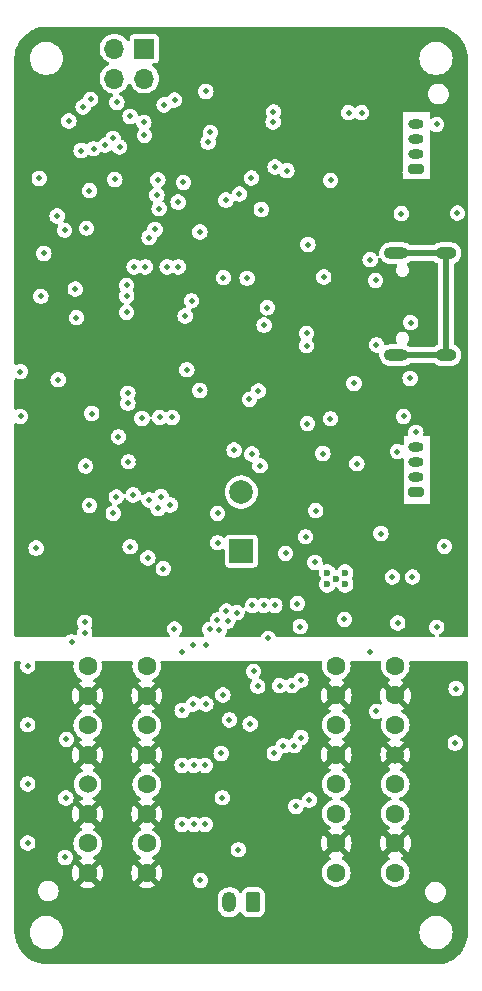
<source format=gbr>
%TF.GenerationSoftware,KiCad,Pcbnew,7.0.2-0*%
%TF.CreationDate,2023-10-14T20:17:31-05:00*%
%TF.ProjectId,Flight Computer,466c6967-6874-4204-936f-6d7075746572,1.1*%
%TF.SameCoordinates,Original*%
%TF.FileFunction,Copper,L3,Inr*%
%TF.FilePolarity,Positive*%
%FSLAX46Y46*%
G04 Gerber Fmt 4.6, Leading zero omitted, Abs format (unit mm)*
G04 Created by KiCad (PCBNEW 7.0.2-0) date 2023-10-14 20:17:31*
%MOMM*%
%LPD*%
G01*
G04 APERTURE LIST*
G04 Aperture macros list*
%AMRoundRect*
0 Rectangle with rounded corners*
0 $1 Rounding radius*
0 $2 $3 $4 $5 $6 $7 $8 $9 X,Y pos of 4 corners*
0 Add a 4 corners polygon primitive as box body*
4,1,4,$2,$3,$4,$5,$6,$7,$8,$9,$2,$3,0*
0 Add four circle primitives for the rounded corners*
1,1,$1+$1,$2,$3*
1,1,$1+$1,$4,$5*
1,1,$1+$1,$6,$7*
1,1,$1+$1,$8,$9*
0 Add four rect primitives between the rounded corners*
20,1,$1+$1,$2,$3,$4,$5,0*
20,1,$1+$1,$4,$5,$6,$7,0*
20,1,$1+$1,$6,$7,$8,$9,0*
20,1,$1+$1,$8,$9,$2,$3,0*%
G04 Aperture macros list end*
%TA.AperFunction,ComponentPad*%
%ADD10RoundRect,0.200000X0.450000X-0.200000X0.450000X0.200000X-0.450000X0.200000X-0.450000X-0.200000X0*%
%TD*%
%TA.AperFunction,ComponentPad*%
%ADD11O,1.300000X0.800000*%
%TD*%
%TA.AperFunction,ComponentPad*%
%ADD12O,2.100000X1.000000*%
%TD*%
%TA.AperFunction,ComponentPad*%
%ADD13O,1.800000X1.000000*%
%TD*%
%TA.AperFunction,ComponentPad*%
%ADD14C,0.600000*%
%TD*%
%TA.AperFunction,ComponentPad*%
%ADD15RoundRect,0.250000X0.350000X0.625000X-0.350000X0.625000X-0.350000X-0.625000X0.350000X-0.625000X0*%
%TD*%
%TA.AperFunction,ComponentPad*%
%ADD16O,1.200000X1.750000*%
%TD*%
%TA.AperFunction,ComponentPad*%
%ADD17C,1.600000*%
%TD*%
%TA.AperFunction,ComponentPad*%
%ADD18C,1.524000*%
%TD*%
%TA.AperFunction,ComponentPad*%
%ADD19R,2.000000X2.000000*%
%TD*%
%TA.AperFunction,ComponentPad*%
%ADD20C,2.000000*%
%TD*%
%TA.AperFunction,ComponentPad*%
%ADD21R,1.700000X1.700000*%
%TD*%
%TA.AperFunction,ComponentPad*%
%ADD22O,1.700000X1.700000*%
%TD*%
%TA.AperFunction,ViaPad*%
%ADD23C,0.500000*%
%TD*%
%TA.AperFunction,Conductor*%
%ADD24C,0.500000*%
%TD*%
G04 APERTURE END LIST*
D10*
%TO.N,+5V*%
%TO.C,J8*%
X167100000Y-103175000D03*
D11*
%TO.N,/UART3 RX*%
X167100000Y-101925000D03*
%TO.N,/UART3 TX*%
X167100000Y-100675000D03*
%TO.N,GND*%
X167100000Y-99425000D03*
%TD*%
D12*
%TO.N,Net-(J7-SHIELD)*%
%TO.C,J7*%
X165440000Y-91622500D03*
D13*
X169640000Y-91622500D03*
D12*
X165440000Y-82982500D03*
D13*
X169640000Y-82982500D03*
%TD*%
D10*
%TO.N,+3.3V*%
%TO.C,J9*%
X167100000Y-75837500D03*
D11*
%TO.N,/I2C2 SDA*%
X167100000Y-74587500D03*
%TO.N,/I2C2 SCL*%
X167100000Y-73337500D03*
%TO.N,GND*%
X167100000Y-72087500D03*
%TD*%
D14*
%TO.N,GND*%
%TO.C,U8*%
X161100000Y-110037500D03*
X159600000Y-110037500D03*
X160350000Y-110537500D03*
X161100000Y-111037500D03*
X159600000Y-111037500D03*
%TD*%
D15*
%TO.N,/Main battery connector*%
%TO.C,J4*%
X153300000Y-137950000D03*
D16*
%TO.N,GND*%
X151300000Y-137950000D03*
%TD*%
D17*
%TO.N,+12V*%
%TO.C,J2*%
X139300000Y-135462500D03*
X144300000Y-135462500D03*
%TO.N,/Pyrotechnic Channels/Pyro Channel A*%
X139300000Y-132962500D03*
X144300000Y-132962500D03*
%TO.N,+12V*%
X139300000Y-130462500D03*
X144300000Y-130462500D03*
D18*
%TO.N,/Pyrotechnic Channels/Pyro Channel B*%
X139300000Y-127962500D03*
D17*
X144300000Y-127962500D03*
%TO.N,+12V*%
X139300000Y-125462500D03*
X144300000Y-125462500D03*
%TO.N,/Pyrotechnic Channels/Pyro Channel C*%
X139300000Y-122962500D03*
X144300000Y-122962500D03*
%TO.N,+12V*%
X139300000Y-120462500D03*
X144300000Y-120462500D03*
%TO.N,/Pyrotechnic Channels/Pyro Channel D*%
X139300000Y-117962500D03*
X144300000Y-117962500D03*
%TD*%
D19*
%TO.N,+5V*%
%TO.C,BZ1*%
X152300000Y-108212500D03*
D20*
%TO.N,Net-(BZ1-+)*%
X152300000Y-103212500D03*
%TD*%
D17*
%TO.N,/Pyrotechnic Channels/Pyro Channel E*%
%TO.C,J1*%
X165350000Y-117937500D03*
X160350000Y-117937500D03*
%TO.N,+12V*%
X165350000Y-120437500D03*
X160350000Y-120437500D03*
%TO.N,/Pyrotechnic Channels/Pyro Channel F*%
X165350000Y-122937500D03*
X160350000Y-122937500D03*
D18*
%TO.N,+12V*%
X165350000Y-125437500D03*
D17*
X160350000Y-125437500D03*
%TO.N,/Main battery connector*%
X165350000Y-127937500D03*
X160350000Y-127937500D03*
%TO.N,/Main battery in*%
X165350000Y-130437500D03*
X160350000Y-130437500D03*
%TO.N,+12V*%
X165350000Y-132937500D03*
X160350000Y-132937500D03*
%TO.N,GND*%
X165350000Y-135437500D03*
X160350000Y-135437500D03*
%TD*%
D21*
%TO.N,/SWDIO*%
%TO.C,J3*%
X144100000Y-65675000D03*
D22*
%TO.N,/NRST*%
X141560000Y-65675000D03*
%TO.N,/SWCLK*%
X144100000Y-68215000D03*
%TO.N,GND*%
X141560000Y-68215000D03*
%TD*%
D23*
%TO.N,+5V*%
X156050000Y-108400000D03*
X157300000Y-114600000D03*
X164131250Y-106731250D03*
%TO.N,+3.3V*%
X136350000Y-109850000D03*
X135970000Y-96800000D03*
X135400000Y-99650000D03*
X148925000Y-67075000D03*
X167550000Y-106650000D03*
X136350000Y-113600000D03*
X137650000Y-79850000D03*
X150550000Y-70450000D03*
X138250000Y-86992500D03*
X165750000Y-67750000D03*
X136350000Y-112300000D03*
X138350000Y-89417500D03*
X133950000Y-69950000D03*
X142700000Y-76700000D03*
X142000000Y-114612500D03*
X136350000Y-111050000D03*
X135250000Y-113600000D03*
X143576731Y-100673270D03*
X155312500Y-100000000D03*
X158050000Y-83262500D03*
X140820000Y-70219500D03*
X162315378Y-89504622D03*
X134050000Y-94212500D03*
X140750000Y-114612500D03*
X159300000Y-98362500D03*
X150474500Y-81181000D03*
X135200000Y-77650000D03*
X166690000Y-77090000D03*
X166750500Y-79112500D03*
X139200000Y-82400000D03*
X150066208Y-74775738D03*
%TO.N,GND*%
X136800000Y-93712500D03*
X141780000Y-70219500D03*
X149250000Y-126350000D03*
X147300000Y-121700000D03*
X139050000Y-115150000D03*
X133600000Y-93012500D03*
X155100000Y-125350000D03*
X169500000Y-107812500D03*
X153350000Y-118400000D03*
X144050000Y-71912500D03*
X137350000Y-81050000D03*
X149500000Y-73600000D03*
X166800000Y-110400000D03*
X159212500Y-99962500D03*
X148300000Y-131362500D03*
X157950000Y-82262500D03*
X154600000Y-115612500D03*
X163220000Y-83540000D03*
X139200000Y-80875000D03*
X136720000Y-79850000D03*
X150750000Y-120400000D03*
X138350000Y-88450000D03*
X134225000Y-122920000D03*
X152050000Y-133500000D03*
X144400000Y-108800000D03*
X152150000Y-77987998D03*
X135200000Y-76650000D03*
X150300000Y-107512500D03*
X146650000Y-114800000D03*
X157050000Y-112662500D03*
X158610916Y-104789084D03*
X147700000Y-92862500D03*
X142750000Y-100650000D03*
X139050000Y-114250000D03*
X155550000Y-119612500D03*
X161850000Y-94012500D03*
X170500000Y-119850000D03*
X153700000Y-119650000D03*
X133620000Y-96800000D03*
X147300000Y-116800000D03*
X149300000Y-121162500D03*
X157837998Y-90830000D03*
X138250000Y-86032500D03*
X150300000Y-105012500D03*
X139450000Y-104350000D03*
X149250000Y-131350000D03*
X139556585Y-69956585D03*
X141467869Y-105017869D03*
X165100000Y-110412500D03*
X166600500Y-93588046D03*
X148800000Y-81200000D03*
X165855000Y-79650000D03*
X151300000Y-122500000D03*
X139450000Y-77700000D03*
X170605000Y-79600000D03*
X150600000Y-125350000D03*
X153200419Y-100000000D03*
X157350000Y-124000000D03*
X150700000Y-129100000D03*
X168840000Y-72090000D03*
X167090000Y-98170000D03*
X154200000Y-112812500D03*
X148800000Y-94612500D03*
X148250000Y-121150000D03*
X155150000Y-112812500D03*
X149690000Y-72760000D03*
X141604977Y-76745023D03*
X149300000Y-69300000D03*
X157900000Y-97412500D03*
X157837998Y-89780000D03*
X153050000Y-122850000D03*
X158075000Y-129287500D03*
X147300000Y-126350000D03*
X138750000Y-74300000D03*
X137950000Y-115900000D03*
X137706585Y-71806585D03*
X165550000Y-114300000D03*
X148250000Y-116200000D03*
X147300000Y-131362500D03*
X153250000Y-112812500D03*
X156800000Y-124690000D03*
X159850000Y-97012500D03*
X134225000Y-127920000D03*
X157350000Y-119150000D03*
X134225000Y-117930000D03*
X134225000Y-132930000D03*
X148300000Y-126350000D03*
X170425000Y-124475000D03*
X163750000Y-90750000D03*
X149300000Y-116200000D03*
X161040000Y-113990000D03*
X145700000Y-109700000D03*
X156600000Y-119612500D03*
X143150000Y-103450000D03*
X159288743Y-85013000D03*
X155850000Y-124700000D03*
X148850000Y-136100000D03*
X135330000Y-86632500D03*
X141457760Y-73272825D03*
X142900000Y-107850000D03*
%TO.N,/SWDIO*%
X142602661Y-86616781D03*
%TO.N,/SWCLK*%
X142590690Y-85717358D03*
%TO.N,/NRST*%
X142598172Y-88000000D03*
%TO.N,/UART3 TX*%
X165524500Y-99790000D03*
%TO.N,/I2C2 SDA*%
X153750000Y-94663498D03*
%TO.N,/I2C2 SCL*%
X153000000Y-95362998D03*
%TO.N,/SDMMC Data 2*%
X155028415Y-71028415D03*
X156160000Y-76000000D03*
%TO.N,/SDMMC Data 3*%
X155170000Y-75700000D03*
X155000000Y-71890000D03*
%TO.N,/SDMMC Command*%
X151000000Y-78500000D03*
%TO.N,/SDMMC Clock*%
X154000000Y-79300000D03*
%TO.N,/SDMMC Data 0*%
X161400000Y-71100000D03*
X154237002Y-89085497D03*
%TO.N,/SDMMC Data 1*%
X154510000Y-87592500D03*
X162490000Y-71100000D03*
%TO.N,/SD Card Detect*%
X159870000Y-76822500D03*
X153160500Y-76620000D03*
%TO.N,/Pyro Channel A Trigger*%
X144501831Y-103877951D03*
X137400000Y-134150000D03*
%TO.N,/Pyro Channel B Trigger*%
X145525000Y-103595000D03*
X137450000Y-129112500D03*
%TO.N,/Pyro Channel C Trigger*%
X145269395Y-104597434D03*
X137500000Y-124150000D03*
%TO.N,/Pyro Channel E Trigger*%
X163224500Y-116787500D03*
X151700000Y-99670000D03*
%TO.N,/Pyro Channel F Trigger*%
X163750000Y-121787500D03*
X153890000Y-100990000D03*
%TO.N,/Pyro Channel D Trigger*%
X146305000Y-104305000D03*
X134939691Y-107967691D03*
%TO.N,/Pyro A Continuity Voltage*%
X151151286Y-114144946D03*
X142700599Y-94850000D03*
%TO.N,/Pyro B Continuity Voltage*%
X150290787Y-114027617D03*
X142695486Y-95689579D03*
%TO.N,/Pyro C Continuity Voltage*%
X139645980Y-96566297D03*
X150430000Y-114910000D03*
%TO.N,/Pyro E Continuity Voltage*%
X145389693Y-96888998D03*
X151929698Y-113429885D03*
%TO.N,/Pyro F Continuity Voltage*%
X151050430Y-113294090D03*
X143898967Y-96978603D03*
%TO.N,/Pyro D Continuity Voltage*%
X149624783Y-114847954D03*
X141907954Y-98542045D03*
%TO.N,/Ignition Battery Voltage*%
X156932500Y-129830000D03*
X146458242Y-96888000D03*
%TO.N,/Main battery in*%
X168850000Y-114662500D03*
%TO.N,Net-(U1-PD13)*%
X162100000Y-100812500D03*
X166050000Y-96812500D03*
%TO.N,Net-(U8-PG)*%
X158542767Y-109176153D03*
X157750000Y-107000000D03*
%TO.N,/High G Interrupt*%
X146025500Y-84150000D03*
X145770000Y-70430000D03*
%TO.N,/Chip Select Low G Gyro*%
X138908835Y-70604335D03*
X145000000Y-80977500D03*
X142895937Y-71400500D03*
%TO.N,/SPI1 SCK*%
X144100000Y-73012500D03*
X145345376Y-79217124D03*
X147404495Y-77000000D03*
%TO.N,/SPI1 MOSI*%
X145250000Y-76774500D03*
X145150000Y-78062000D03*
%TO.N,/SPI1 MISO*%
X146950000Y-78672454D03*
%TO.N,/Low G Gyro Interrupt*%
X144500000Y-81670000D03*
X142000000Y-74000000D03*
%TO.N,/Chip Select Low G Accel*%
X144180000Y-84150000D03*
X140803544Y-73834118D03*
%TO.N,/Low G Accel Interrupt*%
X143237076Y-84147384D03*
X139800000Y-74150000D03*
%TO.N,/QSPI Clock*%
X141725000Y-103625000D03*
X139125000Y-101025000D03*
%TO.N,/GPS Reset*%
X150792358Y-85070143D03*
%TO.N,/GPS External Interrupt*%
X152800000Y-85112002D03*
%TO.N,/UART2 TX*%
X147550000Y-88312500D03*
%TO.N,/UART2 RX*%
X148099665Y-87019665D03*
%TO.N,/USB 5V in*%
X166650500Y-88862500D03*
X163680601Y-85297617D03*
%TO.N,/Chip Select Altimeter*%
X135588773Y-83011227D03*
%TO.N,/Chip Select High G Accel*%
X146973946Y-84149500D03*
X146652500Y-70030000D03*
%TD*%
D24*
%TO.N,Net-(J7-SHIELD)*%
X165440000Y-82982500D02*
X169640000Y-82982500D01*
X169640000Y-91622500D02*
X165440000Y-91622500D01*
X169640000Y-82982500D02*
X169640000Y-91622500D01*
%TD*%
%TA.AperFunction,Conductor*%
%TO.N,+3.3V*%
G36*
X168803472Y-63813195D02*
G01*
X169095306Y-63829584D01*
X169109103Y-63831138D01*
X169393827Y-63879515D01*
X169407384Y-63882609D01*
X169684899Y-63962560D01*
X169698025Y-63967153D01*
X169964841Y-64077672D01*
X169977355Y-64083698D01*
X170143444Y-64175492D01*
X170230125Y-64223399D01*
X170241899Y-64230797D01*
X170477430Y-64397915D01*
X170488302Y-64406585D01*
X170703642Y-64599024D01*
X170713475Y-64608857D01*
X170905914Y-64824197D01*
X170914584Y-64835069D01*
X171081702Y-65070600D01*
X171089100Y-65082374D01*
X171228797Y-65335137D01*
X171234830Y-65347665D01*
X171345346Y-65614475D01*
X171349939Y-65627600D01*
X171429890Y-65905115D01*
X171432984Y-65918672D01*
X171481359Y-66203385D01*
X171482916Y-66217203D01*
X171499305Y-66509026D01*
X171499500Y-66515979D01*
X171499500Y-79520204D01*
X171479815Y-79587243D01*
X171467898Y-79597568D01*
X171497821Y-79659456D01*
X171499500Y-79679795D01*
X171499500Y-115388500D01*
X171479815Y-115455539D01*
X171427011Y-115501294D01*
X171375500Y-115512500D01*
X169133308Y-115512500D01*
X169066269Y-115492815D01*
X169020514Y-115440011D01*
X169010570Y-115370853D01*
X169039595Y-115307297D01*
X169075681Y-115278704D01*
X169082365Y-115275196D01*
X169222240Y-115201783D01*
X169340483Y-115097030D01*
X169430220Y-114967023D01*
X169486237Y-114819318D01*
X169505278Y-114662500D01*
X169486237Y-114505682D01*
X169430220Y-114357977D01*
X169355689Y-114250000D01*
X169340484Y-114227971D01*
X169305907Y-114197339D01*
X169222240Y-114123217D01*
X169151719Y-114086204D01*
X169082364Y-114049803D01*
X168928985Y-114012000D01*
X168771015Y-114012000D01*
X168617635Y-114049803D01*
X168477761Y-114123216D01*
X168359515Y-114227971D01*
X168269780Y-114357976D01*
X168213763Y-114505681D01*
X168194721Y-114662500D01*
X168213763Y-114819318D01*
X168269780Y-114967023D01*
X168359515Y-115097028D01*
X168359516Y-115097029D01*
X168359517Y-115097030D01*
X168477760Y-115201783D01*
X168617635Y-115275196D01*
X168624319Y-115278704D01*
X168674531Y-115327289D01*
X168690505Y-115395308D01*
X168667169Y-115461166D01*
X168611933Y-115503952D01*
X168566692Y-115512500D01*
X155343376Y-115512500D01*
X155276337Y-115492815D01*
X155230582Y-115440011D01*
X155227434Y-115432471D01*
X155180220Y-115307977D01*
X155090483Y-115177970D01*
X154972240Y-115073217D01*
X154898529Y-115034530D01*
X154832364Y-114999803D01*
X154678985Y-114962000D01*
X154521015Y-114962000D01*
X154367635Y-114999803D01*
X154227761Y-115073216D01*
X154109515Y-115177971D01*
X154019780Y-115307976D01*
X154005917Y-115344530D01*
X153975499Y-115424738D01*
X153972566Y-115432471D01*
X153930388Y-115488174D01*
X153864791Y-115512231D01*
X153856624Y-115512500D01*
X151040804Y-115512500D01*
X150973765Y-115492815D01*
X150928010Y-115440011D01*
X150918066Y-115370853D01*
X150938754Y-115318060D01*
X150965919Y-115278704D01*
X151010220Y-115214523D01*
X151066237Y-115066818D01*
X151085278Y-114910000D01*
X151085946Y-114904499D01*
X151113568Y-114840321D01*
X151171502Y-114801265D01*
X151209042Y-114795446D01*
X151230271Y-114795446D01*
X151383651Y-114757642D01*
X151523526Y-114684229D01*
X151618603Y-114599999D01*
X156644721Y-114599999D01*
X156663763Y-114756818D01*
X156719780Y-114904523D01*
X156809515Y-115034528D01*
X156809516Y-115034529D01*
X156809517Y-115034530D01*
X156927760Y-115139283D01*
X157067635Y-115212696D01*
X157221015Y-115250500D01*
X157378985Y-115250500D01*
X157532365Y-115212696D01*
X157672240Y-115139283D01*
X157790483Y-115034530D01*
X157880220Y-114904523D01*
X157936237Y-114756818D01*
X157955278Y-114600000D01*
X157936237Y-114443182D01*
X157880220Y-114295477D01*
X157812560Y-114197454D01*
X157790484Y-114165471D01*
X157767316Y-114144946D01*
X157672240Y-114060717D01*
X157579419Y-114012000D01*
X157537503Y-113990000D01*
X160384721Y-113990000D01*
X160403763Y-114146818D01*
X160459780Y-114294523D01*
X160549515Y-114424528D01*
X160549516Y-114424529D01*
X160549517Y-114424530D01*
X160667760Y-114529283D01*
X160807635Y-114602696D01*
X160961015Y-114640500D01*
X161118985Y-114640500D01*
X161272365Y-114602696D01*
X161412240Y-114529283D01*
X161530483Y-114424530D01*
X161616440Y-114299999D01*
X164894721Y-114299999D01*
X164913763Y-114456818D01*
X164969780Y-114604523D01*
X165059515Y-114734528D01*
X165059516Y-114734529D01*
X165059517Y-114734530D01*
X165177760Y-114839283D01*
X165317635Y-114912696D01*
X165471015Y-114950500D01*
X165628985Y-114950500D01*
X165782365Y-114912696D01*
X165922240Y-114839283D01*
X166040483Y-114734530D01*
X166130220Y-114604523D01*
X166186237Y-114456818D01*
X166205278Y-114300000D01*
X166186237Y-114143182D01*
X166130220Y-113995477D01*
X166085351Y-113930473D01*
X166040484Y-113865471D01*
X166004037Y-113833182D01*
X165922240Y-113760717D01*
X165872113Y-113734408D01*
X165782364Y-113687303D01*
X165628985Y-113649500D01*
X165471015Y-113649500D01*
X165317635Y-113687303D01*
X165177761Y-113760716D01*
X165059515Y-113865471D01*
X164969780Y-113995476D01*
X164913763Y-114143181D01*
X164894721Y-114299999D01*
X161616440Y-114299999D01*
X161620220Y-114294523D01*
X161676237Y-114146818D01*
X161695278Y-113990000D01*
X161676237Y-113833182D01*
X161620220Y-113685477D01*
X161556448Y-113593087D01*
X161530484Y-113555471D01*
X161454700Y-113488333D01*
X161412240Y-113450717D01*
X161398994Y-113443764D01*
X161272364Y-113377303D01*
X161118985Y-113339500D01*
X160961015Y-113339500D01*
X160807635Y-113377303D01*
X160667761Y-113450716D01*
X160549515Y-113555471D01*
X160459780Y-113685476D01*
X160403763Y-113833181D01*
X160384721Y-113990000D01*
X157537503Y-113990000D01*
X157532364Y-113987303D01*
X157378985Y-113949500D01*
X157221015Y-113949500D01*
X157067635Y-113987303D01*
X156927761Y-114060716D01*
X156809515Y-114165471D01*
X156719780Y-114295476D01*
X156663763Y-114443181D01*
X156644721Y-114599999D01*
X151618603Y-114599999D01*
X151641769Y-114579476D01*
X151731506Y-114449469D01*
X151787523Y-114301764D01*
X151798316Y-114212869D01*
X151801162Y-114189438D01*
X151828784Y-114125260D01*
X151886718Y-114086204D01*
X151924258Y-114080385D01*
X152008683Y-114080385D01*
X152162063Y-114042581D01*
X152301938Y-113969168D01*
X152420181Y-113864415D01*
X152509918Y-113734408D01*
X152565935Y-113586703D01*
X152584976Y-113429885D01*
X152578469Y-113376296D01*
X152589929Y-113307375D01*
X152636833Y-113255588D01*
X152704288Y-113237381D01*
X152770879Y-113258533D01*
X152783791Y-113268535D01*
X152877760Y-113351783D01*
X153017635Y-113425196D01*
X153171015Y-113463000D01*
X153328985Y-113463000D01*
X153482366Y-113425196D01*
X153530510Y-113399927D01*
X153622240Y-113351783D01*
X153636105Y-113339500D01*
X153642773Y-113333593D01*
X153706006Y-113303871D01*
X153775270Y-113313055D01*
X153807227Y-113333593D01*
X153813895Y-113339500D01*
X153827760Y-113351783D01*
X153864942Y-113371298D01*
X153967633Y-113425196D01*
X154121015Y-113463000D01*
X154278985Y-113463000D01*
X154432366Y-113425196D01*
X154480510Y-113399927D01*
X154572240Y-113351783D01*
X154586105Y-113339500D01*
X154592773Y-113333593D01*
X154656006Y-113303871D01*
X154725270Y-113313055D01*
X154757227Y-113333593D01*
X154763895Y-113339500D01*
X154777760Y-113351783D01*
X154814942Y-113371298D01*
X154917633Y-113425196D01*
X155071015Y-113463000D01*
X155228985Y-113463000D01*
X155382365Y-113425196D01*
X155522240Y-113351783D01*
X155640483Y-113247030D01*
X155730220Y-113117023D01*
X155786237Y-112969318D01*
X155805278Y-112812500D01*
X155787065Y-112662500D01*
X156394721Y-112662500D01*
X156413763Y-112819318D01*
X156469780Y-112967023D01*
X156559515Y-113097028D01*
X156559516Y-113097029D01*
X156559517Y-113097030D01*
X156677760Y-113201783D01*
X156817635Y-113275196D01*
X156971015Y-113313000D01*
X157128985Y-113313000D01*
X157282365Y-113275196D01*
X157422240Y-113201783D01*
X157540483Y-113097030D01*
X157630220Y-112967023D01*
X157686237Y-112819318D01*
X157705278Y-112662500D01*
X157686237Y-112505682D01*
X157630220Y-112357977D01*
X157540483Y-112227970D01*
X157422240Y-112123217D01*
X157408994Y-112116264D01*
X157282364Y-112049803D01*
X157128985Y-112012000D01*
X156971015Y-112012000D01*
X156817635Y-112049803D01*
X156677761Y-112123216D01*
X156559515Y-112227971D01*
X156469780Y-112357976D01*
X156413763Y-112505681D01*
X156394721Y-112662500D01*
X155787065Y-112662500D01*
X155786237Y-112655682D01*
X155730220Y-112507977D01*
X155640483Y-112377970D01*
X155522240Y-112273217D01*
X155508994Y-112266265D01*
X155382364Y-112199803D01*
X155228985Y-112162000D01*
X155071015Y-112162000D01*
X154917633Y-112199803D01*
X154777762Y-112273215D01*
X154757226Y-112291408D01*
X154693992Y-112321128D01*
X154624729Y-112311943D01*
X154592774Y-112291408D01*
X154587058Y-112286344D01*
X154572240Y-112273217D01*
X154572238Y-112273216D01*
X154572237Y-112273215D01*
X154432366Y-112199803D01*
X154278985Y-112162000D01*
X154121015Y-112162000D01*
X153967633Y-112199803D01*
X153827762Y-112273215D01*
X153807226Y-112291408D01*
X153743992Y-112321128D01*
X153674729Y-112311943D01*
X153642774Y-112291408D01*
X153637058Y-112286344D01*
X153622240Y-112273217D01*
X153622238Y-112273216D01*
X153622237Y-112273215D01*
X153482366Y-112199803D01*
X153328985Y-112162000D01*
X153171015Y-112162000D01*
X153017635Y-112199803D01*
X152877761Y-112273216D01*
X152759515Y-112377971D01*
X152669780Y-112507976D01*
X152613763Y-112655681D01*
X152594721Y-112812500D01*
X152601228Y-112866087D01*
X152589767Y-112935010D01*
X152542863Y-112986796D01*
X152475407Y-113005003D01*
X152408817Y-112983850D01*
X152395906Y-112973849D01*
X152301939Y-112890603D01*
X152301938Y-112890602D01*
X152232000Y-112853895D01*
X152162062Y-112817188D01*
X152008683Y-112779385D01*
X151850713Y-112779385D01*
X151697333Y-112817188D01*
X151644857Y-112844730D01*
X151576349Y-112858455D01*
X151511296Y-112832962D01*
X151505006Y-112827749D01*
X151422671Y-112754808D01*
X151422670Y-112754807D01*
X151352732Y-112718100D01*
X151282794Y-112681393D01*
X151129415Y-112643590D01*
X150971445Y-112643590D01*
X150818065Y-112681393D01*
X150678191Y-112754806D01*
X150559945Y-112859561D01*
X150470210Y-112989566D01*
X150414193Y-113137271D01*
X150398312Y-113268064D01*
X150370690Y-113332242D01*
X150312756Y-113371298D01*
X150275216Y-113377117D01*
X150211802Y-113377117D01*
X150058422Y-113414920D01*
X149918548Y-113488333D01*
X149800302Y-113593088D01*
X149710567Y-113723093D01*
X149654550Y-113870798D01*
X149635508Y-114027617D01*
X149639683Y-114061996D01*
X149628222Y-114130919D01*
X149581318Y-114182705D01*
X149546262Y-114197339D01*
X149392418Y-114235257D01*
X149252544Y-114308670D01*
X149134298Y-114413425D01*
X149044563Y-114543430D01*
X148988546Y-114691135D01*
X148969504Y-114847954D01*
X148988546Y-115004772D01*
X149044563Y-115152477D01*
X149134300Y-115282484D01*
X149149200Y-115295684D01*
X149186327Y-115354873D01*
X149185561Y-115424738D01*
X149147143Y-115483098D01*
X149083273Y-115511424D01*
X149066974Y-115512500D01*
X147153679Y-115512500D01*
X147086640Y-115492815D01*
X147040885Y-115440011D01*
X147030941Y-115370853D01*
X147059966Y-115307297D01*
X147071448Y-115295688D01*
X147140483Y-115234530D01*
X147230220Y-115104523D01*
X147286237Y-114956818D01*
X147305278Y-114800000D01*
X147286237Y-114643182D01*
X147230220Y-114495477D01*
X147140483Y-114365470D01*
X147022240Y-114260717D01*
X146959847Y-114227970D01*
X146882364Y-114187303D01*
X146728985Y-114149500D01*
X146571015Y-114149500D01*
X146417635Y-114187303D01*
X146277761Y-114260716D01*
X146159515Y-114365471D01*
X146069780Y-114495476D01*
X146013763Y-114643181D01*
X145994721Y-114800000D01*
X146012996Y-114950500D01*
X146013763Y-114956818D01*
X146069780Y-115104523D01*
X146159517Y-115234530D01*
X146228547Y-115295685D01*
X146265674Y-115354873D01*
X146264908Y-115424738D01*
X146226490Y-115483098D01*
X146162620Y-115511424D01*
X146146321Y-115512500D01*
X139787877Y-115512500D01*
X139720838Y-115492815D01*
X139675083Y-115440011D01*
X139665139Y-115370853D01*
X139671935Y-115344529D01*
X139686237Y-115306818D01*
X139705278Y-115150000D01*
X139686237Y-114993182D01*
X139640391Y-114872298D01*
X139630219Y-114845474D01*
X139578426Y-114770438D01*
X139556543Y-114704084D01*
X139574009Y-114636432D01*
X139578417Y-114629571D01*
X139630220Y-114554523D01*
X139686237Y-114406818D01*
X139705278Y-114250000D01*
X139686237Y-114093182D01*
X139630220Y-113945477D01*
X139540483Y-113815470D01*
X139422240Y-113710717D01*
X139374148Y-113685476D01*
X139282364Y-113637303D01*
X139128985Y-113599500D01*
X138971015Y-113599500D01*
X138817635Y-113637303D01*
X138677761Y-113710716D01*
X138559515Y-113815471D01*
X138469780Y-113945476D01*
X138413763Y-114093181D01*
X138394721Y-114249999D01*
X138413763Y-114406818D01*
X138469780Y-114554523D01*
X138521574Y-114629560D01*
X138543457Y-114695915D01*
X138525992Y-114763566D01*
X138521574Y-114770440D01*
X138469780Y-114845476D01*
X138413763Y-114993181D01*
X138394721Y-115150000D01*
X138398504Y-115181150D01*
X138387043Y-115250073D01*
X138340140Y-115301859D01*
X138272684Y-115320066D01*
X138217781Y-115305892D01*
X138182364Y-115287303D01*
X138028985Y-115249500D01*
X137871015Y-115249500D01*
X137717635Y-115287303D01*
X137577761Y-115360716D01*
X137577759Y-115360717D01*
X137577760Y-115360717D01*
X137459517Y-115465470D01*
X137459515Y-115465471D01*
X137448247Y-115475455D01*
X137446323Y-115473283D01*
X137409750Y-115502927D01*
X137361975Y-115512500D01*
X133224500Y-115512500D01*
X133157461Y-115492815D01*
X133111706Y-115440011D01*
X133100500Y-115388500D01*
X133100500Y-109700000D01*
X145044721Y-109700000D01*
X145063763Y-109856818D01*
X145119780Y-110004523D01*
X145209515Y-110134528D01*
X145209516Y-110134529D01*
X145209517Y-110134530D01*
X145327760Y-110239283D01*
X145467635Y-110312696D01*
X145621015Y-110350500D01*
X145778985Y-110350500D01*
X145932365Y-110312696D01*
X146072240Y-110239283D01*
X146190483Y-110134530D01*
X146280220Y-110004523D01*
X146336237Y-109856818D01*
X146355278Y-109700000D01*
X146336237Y-109543182D01*
X146280220Y-109395477D01*
X146190483Y-109265470D01*
X146072240Y-109160717D01*
X145965173Y-109104523D01*
X145932364Y-109087303D01*
X145778985Y-109049500D01*
X145621015Y-109049500D01*
X145467635Y-109087303D01*
X145327761Y-109160716D01*
X145209515Y-109265471D01*
X145119780Y-109395476D01*
X145063763Y-109543181D01*
X145044721Y-109700000D01*
X133100500Y-109700000D01*
X133100500Y-108800000D01*
X143744721Y-108800000D01*
X143763763Y-108956818D01*
X143819780Y-109104523D01*
X143909515Y-109234528D01*
X143909516Y-109234529D01*
X143909517Y-109234530D01*
X144027760Y-109339283D01*
X144167635Y-109412696D01*
X144321015Y-109450500D01*
X144478985Y-109450500D01*
X144632365Y-109412696D01*
X144772240Y-109339283D01*
X144890483Y-109234530D01*
X144980220Y-109104523D01*
X145036237Y-108956818D01*
X145055278Y-108800000D01*
X145036237Y-108643182D01*
X144980220Y-108495477D01*
X144890483Y-108365470D01*
X144772240Y-108260717D01*
X144738830Y-108243182D01*
X144632364Y-108187303D01*
X144478985Y-108149500D01*
X144321015Y-108149500D01*
X144167635Y-108187303D01*
X144027761Y-108260716D01*
X143909515Y-108365471D01*
X143819780Y-108495476D01*
X143763763Y-108643181D01*
X143744721Y-108800000D01*
X133100500Y-108800000D01*
X133100500Y-107967690D01*
X134284412Y-107967690D01*
X134303454Y-108124509D01*
X134359471Y-108272214D01*
X134449206Y-108402219D01*
X134449207Y-108402220D01*
X134449208Y-108402221D01*
X134567451Y-108506974D01*
X134707326Y-108580387D01*
X134860706Y-108618191D01*
X135018676Y-108618191D01*
X135172056Y-108580387D01*
X135311931Y-108506974D01*
X135430174Y-108402221D01*
X135519911Y-108272214D01*
X135575928Y-108124509D01*
X135594969Y-107967691D01*
X135580679Y-107849999D01*
X142244721Y-107849999D01*
X142263763Y-108006818D01*
X142319780Y-108154523D01*
X142409515Y-108284528D01*
X142409516Y-108284529D01*
X142409517Y-108284530D01*
X142527760Y-108389283D01*
X142667635Y-108462696D01*
X142821015Y-108500500D01*
X142978985Y-108500500D01*
X143132365Y-108462696D01*
X143272240Y-108389283D01*
X143390483Y-108284530D01*
X143480220Y-108154523D01*
X143536237Y-108006818D01*
X143555278Y-107850000D01*
X143536237Y-107693182D01*
X143480220Y-107545477D01*
X143457458Y-107512500D01*
X149644721Y-107512500D01*
X149663763Y-107669318D01*
X149719780Y-107817023D01*
X149809515Y-107947028D01*
X149809516Y-107947029D01*
X149809517Y-107947030D01*
X149927760Y-108051783D01*
X150067635Y-108125196D01*
X150221015Y-108163000D01*
X150378985Y-108163000D01*
X150532365Y-108125196D01*
X150672240Y-108051783D01*
X150693274Y-108033148D01*
X150756506Y-108003427D01*
X150825769Y-108012611D01*
X150879073Y-108057783D01*
X150899493Y-108124602D01*
X150899500Y-108125964D01*
X150899500Y-109244014D01*
X150903826Y-109271329D01*
X150914354Y-109337804D01*
X150914354Y-109337805D01*
X150914355Y-109337806D01*
X150971949Y-109450842D01*
X151061656Y-109540549D01*
X151061658Y-109540550D01*
X151174696Y-109598146D01*
X151268481Y-109613000D01*
X153331518Y-109612999D01*
X153425304Y-109598146D01*
X153538342Y-109540550D01*
X153628050Y-109450842D01*
X153685646Y-109337804D01*
X153700500Y-109244019D01*
X153700500Y-109176152D01*
X157887488Y-109176152D01*
X157906530Y-109332971D01*
X157962547Y-109480676D01*
X158052282Y-109610681D01*
X158052283Y-109610682D01*
X158052284Y-109610683D01*
X158170527Y-109715436D01*
X158310402Y-109788849D01*
X158463782Y-109826653D01*
X158621751Y-109826653D01*
X158621752Y-109826653D01*
X158754732Y-109793877D01*
X158824534Y-109796946D01*
X158881596Y-109837266D01*
X158907801Y-109902036D01*
X158907502Y-109929220D01*
X158894354Y-110037499D01*
X158914860Y-110206372D01*
X158975182Y-110365430D01*
X159045332Y-110467060D01*
X159067215Y-110533414D01*
X159049750Y-110601066D01*
X159045332Y-110607940D01*
X158975182Y-110709569D01*
X158914860Y-110868627D01*
X158894354Y-111037500D01*
X158914860Y-111206372D01*
X158975182Y-111365430D01*
X159071815Y-111505427D01*
X159071816Y-111505428D01*
X159071817Y-111505429D01*
X159199148Y-111618234D01*
X159349775Y-111697290D01*
X159514944Y-111738000D01*
X159514945Y-111738000D01*
X159685055Y-111738000D01*
X159685056Y-111738000D01*
X159850225Y-111697290D01*
X160000852Y-111618234D01*
X160128183Y-111505429D01*
X160224818Y-111365430D01*
X160234058Y-111341063D01*
X160276235Y-111285363D01*
X160341832Y-111261305D01*
X160410022Y-111276531D01*
X160459156Y-111326206D01*
X160465937Y-111341054D01*
X160475182Y-111365430D01*
X160475183Y-111365432D01*
X160571815Y-111505427D01*
X160571816Y-111505428D01*
X160571817Y-111505429D01*
X160699148Y-111618234D01*
X160849775Y-111697290D01*
X161014944Y-111738000D01*
X161014945Y-111738000D01*
X161185055Y-111738000D01*
X161185056Y-111738000D01*
X161350225Y-111697290D01*
X161500852Y-111618234D01*
X161628183Y-111505429D01*
X161724818Y-111365430D01*
X161785140Y-111206372D01*
X161805645Y-111037500D01*
X161785140Y-110868628D01*
X161724818Y-110709570D01*
X161654666Y-110607937D01*
X161632784Y-110541586D01*
X161650249Y-110473935D01*
X161654652Y-110467081D01*
X161692327Y-110412500D01*
X164444721Y-110412500D01*
X164463763Y-110569318D01*
X164519780Y-110717023D01*
X164609515Y-110847028D01*
X164609516Y-110847029D01*
X164609517Y-110847030D01*
X164727760Y-110951783D01*
X164867635Y-111025196D01*
X165021015Y-111063000D01*
X165178985Y-111063000D01*
X165332365Y-111025196D01*
X165472240Y-110951783D01*
X165590483Y-110847030D01*
X165680220Y-110717023D01*
X165736237Y-110569318D01*
X165755278Y-110412500D01*
X165753760Y-110400000D01*
X166144721Y-110400000D01*
X166163763Y-110556818D01*
X166219780Y-110704523D01*
X166309515Y-110834528D01*
X166309516Y-110834529D01*
X166309517Y-110834530D01*
X166427760Y-110939283D01*
X166567635Y-111012696D01*
X166721015Y-111050500D01*
X166878985Y-111050500D01*
X167032365Y-111012696D01*
X167172240Y-110939283D01*
X167290483Y-110834530D01*
X167380220Y-110704523D01*
X167436237Y-110556818D01*
X167455278Y-110400000D01*
X167436237Y-110243182D01*
X167380220Y-110095477D01*
X167290483Y-109965470D01*
X167172240Y-109860717D01*
X167158994Y-109853765D01*
X167032364Y-109787303D01*
X166878985Y-109749500D01*
X166721015Y-109749500D01*
X166567635Y-109787303D01*
X166427761Y-109860716D01*
X166309515Y-109965471D01*
X166219780Y-110095476D01*
X166163763Y-110243181D01*
X166144721Y-110400000D01*
X165753760Y-110400000D01*
X165736237Y-110255682D01*
X165680220Y-110107977D01*
X165590483Y-109977970D01*
X165472240Y-109873217D01*
X165403742Y-109837266D01*
X165332364Y-109799803D01*
X165178985Y-109762000D01*
X165021015Y-109762000D01*
X164867635Y-109799803D01*
X164727761Y-109873216D01*
X164609515Y-109977971D01*
X164519780Y-110107976D01*
X164463763Y-110255681D01*
X164444721Y-110412500D01*
X161692327Y-110412500D01*
X161724818Y-110365430D01*
X161785140Y-110206372D01*
X161805645Y-110037500D01*
X161785140Y-109868628D01*
X161724818Y-109709570D01*
X161658160Y-109613000D01*
X161628184Y-109569572D01*
X161598396Y-109543182D01*
X161500852Y-109456766D01*
X161416885Y-109412696D01*
X161350224Y-109377709D01*
X161225764Y-109347033D01*
X161185056Y-109337000D01*
X161014944Y-109337000D01*
X160982284Y-109345049D01*
X160849775Y-109377709D01*
X160699149Y-109456765D01*
X160571815Y-109569572D01*
X160475181Y-109709569D01*
X160465942Y-109733934D01*
X160423764Y-109789637D01*
X160358167Y-109813694D01*
X160289977Y-109798467D01*
X160240843Y-109748792D01*
X160234058Y-109733934D01*
X160224818Y-109709569D01*
X160128184Y-109569572D01*
X160098396Y-109543182D01*
X160000852Y-109456766D01*
X159916885Y-109412696D01*
X159850224Y-109377709D01*
X159725765Y-109347033D01*
X159685056Y-109337000D01*
X159514944Y-109337000D01*
X159342559Y-109379488D01*
X159272757Y-109376419D01*
X159215695Y-109336099D01*
X159189490Y-109271329D01*
X159189789Y-109244144D01*
X159189805Y-109244019D01*
X159198045Y-109176153D01*
X159179004Y-109019335D01*
X159122987Y-108871630D01*
X159033250Y-108741623D01*
X158915007Y-108636870D01*
X158879418Y-108618191D01*
X158775131Y-108563456D01*
X158621752Y-108525653D01*
X158463782Y-108525653D01*
X158310402Y-108563456D01*
X158170528Y-108636869D01*
X158052282Y-108741624D01*
X157962547Y-108871629D01*
X157906530Y-109019334D01*
X157887488Y-109176152D01*
X153700500Y-109176152D01*
X153700500Y-108400000D01*
X155394721Y-108400000D01*
X155413763Y-108556818D01*
X155469780Y-108704523D01*
X155559515Y-108834528D01*
X155559516Y-108834529D01*
X155559517Y-108834530D01*
X155677760Y-108939283D01*
X155817635Y-109012696D01*
X155971015Y-109050500D01*
X156128985Y-109050500D01*
X156282365Y-109012696D01*
X156422240Y-108939283D01*
X156540483Y-108834530D01*
X156630220Y-108704523D01*
X156686237Y-108556818D01*
X156705278Y-108400000D01*
X156686237Y-108243182D01*
X156630220Y-108095477D01*
X156542016Y-107967691D01*
X156540484Y-107965471D01*
X156519666Y-107947028D01*
X156422240Y-107860717D01*
X156401819Y-107849999D01*
X156330370Y-107812499D01*
X168844721Y-107812499D01*
X168863763Y-107969318D01*
X168919780Y-108117023D01*
X169009515Y-108247028D01*
X169009516Y-108247029D01*
X169009517Y-108247030D01*
X169127760Y-108351783D01*
X169267635Y-108425196D01*
X169421015Y-108463000D01*
X169578985Y-108463000D01*
X169732365Y-108425196D01*
X169872240Y-108351783D01*
X169990483Y-108247030D01*
X170080220Y-108117023D01*
X170136237Y-107969318D01*
X170155278Y-107812500D01*
X170155080Y-107810873D01*
X170140790Y-107693181D01*
X170136237Y-107655682D01*
X170080220Y-107507977D01*
X169990483Y-107377970D01*
X169872240Y-107273217D01*
X169844798Y-107258814D01*
X169732364Y-107199803D01*
X169578985Y-107162000D01*
X169421015Y-107162000D01*
X169267635Y-107199803D01*
X169127761Y-107273216D01*
X169009515Y-107377971D01*
X168919780Y-107507976D01*
X168863763Y-107655681D01*
X168844721Y-107812499D01*
X156330370Y-107812499D01*
X156282364Y-107787303D01*
X156128985Y-107749500D01*
X155971015Y-107749500D01*
X155817635Y-107787303D01*
X155677761Y-107860716D01*
X155559515Y-107965471D01*
X155469780Y-108095476D01*
X155413763Y-108243181D01*
X155394721Y-108400000D01*
X153700500Y-108400000D01*
X153700499Y-107180982D01*
X153685646Y-107087196D01*
X153657965Y-107032870D01*
X153641217Y-107000000D01*
X157094721Y-107000000D01*
X157113763Y-107156818D01*
X157169780Y-107304523D01*
X157259515Y-107434528D01*
X157259516Y-107434529D01*
X157259517Y-107434530D01*
X157377760Y-107539283D01*
X157517635Y-107612696D01*
X157671015Y-107650500D01*
X157828985Y-107650500D01*
X157982365Y-107612696D01*
X158122240Y-107539283D01*
X158240483Y-107434530D01*
X158330220Y-107304523D01*
X158386237Y-107156818D01*
X158405278Y-107000000D01*
X158386237Y-106843182D01*
X158343787Y-106731250D01*
X163475971Y-106731250D01*
X163495013Y-106888068D01*
X163551030Y-107035773D01*
X163640765Y-107165778D01*
X163640766Y-107165779D01*
X163640767Y-107165780D01*
X163759010Y-107270533D01*
X163898885Y-107343946D01*
X164052265Y-107381750D01*
X164210235Y-107381750D01*
X164363615Y-107343946D01*
X164503490Y-107270533D01*
X164621733Y-107165780D01*
X164711470Y-107035773D01*
X164767487Y-106888068D01*
X164786528Y-106731250D01*
X164767487Y-106574432D01*
X164711470Y-106426727D01*
X164621733Y-106296720D01*
X164503490Y-106191967D01*
X164490244Y-106185015D01*
X164363614Y-106118553D01*
X164210235Y-106080750D01*
X164052265Y-106080750D01*
X163898885Y-106118553D01*
X163759011Y-106191966D01*
X163640765Y-106296721D01*
X163551030Y-106426726D01*
X163495013Y-106574431D01*
X163475971Y-106731250D01*
X158343787Y-106731250D01*
X158330220Y-106695477D01*
X158246669Y-106574432D01*
X158240484Y-106565471D01*
X158240483Y-106565470D01*
X158122240Y-106460717D01*
X158108994Y-106453765D01*
X157982364Y-106387303D01*
X157828985Y-106349500D01*
X157671015Y-106349500D01*
X157517635Y-106387303D01*
X157377761Y-106460716D01*
X157259515Y-106565471D01*
X157169780Y-106695476D01*
X157113763Y-106843181D01*
X157094721Y-107000000D01*
X153641217Y-107000000D01*
X153628050Y-106974157D01*
X153538343Y-106884450D01*
X153425302Y-106826853D01*
X153331521Y-106812000D01*
X151268485Y-106812000D01*
X151221589Y-106819427D01*
X151174696Y-106826854D01*
X151174694Y-106826854D01*
X151174693Y-106826855D01*
X151061657Y-106884449D01*
X150971948Y-106974158D01*
X150951822Y-107013658D01*
X150903847Y-107064454D01*
X150836026Y-107081248D01*
X150769891Y-107058710D01*
X150759120Y-107050185D01*
X150672240Y-106973217D01*
X150658994Y-106966265D01*
X150532364Y-106899803D01*
X150378985Y-106862000D01*
X150221015Y-106862000D01*
X150067635Y-106899803D01*
X149927761Y-106973216D01*
X149809515Y-107077971D01*
X149719780Y-107207976D01*
X149663763Y-107355681D01*
X149644721Y-107512500D01*
X143457458Y-107512500D01*
X143403638Y-107434528D01*
X143390484Y-107415471D01*
X143390483Y-107415470D01*
X143272240Y-107310717D01*
X143195677Y-107270533D01*
X143132364Y-107237303D01*
X142978985Y-107199500D01*
X142821015Y-107199500D01*
X142667635Y-107237303D01*
X142527761Y-107310716D01*
X142409515Y-107415471D01*
X142319780Y-107545476D01*
X142263763Y-107693181D01*
X142244721Y-107849999D01*
X135580679Y-107849999D01*
X135575928Y-107810873D01*
X135519911Y-107663168D01*
X135438675Y-107545477D01*
X135430175Y-107533162D01*
X135401747Y-107507977D01*
X135311931Y-107428408D01*
X135215831Y-107377970D01*
X135172055Y-107354994D01*
X135018676Y-107317191D01*
X134860706Y-107317191D01*
X134707326Y-107354994D01*
X134567452Y-107428407D01*
X134449206Y-107533162D01*
X134359471Y-107663167D01*
X134303454Y-107810872D01*
X134284412Y-107967690D01*
X133100500Y-107967690D01*
X133100500Y-105017869D01*
X140812590Y-105017869D01*
X140831632Y-105174687D01*
X140887649Y-105322392D01*
X140977384Y-105452397D01*
X140977385Y-105452398D01*
X140977386Y-105452399D01*
X141095629Y-105557152D01*
X141235504Y-105630565D01*
X141388884Y-105668369D01*
X141546854Y-105668369D01*
X141700234Y-105630565D01*
X141840109Y-105557152D01*
X141958352Y-105452399D01*
X142048089Y-105322392D01*
X142104106Y-105174687D01*
X142123147Y-105017869D01*
X142104106Y-104861051D01*
X142048089Y-104713346D01*
X141958352Y-104583339D01*
X141840109Y-104478586D01*
X141840106Y-104478584D01*
X141829750Y-104469410D01*
X141792623Y-104410221D01*
X141793389Y-104340356D01*
X141831807Y-104281996D01*
X141882302Y-104256197D01*
X141922002Y-104246412D01*
X141957365Y-104237696D01*
X142097240Y-104164283D01*
X142215483Y-104059530D01*
X142305220Y-103929523D01*
X142358088Y-103790118D01*
X142400265Y-103734417D01*
X142465863Y-103710359D01*
X142534053Y-103725585D01*
X142576080Y-103763650D01*
X142659515Y-103884528D01*
X142659516Y-103884529D01*
X142659517Y-103884530D01*
X142777760Y-103989283D01*
X142917635Y-104062696D01*
X143071015Y-104100500D01*
X143228985Y-104100500D01*
X143382365Y-104062696D01*
X143522240Y-103989283D01*
X143640483Y-103884530D01*
X143640485Y-103884527D01*
X143650415Y-103875730D01*
X143713649Y-103846009D01*
X143782912Y-103855193D01*
X143836215Y-103900365D01*
X143855738Y-103953599D01*
X143865594Y-104034769D01*
X143921611Y-104182474D01*
X144011346Y-104312479D01*
X144011347Y-104312480D01*
X144011348Y-104312481D01*
X144129591Y-104417234D01*
X144246484Y-104478585D01*
X144269466Y-104490647D01*
X144422846Y-104528451D01*
X144495886Y-104528451D01*
X144562925Y-104548136D01*
X144608680Y-104600940D01*
X144618982Y-104637504D01*
X144633158Y-104754252D01*
X144689175Y-104901957D01*
X144778910Y-105031962D01*
X144778911Y-105031963D01*
X144778912Y-105031964D01*
X144897155Y-105136717D01*
X145037030Y-105210130D01*
X145190410Y-105247934D01*
X145348380Y-105247934D01*
X145501760Y-105210130D01*
X145641635Y-105136717D01*
X145759878Y-105031964D01*
X145773313Y-105012499D01*
X149644721Y-105012499D01*
X149663763Y-105169318D01*
X149719780Y-105317023D01*
X149809515Y-105447028D01*
X149809516Y-105447029D01*
X149809517Y-105447030D01*
X149927760Y-105551783D01*
X150067635Y-105625196D01*
X150221015Y-105663000D01*
X150378985Y-105663000D01*
X150532365Y-105625196D01*
X150672240Y-105551783D01*
X150790483Y-105447030D01*
X150880220Y-105317023D01*
X150936237Y-105169318D01*
X150955278Y-105012500D01*
X150936237Y-104855682D01*
X150910980Y-104789084D01*
X157955637Y-104789084D01*
X157974679Y-104945902D01*
X158030696Y-105093607D01*
X158120431Y-105223612D01*
X158120432Y-105223613D01*
X158120433Y-105223614D01*
X158238676Y-105328367D01*
X158378551Y-105401780D01*
X158531931Y-105439584D01*
X158689901Y-105439584D01*
X158843281Y-105401780D01*
X158983156Y-105328367D01*
X159101399Y-105223614D01*
X159191136Y-105093607D01*
X159247153Y-104945902D01*
X159266194Y-104789084D01*
X159247153Y-104632266D01*
X159191136Y-104484561D01*
X159101399Y-104354554D01*
X158983156Y-104249801D01*
X158950472Y-104232647D01*
X158843280Y-104176387D01*
X158689901Y-104138584D01*
X158531931Y-104138584D01*
X158378551Y-104176387D01*
X158238677Y-104249800D01*
X158120431Y-104354555D01*
X158030696Y-104484560D01*
X157974679Y-104632265D01*
X157955637Y-104789084D01*
X150910980Y-104789084D01*
X150880220Y-104707977D01*
X150827960Y-104632265D01*
X150790484Y-104577971D01*
X150790483Y-104577970D01*
X150672240Y-104473217D01*
X150542595Y-104405173D01*
X150532364Y-104399803D01*
X150378985Y-104362000D01*
X150221015Y-104362000D01*
X150067635Y-104399803D01*
X149927761Y-104473216D01*
X149809515Y-104577971D01*
X149719780Y-104707976D01*
X149663763Y-104855681D01*
X149644721Y-105012499D01*
X145773313Y-105012499D01*
X145838543Y-104917996D01*
X145892825Y-104874006D01*
X145962274Y-104866346D01*
X145998219Y-104878640D01*
X146072633Y-104917696D01*
X146226015Y-104955500D01*
X146383985Y-104955500D01*
X146537365Y-104917696D01*
X146677240Y-104844283D01*
X146795483Y-104739530D01*
X146885220Y-104609523D01*
X146941237Y-104461818D01*
X146960278Y-104305000D01*
X146941237Y-104148182D01*
X146885220Y-104000477D01*
X146836244Y-103929523D01*
X146795484Y-103870471D01*
X146795483Y-103870470D01*
X146677240Y-103765717D01*
X146655912Y-103754523D01*
X146537364Y-103692303D01*
X146383985Y-103654500D01*
X146297357Y-103654500D01*
X146230318Y-103634815D01*
X146184563Y-103582011D01*
X146174261Y-103545446D01*
X146165435Y-103472757D01*
X146161237Y-103438182D01*
X146105220Y-103290477D01*
X146051396Y-103212500D01*
X150894699Y-103212500D01*
X150913865Y-103443799D01*
X150913865Y-103443801D01*
X150913866Y-103443805D01*
X150970843Y-103668800D01*
X150970844Y-103668803D01*
X150993798Y-103721133D01*
X151064076Y-103881349D01*
X151191021Y-104075653D01*
X151348216Y-104246413D01*
X151531374Y-104388970D01*
X151735497Y-104499436D01*
X151820015Y-104528451D01*
X151955015Y-104574797D01*
X151955017Y-104574797D01*
X151955019Y-104574798D01*
X152183951Y-104613000D01*
X152183952Y-104613000D01*
X152416048Y-104613000D01*
X152416049Y-104613000D01*
X152644981Y-104574798D01*
X152864503Y-104499436D01*
X153068626Y-104388970D01*
X153251784Y-104246413D01*
X153408979Y-104075653D01*
X153535924Y-103881349D01*
X153629157Y-103668800D01*
X153686134Y-103443805D01*
X153705300Y-103212500D01*
X153686134Y-102981195D01*
X153629157Y-102756200D01*
X153535924Y-102543651D01*
X153408979Y-102349347D01*
X153251784Y-102178587D01*
X153068626Y-102036030D01*
X152864503Y-101925564D01*
X152864499Y-101925562D01*
X152864498Y-101925562D01*
X152644984Y-101850202D01*
X152473282Y-101821550D01*
X152416049Y-101812000D01*
X152183951Y-101812000D01*
X152138164Y-101819640D01*
X151955015Y-101850202D01*
X151735501Y-101925562D01*
X151531372Y-102036031D01*
X151348215Y-102178587D01*
X151191020Y-102349348D01*
X151064076Y-102543650D01*
X150970844Y-102756196D01*
X150970842Y-102756200D01*
X150970843Y-102756200D01*
X150915562Y-102974500D01*
X150913865Y-102981200D01*
X150894699Y-103212500D01*
X146051396Y-103212500D01*
X146036191Y-103190471D01*
X146015484Y-103160471D01*
X145931102Y-103085716D01*
X145897240Y-103055717D01*
X145820557Y-103015470D01*
X145757364Y-102982303D01*
X145603985Y-102944500D01*
X145446015Y-102944500D01*
X145292635Y-102982303D01*
X145152761Y-103055716D01*
X145034515Y-103160471D01*
X144963963Y-103262685D01*
X144909680Y-103306675D01*
X144840231Y-103314335D01*
X144804287Y-103302041D01*
X144734197Y-103265254D01*
X144580816Y-103227451D01*
X144422846Y-103227451D01*
X144269466Y-103265254D01*
X144129589Y-103338669D01*
X144001414Y-103452220D01*
X143938181Y-103481941D01*
X143868917Y-103472757D01*
X143815614Y-103427584D01*
X143796092Y-103374352D01*
X143786237Y-103293182D01*
X143730220Y-103145477D01*
X143685351Y-103080473D01*
X143640484Y-103015471D01*
X143603046Y-102982304D01*
X143522240Y-102910717D01*
X143508994Y-102903765D01*
X143382364Y-102837303D01*
X143228985Y-102799500D01*
X143071015Y-102799500D01*
X142917635Y-102837303D01*
X142777761Y-102910716D01*
X142659515Y-103015471D01*
X142569779Y-103145476D01*
X142516911Y-103284880D01*
X142474733Y-103340583D01*
X142409135Y-103364640D01*
X142340945Y-103349413D01*
X142298919Y-103311349D01*
X142295693Y-103306675D01*
X142215483Y-103190470D01*
X142097240Y-103085717D01*
X142040079Y-103055716D01*
X141957364Y-103012303D01*
X141803985Y-102974500D01*
X141646015Y-102974500D01*
X141492635Y-103012303D01*
X141352761Y-103085716D01*
X141234515Y-103190471D01*
X141144780Y-103320476D01*
X141088763Y-103468181D01*
X141069721Y-103625000D01*
X141083358Y-103737303D01*
X141088763Y-103781818D01*
X141144780Y-103929523D01*
X141234517Y-104059530D01*
X141352760Y-104164283D01*
X141352763Y-104164284D01*
X141363118Y-104173458D01*
X141400245Y-104232647D01*
X141399479Y-104302512D01*
X141361062Y-104360872D01*
X141310568Y-104386671D01*
X141235503Y-104405172D01*
X141095630Y-104478585D01*
X140977384Y-104583340D01*
X140887649Y-104713345D01*
X140831632Y-104861050D01*
X140812590Y-105017869D01*
X133100500Y-105017869D01*
X133100500Y-104350000D01*
X138794721Y-104350000D01*
X138813763Y-104506818D01*
X138869780Y-104654523D01*
X138959515Y-104784528D01*
X138959516Y-104784529D01*
X138959517Y-104784530D01*
X139077760Y-104889283D01*
X139217635Y-104962696D01*
X139371015Y-105000500D01*
X139528985Y-105000500D01*
X139682365Y-104962696D01*
X139822240Y-104889283D01*
X139940483Y-104784530D01*
X140030220Y-104654523D01*
X140086237Y-104506818D01*
X140105278Y-104350000D01*
X140086237Y-104193182D01*
X140030220Y-104045477D01*
X139985351Y-103980473D01*
X139940484Y-103915471D01*
X139923433Y-103900365D01*
X139822240Y-103810717D01*
X139782996Y-103790120D01*
X139682364Y-103737303D01*
X139528985Y-103699500D01*
X139371015Y-103699500D01*
X139217635Y-103737303D01*
X139077761Y-103810716D01*
X138959515Y-103915471D01*
X138869780Y-104045476D01*
X138813763Y-104193181D01*
X138794721Y-104350000D01*
X133100500Y-104350000D01*
X133100500Y-101024999D01*
X138469721Y-101024999D01*
X138488763Y-101181818D01*
X138544780Y-101329523D01*
X138634515Y-101459528D01*
X138634516Y-101459529D01*
X138634517Y-101459530D01*
X138752760Y-101564283D01*
X138892635Y-101637696D01*
X139046015Y-101675500D01*
X139203985Y-101675500D01*
X139357365Y-101637696D01*
X139497240Y-101564283D01*
X139615483Y-101459530D01*
X139705220Y-101329523D01*
X139761237Y-101181818D01*
X139780278Y-101025000D01*
X139761237Y-100868182D01*
X139705220Y-100720477D01*
X139656573Y-100650000D01*
X142094721Y-100650000D01*
X142113763Y-100806818D01*
X142169780Y-100954523D01*
X142259515Y-101084528D01*
X142259516Y-101084529D01*
X142259517Y-101084530D01*
X142377760Y-101189283D01*
X142517635Y-101262696D01*
X142671015Y-101300500D01*
X142828985Y-101300500D01*
X142982365Y-101262696D01*
X143122240Y-101189283D01*
X143240483Y-101084530D01*
X143330220Y-100954523D01*
X143386237Y-100806818D01*
X143405278Y-100650000D01*
X143386237Y-100493182D01*
X143330220Y-100345477D01*
X143246737Y-100224530D01*
X143240484Y-100215471D01*
X143233499Y-100209283D01*
X143122240Y-100110717D01*
X143091385Y-100094523D01*
X142982364Y-100037303D01*
X142828985Y-99999500D01*
X142671015Y-99999500D01*
X142517635Y-100037303D01*
X142377761Y-100110716D01*
X142259515Y-100215471D01*
X142169780Y-100345476D01*
X142113763Y-100493181D01*
X142094721Y-100650000D01*
X139656573Y-100650000D01*
X139631034Y-100613000D01*
X139615484Y-100590471D01*
X139598242Y-100575196D01*
X139497240Y-100485717D01*
X139483994Y-100478764D01*
X139357364Y-100412303D01*
X139203985Y-100374500D01*
X139046015Y-100374500D01*
X138892635Y-100412303D01*
X138752761Y-100485716D01*
X138634515Y-100590471D01*
X138544780Y-100720476D01*
X138488763Y-100868181D01*
X138469721Y-101024999D01*
X133100500Y-101024999D01*
X133100500Y-99669999D01*
X151044721Y-99669999D01*
X151063763Y-99826818D01*
X151119780Y-99974523D01*
X151209515Y-100104528D01*
X151209516Y-100104529D01*
X151209517Y-100104530D01*
X151327760Y-100209283D01*
X151467635Y-100282696D01*
X151621015Y-100320500D01*
X151778985Y-100320500D01*
X151932365Y-100282696D01*
X152072240Y-100209283D01*
X152190483Y-100104530D01*
X152280220Y-99974523D01*
X152312320Y-99889881D01*
X152343621Y-99848543D01*
X152511226Y-99848543D01*
X152537417Y-99875024D01*
X152551895Y-99943377D01*
X152551357Y-99948798D01*
X152545140Y-99999998D01*
X152564182Y-100156818D01*
X152620199Y-100304523D01*
X152709934Y-100434528D01*
X152709935Y-100434529D01*
X152709936Y-100434530D01*
X152828179Y-100539283D01*
X152968053Y-100612696D01*
X152968054Y-100612696D01*
X153121434Y-100650500D01*
X153143400Y-100650500D01*
X153210439Y-100670185D01*
X153256194Y-100722989D01*
X153266138Y-100792147D01*
X153259342Y-100818470D01*
X153253763Y-100833179D01*
X153234721Y-100989999D01*
X153253763Y-101146818D01*
X153309780Y-101294523D01*
X153399515Y-101424528D01*
X153399516Y-101424529D01*
X153399517Y-101424530D01*
X153517760Y-101529283D01*
X153657635Y-101602696D01*
X153811015Y-101640500D01*
X153968985Y-101640500D01*
X154122365Y-101602696D01*
X154262240Y-101529283D01*
X154380483Y-101424530D01*
X154470220Y-101294523D01*
X154526237Y-101146818D01*
X154545278Y-100990000D01*
X154526237Y-100833182D01*
X154518393Y-100812499D01*
X161444721Y-100812499D01*
X161463763Y-100969318D01*
X161519780Y-101117023D01*
X161609515Y-101247028D01*
X161609516Y-101247029D01*
X161609517Y-101247030D01*
X161727760Y-101351783D01*
X161867635Y-101425196D01*
X162021015Y-101463000D01*
X162178985Y-101463000D01*
X162332365Y-101425196D01*
X162472240Y-101351783D01*
X162590483Y-101247030D01*
X162680220Y-101117023D01*
X162736237Y-100969318D01*
X162755278Y-100812500D01*
X162736237Y-100655682D01*
X162680220Y-100507977D01*
X162629522Y-100434528D01*
X162590484Y-100377971D01*
X162565336Y-100355692D01*
X162472240Y-100273217D01*
X162379476Y-100224530D01*
X162332364Y-100199803D01*
X162178985Y-100162000D01*
X162021015Y-100162000D01*
X161867635Y-100199803D01*
X161727761Y-100273216D01*
X161609515Y-100377971D01*
X161519780Y-100507976D01*
X161463763Y-100655681D01*
X161444721Y-100812499D01*
X154518393Y-100812499D01*
X154470220Y-100685477D01*
X154380483Y-100555470D01*
X154262240Y-100450717D01*
X154189522Y-100412551D01*
X154122364Y-100377303D01*
X153968985Y-100339500D01*
X153947019Y-100339500D01*
X153879980Y-100319815D01*
X153834225Y-100267011D01*
X153824281Y-100197853D01*
X153831077Y-100171530D01*
X153836655Y-100156820D01*
X153836654Y-100156820D01*
X153836656Y-100156818D01*
X153855697Y-100000000D01*
X153851144Y-99962499D01*
X158557221Y-99962499D01*
X158576263Y-100119318D01*
X158632280Y-100267023D01*
X158722015Y-100397028D01*
X158722016Y-100397029D01*
X158722017Y-100397030D01*
X158840260Y-100501783D01*
X158980135Y-100575196D01*
X159133515Y-100613000D01*
X159291485Y-100613000D01*
X159444865Y-100575196D01*
X159584740Y-100501783D01*
X159702983Y-100397030D01*
X159792720Y-100267023D01*
X159848737Y-100119318D01*
X159867778Y-99962500D01*
X159848737Y-99805682D01*
X159842790Y-99790000D01*
X164869221Y-99790000D01*
X164888263Y-99946818D01*
X164944280Y-100094523D01*
X165034015Y-100224528D01*
X165034016Y-100224529D01*
X165034017Y-100224530D01*
X165152260Y-100329283D01*
X165292135Y-100402696D01*
X165445515Y-100440500D01*
X165603485Y-100440500D01*
X165756865Y-100402696D01*
X165868377Y-100344169D01*
X165936881Y-100330444D01*
X166001934Y-100355936D01*
X166042879Y-100412551D01*
X166050000Y-100453966D01*
X166050000Y-100618647D01*
X166049220Y-100632532D01*
X166044434Y-100674999D01*
X166049220Y-100717467D01*
X166050000Y-100731352D01*
X166050000Y-101868647D01*
X166049220Y-101882532D01*
X166044434Y-101924999D01*
X166049220Y-101967467D01*
X166050000Y-101981352D01*
X166050000Y-102928011D01*
X166049832Y-102933111D01*
X166049500Y-102935639D01*
X166049500Y-102939690D01*
X166049500Y-102939691D01*
X166049500Y-103410306D01*
X166049500Y-103410321D01*
X166049501Y-103414360D01*
X166049833Y-103416882D01*
X166050000Y-103421972D01*
X166050000Y-104240000D01*
X168300000Y-104240000D01*
X168300000Y-98490000D01*
X167843995Y-98490000D01*
X167776956Y-98470315D01*
X167731201Y-98417511D01*
X167721257Y-98348353D01*
X167725721Y-98331060D01*
X167726235Y-98326821D01*
X167726237Y-98326818D01*
X167745278Y-98170000D01*
X167726237Y-98013182D01*
X167670220Y-97865477D01*
X167580483Y-97735470D01*
X167462240Y-97630717D01*
X167448994Y-97623764D01*
X167322364Y-97557303D01*
X167168985Y-97519500D01*
X167011015Y-97519500D01*
X166857635Y-97557303D01*
X166717761Y-97630716D01*
X166599515Y-97735471D01*
X166509780Y-97865476D01*
X166453763Y-98013181D01*
X166434721Y-98170000D01*
X166455578Y-98341764D01*
X166453486Y-98342017D01*
X166457315Y-98391691D01*
X166424168Y-98453197D01*
X166363030Y-98487019D01*
X166336005Y-98490000D01*
X166050000Y-98490000D01*
X166050000Y-99126033D01*
X166030315Y-99193072D01*
X165977511Y-99238827D01*
X165908353Y-99248771D01*
X165868374Y-99235829D01*
X165821854Y-99211413D01*
X165756864Y-99177303D01*
X165603485Y-99139500D01*
X165445515Y-99139500D01*
X165292135Y-99177303D01*
X165152261Y-99250716D01*
X165034015Y-99355471D01*
X164944280Y-99485476D01*
X164888263Y-99633181D01*
X164869221Y-99790000D01*
X159842790Y-99790000D01*
X159792720Y-99657977D01*
X159702983Y-99527970D01*
X159584740Y-99423217D01*
X159544140Y-99401908D01*
X159444864Y-99349803D01*
X159291485Y-99312000D01*
X159133515Y-99312000D01*
X158980135Y-99349803D01*
X158840261Y-99423216D01*
X158722015Y-99527971D01*
X158632280Y-99657976D01*
X158576263Y-99805681D01*
X158557221Y-99962499D01*
X153851144Y-99962499D01*
X153836656Y-99843182D01*
X153780639Y-99695477D01*
X153690902Y-99565470D01*
X153572659Y-99460717D01*
X153501208Y-99423216D01*
X153432783Y-99387303D01*
X153279404Y-99349500D01*
X153121434Y-99349500D01*
X152968054Y-99387303D01*
X152828180Y-99460716D01*
X152709934Y-99565471D01*
X152620198Y-99695476D01*
X152588099Y-99780117D01*
X152545921Y-99835820D01*
X152511226Y-99848543D01*
X152343621Y-99848543D01*
X152354496Y-99834180D01*
X152389191Y-99821455D01*
X152363000Y-99794974D01*
X152348523Y-99726621D01*
X152349061Y-99721199D01*
X152352185Y-99695477D01*
X152355278Y-99670000D01*
X152336237Y-99513182D01*
X152280220Y-99365477D01*
X152190483Y-99235470D01*
X152072240Y-99130717D01*
X152058994Y-99123764D01*
X151932364Y-99057303D01*
X151778985Y-99019500D01*
X151621015Y-99019500D01*
X151467635Y-99057303D01*
X151327761Y-99130716D01*
X151209515Y-99235471D01*
X151119780Y-99365476D01*
X151063763Y-99513181D01*
X151044721Y-99669999D01*
X133100500Y-99669999D01*
X133100500Y-98542045D01*
X141252675Y-98542045D01*
X141271717Y-98698863D01*
X141327734Y-98846568D01*
X141417469Y-98976573D01*
X141417470Y-98976574D01*
X141417471Y-98976575D01*
X141535714Y-99081328D01*
X141675589Y-99154741D01*
X141828969Y-99192545D01*
X141986939Y-99192545D01*
X142140319Y-99154741D01*
X142280194Y-99081328D01*
X142398437Y-98976575D01*
X142488174Y-98846568D01*
X142544191Y-98698863D01*
X142563232Y-98542045D01*
X142544191Y-98385227D01*
X142488174Y-98237522D01*
X142398437Y-98107515D01*
X142280194Y-98002762D01*
X142183063Y-97951783D01*
X142140318Y-97929348D01*
X141986939Y-97891545D01*
X141828969Y-97891545D01*
X141675589Y-97929348D01*
X141535715Y-98002761D01*
X141417469Y-98107516D01*
X141327734Y-98237521D01*
X141271717Y-98385226D01*
X141252675Y-98542045D01*
X133100500Y-98542045D01*
X133100500Y-97467115D01*
X133120185Y-97400076D01*
X133172989Y-97354321D01*
X133242147Y-97344377D01*
X133282119Y-97357316D01*
X133387635Y-97412696D01*
X133541015Y-97450500D01*
X133698985Y-97450500D01*
X133852365Y-97412696D01*
X133992240Y-97339283D01*
X134110483Y-97234530D01*
X134200220Y-97104523D01*
X134256237Y-96956818D01*
X134275278Y-96800000D01*
X134256237Y-96643182D01*
X134227078Y-96566297D01*
X138990701Y-96566297D01*
X139009743Y-96723115D01*
X139065760Y-96870820D01*
X139155495Y-97000825D01*
X139155496Y-97000826D01*
X139155497Y-97000827D01*
X139273740Y-97105580D01*
X139413615Y-97178993D01*
X139566995Y-97216797D01*
X139724965Y-97216797D01*
X139878345Y-97178993D01*
X140018220Y-97105580D01*
X140136463Y-97000827D01*
X140151803Y-96978603D01*
X143243688Y-96978603D01*
X143262730Y-97135421D01*
X143318747Y-97283126D01*
X143408482Y-97413131D01*
X143408483Y-97413132D01*
X143408484Y-97413133D01*
X143526727Y-97517886D01*
X143666602Y-97591299D01*
X143819982Y-97629103D01*
X143977952Y-97629103D01*
X144131332Y-97591299D01*
X144271207Y-97517886D01*
X144389450Y-97413133D01*
X144479187Y-97283126D01*
X144535204Y-97135421D01*
X144535734Y-97131048D01*
X144563352Y-97066874D01*
X144621285Y-97027815D01*
X144691137Y-97026277D01*
X144750733Y-97062748D01*
X144774772Y-97102023D01*
X144809472Y-97193520D01*
X144899208Y-97323526D01*
X144899209Y-97323527D01*
X144899210Y-97323528D01*
X145017453Y-97428281D01*
X145157328Y-97501694D01*
X145310708Y-97539498D01*
X145468678Y-97539498D01*
X145622058Y-97501694D01*
X145761933Y-97428281D01*
X145842305Y-97357077D01*
X145905537Y-97327358D01*
X145974800Y-97336542D01*
X146006756Y-97357079D01*
X146070030Y-97413133D01*
X146086002Y-97427283D01*
X146225877Y-97500696D01*
X146379257Y-97538500D01*
X146537227Y-97538500D01*
X146690607Y-97500696D01*
X146830482Y-97427283D01*
X146847170Y-97412499D01*
X157244721Y-97412499D01*
X157263763Y-97569318D01*
X157319780Y-97717023D01*
X157409515Y-97847028D01*
X157409516Y-97847029D01*
X157409517Y-97847030D01*
X157527760Y-97951783D01*
X157667635Y-98025196D01*
X157821015Y-98063000D01*
X157978985Y-98063000D01*
X158132365Y-98025196D01*
X158272240Y-97951783D01*
X158390483Y-97847030D01*
X158480220Y-97717023D01*
X158536237Y-97569318D01*
X158555278Y-97412500D01*
X158536237Y-97255682D01*
X158480220Y-97107977D01*
X158414317Y-97012500D01*
X159194721Y-97012500D01*
X159213763Y-97169318D01*
X159269780Y-97317023D01*
X159359515Y-97447028D01*
X159359516Y-97447029D01*
X159359517Y-97447030D01*
X159477760Y-97551783D01*
X159617635Y-97625196D01*
X159771015Y-97663000D01*
X159928985Y-97663000D01*
X160082365Y-97625196D01*
X160222240Y-97551783D01*
X160340483Y-97447030D01*
X160430220Y-97317023D01*
X160486237Y-97169318D01*
X160505278Y-97012500D01*
X160486237Y-96855682D01*
X160469860Y-96812500D01*
X165394721Y-96812500D01*
X165413763Y-96969318D01*
X165469780Y-97117023D01*
X165559515Y-97247028D01*
X165559516Y-97247029D01*
X165559517Y-97247030D01*
X165677760Y-97351783D01*
X165817635Y-97425196D01*
X165971015Y-97463000D01*
X166128985Y-97463000D01*
X166282365Y-97425196D01*
X166422240Y-97351783D01*
X166540483Y-97247030D01*
X166630220Y-97117023D01*
X166686237Y-96969318D01*
X166705278Y-96812500D01*
X166686237Y-96655682D01*
X166630220Y-96507977D01*
X166540483Y-96377970D01*
X166422240Y-96273217D01*
X166408994Y-96266265D01*
X166282364Y-96199803D01*
X166128985Y-96162000D01*
X165971015Y-96162000D01*
X165817635Y-96199803D01*
X165677761Y-96273216D01*
X165559515Y-96377971D01*
X165469780Y-96507976D01*
X165413763Y-96655681D01*
X165394721Y-96812500D01*
X160469860Y-96812500D01*
X160430220Y-96707977D01*
X160344973Y-96584475D01*
X160340484Y-96577971D01*
X160302222Y-96544074D01*
X160222240Y-96473217D01*
X160184616Y-96453470D01*
X160082364Y-96399803D01*
X159928985Y-96362000D01*
X159771015Y-96362000D01*
X159617635Y-96399803D01*
X159477761Y-96473216D01*
X159359515Y-96577971D01*
X159269780Y-96707976D01*
X159213763Y-96855681D01*
X159194721Y-97012500D01*
X158414317Y-97012500D01*
X158390483Y-96977970D01*
X158272240Y-96873217D01*
X158238830Y-96855682D01*
X158132364Y-96799803D01*
X157978985Y-96762000D01*
X157821015Y-96762000D01*
X157667635Y-96799803D01*
X157527761Y-96873216D01*
X157409515Y-96977971D01*
X157319780Y-97107976D01*
X157263763Y-97255681D01*
X157244721Y-97412499D01*
X146847170Y-97412499D01*
X146948725Y-97322530D01*
X147038462Y-97192523D01*
X147094479Y-97044818D01*
X147113520Y-96888000D01*
X147094479Y-96731182D01*
X147038462Y-96583477D01*
X146977720Y-96495476D01*
X146948726Y-96453471D01*
X146932753Y-96439320D01*
X146830482Y-96348717D01*
X146791206Y-96328103D01*
X146690606Y-96275303D01*
X146537227Y-96237500D01*
X146379257Y-96237500D01*
X146225877Y-96275303D01*
X146086000Y-96348718D01*
X146005630Y-96419919D01*
X145942397Y-96449640D01*
X145873133Y-96440456D01*
X145841178Y-96419919D01*
X145761934Y-96349716D01*
X145761933Y-96349715D01*
X145671545Y-96302275D01*
X145622057Y-96276301D01*
X145468678Y-96238498D01*
X145310708Y-96238498D01*
X145157328Y-96276301D01*
X145017454Y-96349714D01*
X144899208Y-96454469D01*
X144809473Y-96584474D01*
X144753456Y-96732179D01*
X144752925Y-96736554D01*
X144725302Y-96800732D01*
X144667368Y-96839787D01*
X144597515Y-96841321D01*
X144537921Y-96804847D01*
X144513887Y-96765577D01*
X144479187Y-96674080D01*
X144389450Y-96544073D01*
X144271207Y-96439320D01*
X144234242Y-96419919D01*
X144131331Y-96365906D01*
X143977952Y-96328103D01*
X143819982Y-96328103D01*
X143666602Y-96365906D01*
X143526728Y-96439319D01*
X143408482Y-96544074D01*
X143318747Y-96674079D01*
X143262730Y-96821784D01*
X143243688Y-96978603D01*
X140151803Y-96978603D01*
X140226200Y-96870820D01*
X140282217Y-96723115D01*
X140301258Y-96566297D01*
X140282217Y-96409479D01*
X140226200Y-96261774D01*
X140136463Y-96131767D01*
X140018220Y-96027014D01*
X139992468Y-96013498D01*
X139878344Y-95953600D01*
X139724965Y-95915797D01*
X139566995Y-95915797D01*
X139413615Y-95953600D01*
X139273741Y-96027013D01*
X139155495Y-96131768D01*
X139065760Y-96261773D01*
X139009743Y-96409478D01*
X138990701Y-96566297D01*
X134227078Y-96566297D01*
X134200220Y-96495477D01*
X134140860Y-96409479D01*
X134110484Y-96365471D01*
X134092698Y-96349714D01*
X133992240Y-96260717D01*
X133931546Y-96228862D01*
X133852364Y-96187303D01*
X133698985Y-96149500D01*
X133541015Y-96149500D01*
X133387635Y-96187303D01*
X133313500Y-96226213D01*
X133282125Y-96242680D01*
X133213618Y-96256406D01*
X133148565Y-96230914D01*
X133107620Y-96174299D01*
X133100500Y-96132884D01*
X133100500Y-95689579D01*
X142040207Y-95689579D01*
X142059249Y-95846397D01*
X142115266Y-95994102D01*
X142205001Y-96124107D01*
X142205002Y-96124108D01*
X142205003Y-96124109D01*
X142323246Y-96228862D01*
X142463121Y-96302275D01*
X142616501Y-96340079D01*
X142774471Y-96340079D01*
X142927851Y-96302275D01*
X143067726Y-96228862D01*
X143185969Y-96124109D01*
X143275706Y-95994102D01*
X143331723Y-95846397D01*
X143350764Y-95689579D01*
X143331723Y-95532761D01*
X143275706Y-95385056D01*
X143260481Y-95362998D01*
X152344721Y-95362998D01*
X152363763Y-95519816D01*
X152419780Y-95667521D01*
X152509515Y-95797526D01*
X152509516Y-95797527D01*
X152509517Y-95797528D01*
X152627760Y-95902281D01*
X152767635Y-95975694D01*
X152921015Y-96013498D01*
X153078985Y-96013498D01*
X153232365Y-95975694D01*
X153372240Y-95902281D01*
X153490483Y-95797528D01*
X153580220Y-95667521D01*
X153636237Y-95519816D01*
X153647986Y-95423051D01*
X153675608Y-95358874D01*
X153733542Y-95319817D01*
X153771082Y-95313998D01*
X153828985Y-95313998D01*
X153982365Y-95276194D01*
X154122240Y-95202781D01*
X154240483Y-95098028D01*
X154330220Y-94968021D01*
X154386237Y-94820316D01*
X154405278Y-94663498D01*
X154386237Y-94506680D01*
X154330220Y-94358975D01*
X154240483Y-94228968D01*
X154122240Y-94124215D01*
X154025071Y-94073216D01*
X153982364Y-94050801D01*
X153828985Y-94012998D01*
X153671015Y-94012998D01*
X153517635Y-94050801D01*
X153377761Y-94124214D01*
X153259515Y-94228969D01*
X153169780Y-94358974D01*
X153113763Y-94506679D01*
X153102014Y-94603444D01*
X153074392Y-94667622D01*
X153016458Y-94706679D01*
X152978918Y-94712498D01*
X152921015Y-94712498D01*
X152767635Y-94750301D01*
X152627761Y-94823714D01*
X152509515Y-94928469D01*
X152419780Y-95058474D01*
X152363763Y-95206179D01*
X152344721Y-95362998D01*
X143260481Y-95362998D01*
X143247321Y-95343933D01*
X143225438Y-95277578D01*
X143242903Y-95209927D01*
X143247321Y-95203053D01*
X143247509Y-95202781D01*
X143280819Y-95154523D01*
X143336836Y-95006818D01*
X143355877Y-94850000D01*
X143336836Y-94693182D01*
X143306237Y-94612500D01*
X148144721Y-94612500D01*
X148163763Y-94769318D01*
X148219780Y-94917023D01*
X148309515Y-95047028D01*
X148309516Y-95047029D01*
X148309517Y-95047030D01*
X148427760Y-95151783D01*
X148567635Y-95225196D01*
X148721015Y-95263000D01*
X148878985Y-95263000D01*
X149032365Y-95225196D01*
X149172240Y-95151783D01*
X149290483Y-95047030D01*
X149380220Y-94917023D01*
X149436237Y-94769318D01*
X149455278Y-94612500D01*
X149436237Y-94455682D01*
X149380220Y-94307977D01*
X149325684Y-94228968D01*
X149290484Y-94177971D01*
X149280717Y-94169318D01*
X149172240Y-94073217D01*
X149158994Y-94066265D01*
X149056554Y-94012499D01*
X161194721Y-94012499D01*
X161213763Y-94169318D01*
X161269780Y-94317023D01*
X161359515Y-94447028D01*
X161359516Y-94447029D01*
X161359517Y-94447030D01*
X161477760Y-94551783D01*
X161617635Y-94625196D01*
X161771015Y-94663000D01*
X161928985Y-94663000D01*
X162082365Y-94625196D01*
X162222240Y-94551783D01*
X162340483Y-94447030D01*
X162430220Y-94317023D01*
X162486237Y-94169318D01*
X162505278Y-94012500D01*
X162486237Y-93855682D01*
X162430220Y-93707977D01*
X162347438Y-93588046D01*
X162347437Y-93588045D01*
X165945221Y-93588045D01*
X165964263Y-93744864D01*
X166020280Y-93892569D01*
X166110015Y-94022574D01*
X166110016Y-94022575D01*
X166110017Y-94022576D01*
X166228260Y-94127329D01*
X166368135Y-94200742D01*
X166521515Y-94238546D01*
X166679485Y-94238546D01*
X166832865Y-94200742D01*
X166972740Y-94127329D01*
X167090983Y-94022576D01*
X167180720Y-93892569D01*
X167236737Y-93744864D01*
X167255778Y-93588046D01*
X167236737Y-93431228D01*
X167180720Y-93283523D01*
X167104581Y-93173216D01*
X167090984Y-93153517D01*
X167030354Y-93099804D01*
X166972740Y-93048763D01*
X166903648Y-93012500D01*
X166832864Y-92975349D01*
X166679485Y-92937546D01*
X166521515Y-92937546D01*
X166368135Y-92975349D01*
X166228261Y-93048762D01*
X166110015Y-93153517D01*
X166020280Y-93283522D01*
X165964263Y-93431227D01*
X165945221Y-93588045D01*
X162347437Y-93588045D01*
X162340484Y-93577971D01*
X162328522Y-93567374D01*
X162222240Y-93473217D01*
X162208994Y-93466265D01*
X162082364Y-93399803D01*
X161928985Y-93362000D01*
X161771015Y-93362000D01*
X161617635Y-93399803D01*
X161477761Y-93473216D01*
X161359515Y-93577971D01*
X161269780Y-93707976D01*
X161213763Y-93855681D01*
X161194721Y-94012499D01*
X149056554Y-94012499D01*
X149032364Y-93999803D01*
X148878985Y-93962000D01*
X148721015Y-93962000D01*
X148567635Y-93999803D01*
X148427761Y-94073216D01*
X148309515Y-94177971D01*
X148219780Y-94307976D01*
X148163763Y-94455681D01*
X148144721Y-94612500D01*
X143306237Y-94612500D01*
X143280819Y-94545477D01*
X143191082Y-94415470D01*
X143072839Y-94310717D01*
X143059593Y-94303764D01*
X142932963Y-94237303D01*
X142779584Y-94199500D01*
X142621614Y-94199500D01*
X142468234Y-94237303D01*
X142328360Y-94310716D01*
X142210114Y-94415471D01*
X142120379Y-94545476D01*
X142064362Y-94693181D01*
X142045320Y-94849999D01*
X142064362Y-95006818D01*
X142120379Y-95154523D01*
X142148763Y-95195645D01*
X142170646Y-95262000D01*
X142153180Y-95329652D01*
X142148765Y-95336523D01*
X142115265Y-95385057D01*
X142059249Y-95532760D01*
X142040207Y-95689579D01*
X133100500Y-95689579D01*
X133100500Y-93712499D01*
X136144721Y-93712499D01*
X136163763Y-93869318D01*
X136219780Y-94017023D01*
X136309515Y-94147028D01*
X136309516Y-94147029D01*
X136309517Y-94147030D01*
X136427760Y-94251783D01*
X136567635Y-94325196D01*
X136721015Y-94363000D01*
X136878985Y-94363000D01*
X137032365Y-94325196D01*
X137172240Y-94251783D01*
X137290483Y-94147030D01*
X137380220Y-94017023D01*
X137436237Y-93869318D01*
X137455278Y-93712500D01*
X137436237Y-93555682D01*
X137380220Y-93407977D01*
X137294316Y-93283523D01*
X137290484Y-93277971D01*
X137290483Y-93277970D01*
X137172240Y-93173217D01*
X137134705Y-93153517D01*
X137032364Y-93099803D01*
X136878985Y-93062000D01*
X136721015Y-93062000D01*
X136567635Y-93099803D01*
X136427761Y-93173216D01*
X136309515Y-93277971D01*
X136219780Y-93407976D01*
X136163763Y-93555681D01*
X136144721Y-93712499D01*
X133100500Y-93712499D01*
X133100500Y-93690112D01*
X133120185Y-93623073D01*
X133172989Y-93577318D01*
X133242147Y-93567374D01*
X133282118Y-93580312D01*
X133367635Y-93625196D01*
X133367637Y-93625196D01*
X133367638Y-93625197D01*
X133521015Y-93663000D01*
X133678985Y-93663000D01*
X133832365Y-93625196D01*
X133972240Y-93551783D01*
X134090483Y-93447030D01*
X134180220Y-93317023D01*
X134236237Y-93169318D01*
X134255278Y-93012500D01*
X134237065Y-92862500D01*
X147044721Y-92862500D01*
X147063763Y-93019318D01*
X147119780Y-93167023D01*
X147209515Y-93297028D01*
X147209516Y-93297029D01*
X147209517Y-93297030D01*
X147327760Y-93401783D01*
X147467635Y-93475196D01*
X147621015Y-93513000D01*
X147778985Y-93513000D01*
X147932365Y-93475196D01*
X148072240Y-93401783D01*
X148190483Y-93297030D01*
X148280220Y-93167023D01*
X148336237Y-93019318D01*
X148355278Y-92862500D01*
X148336237Y-92705682D01*
X148280220Y-92557977D01*
X148221714Y-92473216D01*
X148190484Y-92427971D01*
X148190483Y-92427970D01*
X148072240Y-92323217D01*
X148014067Y-92292685D01*
X147932364Y-92249803D01*
X147778985Y-92212000D01*
X147621015Y-92212000D01*
X147467635Y-92249803D01*
X147327761Y-92323216D01*
X147209515Y-92427971D01*
X147119780Y-92557976D01*
X147063763Y-92705681D01*
X147044721Y-92862500D01*
X134237065Y-92862500D01*
X134236237Y-92855682D01*
X134180220Y-92707977D01*
X134090483Y-92577970D01*
X133972240Y-92473217D01*
X133895456Y-92432917D01*
X133832364Y-92399803D01*
X133678985Y-92362000D01*
X133521015Y-92362000D01*
X133367635Y-92399803D01*
X133313970Y-92427970D01*
X133282125Y-92444683D01*
X133213619Y-92458409D01*
X133148565Y-92432917D01*
X133107620Y-92376302D01*
X133100500Y-92334887D01*
X133100500Y-90829999D01*
X157182719Y-90829999D01*
X157201761Y-90986818D01*
X157257778Y-91134523D01*
X157347513Y-91264528D01*
X157347514Y-91264529D01*
X157347515Y-91264530D01*
X157465758Y-91369283D01*
X157605633Y-91442696D01*
X157759013Y-91480500D01*
X157916983Y-91480500D01*
X158070363Y-91442696D01*
X158210238Y-91369283D01*
X158328481Y-91264530D01*
X158418218Y-91134523D01*
X158474235Y-90986818D01*
X158493276Y-90830000D01*
X158474235Y-90673182D01*
X158418218Y-90525477D01*
X158328481Y-90395470D01*
X158328480Y-90395469D01*
X158319928Y-90383079D01*
X158321293Y-90382136D01*
X158294002Y-90338628D01*
X158294768Y-90268763D01*
X158321126Y-90227748D01*
X158319928Y-90226921D01*
X158331113Y-90210717D01*
X158418218Y-90084523D01*
X158474235Y-89936818D01*
X158493276Y-89780000D01*
X158474235Y-89623182D01*
X158418218Y-89475477D01*
X158328481Y-89345470D01*
X158210238Y-89240717D01*
X158196992Y-89233764D01*
X158070362Y-89167303D01*
X157916983Y-89129500D01*
X157759013Y-89129500D01*
X157605633Y-89167303D01*
X157465759Y-89240716D01*
X157347513Y-89345471D01*
X157257778Y-89475476D01*
X157201761Y-89623181D01*
X157182719Y-89779999D01*
X157197566Y-89902267D01*
X157201761Y-89936818D01*
X157257778Y-90084523D01*
X157344882Y-90210716D01*
X157356068Y-90226921D01*
X157354702Y-90227863D01*
X157381995Y-90271379D01*
X157381225Y-90341244D01*
X157354870Y-90382252D01*
X157356068Y-90383079D01*
X157257778Y-90525476D01*
X157201761Y-90673181D01*
X157182719Y-90829999D01*
X133100500Y-90829999D01*
X133100500Y-88449999D01*
X137694721Y-88449999D01*
X137713763Y-88606818D01*
X137769780Y-88754523D01*
X137859515Y-88884528D01*
X137859516Y-88884529D01*
X137859517Y-88884530D01*
X137977760Y-88989283D01*
X138117635Y-89062696D01*
X138271015Y-89100500D01*
X138428985Y-89100500D01*
X138489860Y-89085496D01*
X153581723Y-89085496D01*
X153600765Y-89242315D01*
X153656782Y-89390020D01*
X153746517Y-89520025D01*
X153746518Y-89520026D01*
X153746519Y-89520027D01*
X153864762Y-89624780D01*
X154004637Y-89698193D01*
X154158017Y-89735997D01*
X154315987Y-89735997D01*
X154469367Y-89698193D01*
X154609242Y-89624780D01*
X154727485Y-89520027D01*
X154817222Y-89390020D01*
X154873239Y-89242315D01*
X154892280Y-89085497D01*
X154873239Y-88928679D01*
X154848141Y-88862500D01*
X165995221Y-88862500D01*
X166014263Y-89019318D01*
X166070280Y-89167023D01*
X166160015Y-89297028D01*
X166160016Y-89297029D01*
X166160017Y-89297030D01*
X166278260Y-89401783D01*
X166418135Y-89475196D01*
X166571515Y-89513000D01*
X166729485Y-89513000D01*
X166882865Y-89475196D01*
X167022740Y-89401783D01*
X167140983Y-89297030D01*
X167230720Y-89167023D01*
X167286737Y-89019318D01*
X167305778Y-88862500D01*
X167286737Y-88705682D01*
X167230720Y-88557977D01*
X167174685Y-88476796D01*
X167140984Y-88427971D01*
X167090970Y-88383663D01*
X167022740Y-88323217D01*
X166965512Y-88293181D01*
X166882864Y-88249803D01*
X166729485Y-88212000D01*
X166571515Y-88212000D01*
X166418135Y-88249803D01*
X166278261Y-88323216D01*
X166160015Y-88427971D01*
X166070280Y-88557976D01*
X166014263Y-88705681D01*
X165995221Y-88862500D01*
X154848141Y-88862500D01*
X154817222Y-88780974D01*
X154727485Y-88650967D01*
X154609242Y-88546214D01*
X154476979Y-88476796D01*
X154426767Y-88428211D01*
X154410793Y-88360192D01*
X154434129Y-88294334D01*
X154489365Y-88251548D01*
X154534606Y-88243000D01*
X154588985Y-88243000D01*
X154742365Y-88205196D01*
X154882240Y-88131783D01*
X155000483Y-88027030D01*
X155090220Y-87897023D01*
X155146237Y-87749318D01*
X155165278Y-87592500D01*
X155146237Y-87435682D01*
X155090220Y-87287977D01*
X155013262Y-87176483D01*
X155000484Y-87157971D01*
X154998333Y-87156065D01*
X154882240Y-87053217D01*
X154818313Y-87019665D01*
X154742364Y-86979803D01*
X154588985Y-86942000D01*
X154431015Y-86942000D01*
X154277635Y-86979803D01*
X154137761Y-87053216D01*
X154019515Y-87157971D01*
X153929780Y-87287976D01*
X153873763Y-87435681D01*
X153854721Y-87592499D01*
X153873763Y-87749318D01*
X153929780Y-87897023D01*
X154019515Y-88027028D01*
X154019516Y-88027029D01*
X154019517Y-88027030D01*
X154137760Y-88131783D01*
X154185460Y-88156818D01*
X154270023Y-88201201D01*
X154320235Y-88249786D01*
X154336209Y-88317805D01*
X154312873Y-88383663D01*
X154257637Y-88426449D01*
X154212396Y-88434997D01*
X154158017Y-88434997D01*
X154004637Y-88472800D01*
X153864763Y-88546213D01*
X153746517Y-88650968D01*
X153656782Y-88780973D01*
X153600765Y-88928678D01*
X153581723Y-89085496D01*
X138489860Y-89085496D01*
X138582365Y-89062696D01*
X138722240Y-88989283D01*
X138840483Y-88884530D01*
X138930220Y-88754523D01*
X138986237Y-88606818D01*
X139005278Y-88450000D01*
X138986237Y-88293182D01*
X138930220Y-88145477D01*
X138885351Y-88080473D01*
X138840484Y-88015471D01*
X138823021Y-88000000D01*
X138722240Y-87910717D01*
X138631374Y-87863026D01*
X138582364Y-87837303D01*
X138428985Y-87799500D01*
X138271015Y-87799500D01*
X138117635Y-87837303D01*
X137977761Y-87910716D01*
X137859515Y-88015471D01*
X137769780Y-88145476D01*
X137713763Y-88293181D01*
X137694721Y-88449999D01*
X133100500Y-88449999D01*
X133100500Y-86632500D01*
X134674721Y-86632500D01*
X134693763Y-86789318D01*
X134749780Y-86937023D01*
X134839515Y-87067028D01*
X134839516Y-87067029D01*
X134839517Y-87067030D01*
X134957760Y-87171783D01*
X135097635Y-87245196D01*
X135251015Y-87283000D01*
X135408985Y-87283000D01*
X135562365Y-87245196D01*
X135702240Y-87171783D01*
X135820483Y-87067030D01*
X135910220Y-86937023D01*
X135966237Y-86789318D01*
X135985278Y-86632500D01*
X135966237Y-86475682D01*
X135910220Y-86327977D01*
X135853761Y-86246181D01*
X135820484Y-86197971D01*
X135810717Y-86189318D01*
X135702240Y-86093217D01*
X135688994Y-86086264D01*
X135586556Y-86032500D01*
X137594721Y-86032500D01*
X137613763Y-86189318D01*
X137669780Y-86337023D01*
X137759515Y-86467028D01*
X137759516Y-86467029D01*
X137759517Y-86467030D01*
X137877760Y-86571783D01*
X138017635Y-86645196D01*
X138171015Y-86683000D01*
X138328985Y-86683000D01*
X138482365Y-86645196D01*
X138622240Y-86571783D01*
X138740483Y-86467030D01*
X138830220Y-86337023D01*
X138886237Y-86189318D01*
X138905278Y-86032500D01*
X138886237Y-85875682D01*
X138830220Y-85727977D01*
X138822890Y-85717358D01*
X141935411Y-85717358D01*
X141954453Y-85874176D01*
X142010470Y-86021881D01*
X142068050Y-86105301D01*
X142089933Y-86171656D01*
X142072467Y-86239308D01*
X142068050Y-86246181D01*
X142022441Y-86312257D01*
X141966424Y-86459962D01*
X141947382Y-86616781D01*
X141966424Y-86773599D01*
X142022441Y-86921304D01*
X142112176Y-87051309D01*
X142112177Y-87051310D01*
X142112178Y-87051311D01*
X142230421Y-87156064D01*
X142260371Y-87171783D01*
X142309210Y-87197416D01*
X142359422Y-87246001D01*
X142375396Y-87314020D01*
X142352060Y-87379878D01*
X142309211Y-87417008D01*
X142225932Y-87460717D01*
X142107687Y-87565471D01*
X142017952Y-87695476D01*
X141961935Y-87843181D01*
X141942893Y-88000000D01*
X141961935Y-88156818D01*
X142017952Y-88304523D01*
X142107687Y-88434528D01*
X142107688Y-88434529D01*
X142107689Y-88434530D01*
X142225932Y-88539283D01*
X142365807Y-88612696D01*
X142519187Y-88650500D01*
X142677157Y-88650500D01*
X142830537Y-88612696D01*
X142970412Y-88539283D01*
X143088655Y-88434530D01*
X143172887Y-88312499D01*
X146894721Y-88312499D01*
X146913763Y-88469318D01*
X146969780Y-88617023D01*
X147059515Y-88747028D01*
X147059516Y-88747029D01*
X147059517Y-88747030D01*
X147177760Y-88851783D01*
X147317635Y-88925196D01*
X147471015Y-88963000D01*
X147628985Y-88963000D01*
X147782365Y-88925196D01*
X147922240Y-88851783D01*
X148040483Y-88747030D01*
X148130220Y-88617023D01*
X148186237Y-88469318D01*
X148205278Y-88312500D01*
X148186237Y-88155682D01*
X148130220Y-88007977D01*
X148040483Y-87877970D01*
X148040482Y-87877969D01*
X148031930Y-87865579D01*
X148035627Y-87863026D01*
X148013521Y-87827768D01*
X148014302Y-87757903D01*
X148052730Y-87699551D01*
X148116606Y-87671238D01*
X148132881Y-87670165D01*
X148178650Y-87670165D01*
X148332030Y-87632361D01*
X148471905Y-87558948D01*
X148590148Y-87454195D01*
X148679885Y-87324188D01*
X148735902Y-87176483D01*
X148754943Y-87019665D01*
X148735902Y-86862847D01*
X148679885Y-86715142D01*
X148590148Y-86585135D01*
X148471905Y-86480382D01*
X148446461Y-86467028D01*
X148332029Y-86406968D01*
X148178650Y-86369165D01*
X148020680Y-86369165D01*
X147867300Y-86406968D01*
X147727426Y-86480381D01*
X147609180Y-86585136D01*
X147519445Y-86715141D01*
X147463428Y-86862846D01*
X147444386Y-87019665D01*
X147460949Y-87156064D01*
X147463428Y-87176483D01*
X147519445Y-87324188D01*
X147596403Y-87435682D01*
X147617735Y-87466586D01*
X147614037Y-87469138D01*
X147636144Y-87504397D01*
X147635363Y-87574262D01*
X147596935Y-87632614D01*
X147533059Y-87660927D01*
X147516784Y-87662000D01*
X147471015Y-87662000D01*
X147317635Y-87699803D01*
X147177761Y-87773216D01*
X147059515Y-87877971D01*
X146969780Y-88007976D01*
X146913763Y-88155681D01*
X146894721Y-88312499D01*
X143172887Y-88312499D01*
X143178392Y-88304523D01*
X143234409Y-88156818D01*
X143253450Y-88000000D01*
X143234409Y-87843182D01*
X143178392Y-87695477D01*
X143133523Y-87630473D01*
X143088656Y-87565471D01*
X142979917Y-87469138D01*
X142970412Y-87460717D01*
X142957982Y-87454193D01*
X142891622Y-87419364D01*
X142841410Y-87370778D01*
X142825436Y-87302759D01*
X142848772Y-87236902D01*
X142891623Y-87199772D01*
X142935996Y-87176483D01*
X142974901Y-87156064D01*
X143093144Y-87051311D01*
X143182881Y-86921304D01*
X143238898Y-86773599D01*
X143257939Y-86616781D01*
X143238898Y-86459963D01*
X143182881Y-86312258D01*
X143125299Y-86228836D01*
X143103417Y-86162484D01*
X143120882Y-86094832D01*
X143125292Y-86087968D01*
X143170910Y-86021881D01*
X143226927Y-85874176D01*
X143245968Y-85717358D01*
X143226927Y-85560540D01*
X143170910Y-85412835D01*
X143091381Y-85297617D01*
X143081174Y-85282829D01*
X143018111Y-85226961D01*
X142962930Y-85178075D01*
X142947198Y-85169818D01*
X142823054Y-85104661D01*
X142683003Y-85070143D01*
X150137079Y-85070143D01*
X150156121Y-85226961D01*
X150212138Y-85374666D01*
X150301873Y-85504671D01*
X150301874Y-85504672D01*
X150301875Y-85504673D01*
X150420118Y-85609426D01*
X150559993Y-85682839D01*
X150713373Y-85720643D01*
X150871343Y-85720643D01*
X151024723Y-85682839D01*
X151164598Y-85609426D01*
X151282841Y-85504673D01*
X151372578Y-85374666D01*
X151428595Y-85226961D01*
X151442553Y-85112002D01*
X152144721Y-85112002D01*
X152163763Y-85268820D01*
X152219780Y-85416525D01*
X152309515Y-85546530D01*
X152309516Y-85546531D01*
X152309517Y-85546532D01*
X152427760Y-85651285D01*
X152567635Y-85724698D01*
X152721015Y-85762502D01*
X152878985Y-85762502D01*
X153032365Y-85724698D01*
X153172240Y-85651285D01*
X153290483Y-85546532D01*
X153380220Y-85416525D01*
X153436237Y-85268820D01*
X153455278Y-85112002D01*
X153443257Y-85012999D01*
X158633464Y-85012999D01*
X158652506Y-85169818D01*
X158708523Y-85317523D01*
X158798258Y-85447528D01*
X158798259Y-85447529D01*
X158798260Y-85447530D01*
X158916503Y-85552283D01*
X159056378Y-85625696D01*
X159209758Y-85663500D01*
X159367728Y-85663500D01*
X159521108Y-85625696D01*
X159660983Y-85552283D01*
X159779226Y-85447530D01*
X159868963Y-85317523D01*
X159876513Y-85297616D01*
X163025322Y-85297616D01*
X163044364Y-85454435D01*
X163100381Y-85602140D01*
X163190116Y-85732145D01*
X163190117Y-85732146D01*
X163190118Y-85732147D01*
X163308361Y-85836900D01*
X163448236Y-85910313D01*
X163601616Y-85948117D01*
X163759586Y-85948117D01*
X163912966Y-85910313D01*
X164052841Y-85836900D01*
X164171084Y-85732147D01*
X164260821Y-85602140D01*
X164316838Y-85454435D01*
X164335879Y-85297617D01*
X164316838Y-85140799D01*
X164260821Y-84993094D01*
X164215952Y-84928090D01*
X164171085Y-84863088D01*
X164163290Y-84856182D01*
X164052841Y-84758334D01*
X163957846Y-84708476D01*
X163912965Y-84684920D01*
X163759586Y-84647117D01*
X163601616Y-84647117D01*
X163448236Y-84684920D01*
X163308362Y-84758333D01*
X163190116Y-84863088D01*
X163100381Y-84993093D01*
X163044364Y-85140798D01*
X163025322Y-85297616D01*
X159876513Y-85297616D01*
X159924980Y-85169818D01*
X159944021Y-85013000D01*
X159924980Y-84856182D01*
X159868963Y-84708477D01*
X159783064Y-84584030D01*
X159779227Y-84578471D01*
X159761466Y-84562736D01*
X159660983Y-84473717D01*
X159629982Y-84457446D01*
X159521107Y-84400303D01*
X159367728Y-84362500D01*
X159209758Y-84362500D01*
X159056378Y-84400303D01*
X158916504Y-84473716D01*
X158798258Y-84578471D01*
X158708523Y-84708476D01*
X158652506Y-84856181D01*
X158633464Y-85012999D01*
X153443257Y-85012999D01*
X153436237Y-84955184D01*
X153380220Y-84807479D01*
X153311884Y-84708477D01*
X153290484Y-84677473D01*
X153250228Y-84641810D01*
X153172240Y-84572719D01*
X153153217Y-84562735D01*
X153032364Y-84499305D01*
X152878985Y-84461502D01*
X152721015Y-84461502D01*
X152567635Y-84499305D01*
X152427761Y-84572718D01*
X152309515Y-84677473D01*
X152219780Y-84807478D01*
X152163763Y-84955183D01*
X152144721Y-85112002D01*
X151442553Y-85112002D01*
X151447636Y-85070143D01*
X151428595Y-84913325D01*
X151372578Y-84765620D01*
X151319887Y-84689283D01*
X151282842Y-84635614D01*
X151241156Y-84598684D01*
X151164598Y-84530860D01*
X151104476Y-84499305D01*
X151024722Y-84457446D01*
X150871343Y-84419643D01*
X150713373Y-84419643D01*
X150559993Y-84457446D01*
X150420119Y-84530859D01*
X150301873Y-84635614D01*
X150212138Y-84765619D01*
X150156121Y-84913324D01*
X150137079Y-85070143D01*
X142683003Y-85070143D01*
X142669675Y-85066858D01*
X142511705Y-85066858D01*
X142358325Y-85104661D01*
X142218451Y-85178074D01*
X142100205Y-85282829D01*
X142010470Y-85412834D01*
X141954453Y-85560539D01*
X141935411Y-85717358D01*
X138822890Y-85717358D01*
X138759621Y-85625696D01*
X138740484Y-85597971D01*
X138740483Y-85597970D01*
X138622240Y-85493217D01*
X138535192Y-85447530D01*
X138482364Y-85419803D01*
X138328985Y-85382000D01*
X138171015Y-85382000D01*
X138017635Y-85419803D01*
X137877761Y-85493216D01*
X137759515Y-85597971D01*
X137669780Y-85727976D01*
X137613763Y-85875681D01*
X137594721Y-86032500D01*
X135586556Y-86032500D01*
X135562364Y-86019803D01*
X135408985Y-85982000D01*
X135251015Y-85982000D01*
X135097635Y-86019803D01*
X134957761Y-86093216D01*
X134839515Y-86197971D01*
X134749780Y-86327976D01*
X134693763Y-86475681D01*
X134674721Y-86632500D01*
X133100500Y-86632500D01*
X133100500Y-84147384D01*
X142581797Y-84147384D01*
X142600839Y-84304202D01*
X142656856Y-84451907D01*
X142746591Y-84581912D01*
X142746592Y-84581913D01*
X142746593Y-84581914D01*
X142864836Y-84686667D01*
X143004711Y-84760080D01*
X143158091Y-84797884D01*
X143316061Y-84797884D01*
X143469442Y-84760080D01*
X143567761Y-84708477D01*
X143609316Y-84686667D01*
X143624834Y-84672919D01*
X143688062Y-84643197D01*
X143757326Y-84652378D01*
X143789282Y-84672913D01*
X143807760Y-84689283D01*
X143947635Y-84762696D01*
X144101015Y-84800500D01*
X144258985Y-84800500D01*
X144412365Y-84762696D01*
X144552240Y-84689283D01*
X144670483Y-84584530D01*
X144760220Y-84454523D01*
X144816237Y-84306818D01*
X144835278Y-84150000D01*
X145370221Y-84150000D01*
X145389263Y-84306818D01*
X145445280Y-84454523D01*
X145535015Y-84584528D01*
X145535016Y-84584529D01*
X145535017Y-84584530D01*
X145653260Y-84689283D01*
X145793135Y-84762696D01*
X145946515Y-84800500D01*
X146104485Y-84800500D01*
X146257866Y-84762696D01*
X146372117Y-84702731D01*
X146397740Y-84689283D01*
X146417778Y-84671530D01*
X146481010Y-84641810D01*
X146550274Y-84650992D01*
X146582232Y-84671531D01*
X146597346Y-84684920D01*
X146601706Y-84688783D01*
X146639229Y-84708477D01*
X146741579Y-84762196D01*
X146894961Y-84800000D01*
X147052931Y-84800000D01*
X147206311Y-84762196D01*
X147346186Y-84688783D01*
X147464429Y-84584030D01*
X147554166Y-84454023D01*
X147610183Y-84306318D01*
X147629224Y-84149500D01*
X147610183Y-83992682D01*
X147554166Y-83844977D01*
X147464474Y-83715035D01*
X147464430Y-83714971D01*
X147464429Y-83714970D01*
X147346186Y-83610217D01*
X147332940Y-83603265D01*
X147212399Y-83539999D01*
X162564721Y-83539999D01*
X162583763Y-83696818D01*
X162639780Y-83844523D01*
X162729515Y-83974528D01*
X162729516Y-83974529D01*
X162729517Y-83974530D01*
X162847760Y-84079283D01*
X162987635Y-84152696D01*
X163141015Y-84190500D01*
X163298985Y-84190500D01*
X163452365Y-84152696D01*
X163592240Y-84079283D01*
X163710483Y-83974530D01*
X163800220Y-83844523D01*
X163856237Y-83696818D01*
X163875278Y-83540000D01*
X163870878Y-83503770D01*
X163882339Y-83434846D01*
X163929243Y-83383060D01*
X163996699Y-83364853D01*
X164063290Y-83386005D01*
X164096676Y-83425785D01*
X164098188Y-83424687D01*
X164217110Y-83588370D01*
X164357783Y-83715033D01*
X164521715Y-83809679D01*
X164569626Y-83825246D01*
X164701744Y-83868174D01*
X164842808Y-83883000D01*
X165389451Y-83883000D01*
X165456490Y-83902685D01*
X165502245Y-83955489D01*
X165512189Y-84024647D01*
X165487827Y-84082485D01*
X165466125Y-84110768D01*
X165457301Y-84122268D01*
X165399312Y-84262264D01*
X165379533Y-84412500D01*
X165399312Y-84562735D01*
X165451731Y-84689283D01*
X165457302Y-84702733D01*
X165549549Y-84822951D01*
X165669767Y-84915198D01*
X165809764Y-84973187D01*
X165922280Y-84988000D01*
X165926333Y-84988000D01*
X165993667Y-84988000D01*
X165997720Y-84988000D01*
X166110236Y-84973187D01*
X166250233Y-84915198D01*
X166370451Y-84822951D01*
X166462698Y-84702733D01*
X166520687Y-84562736D01*
X166540466Y-84412500D01*
X166520687Y-84262264D01*
X166462698Y-84122267D01*
X166370451Y-84002049D01*
X166370449Y-84002048D01*
X166370449Y-84002047D01*
X166369397Y-84001240D01*
X166360883Y-83989580D01*
X166360513Y-83989098D01*
X166360524Y-83989089D01*
X166328194Y-83944813D01*
X166324039Y-83875067D01*
X166358251Y-83814146D01*
X166382883Y-83795477D01*
X166522213Y-83715035D01*
X166522213Y-83715034D01*
X166522216Y-83715033D01*
X166577951Y-83664849D01*
X166640941Y-83634620D01*
X166660922Y-83633000D01*
X168569078Y-83633000D01*
X168636117Y-83652685D01*
X168652044Y-83664845D01*
X168687554Y-83696818D01*
X168707786Y-83715035D01*
X168832256Y-83786897D01*
X168871716Y-83809679D01*
X168903818Y-83820109D01*
X168961492Y-83859545D01*
X168988691Y-83923903D01*
X168989500Y-83938040D01*
X168989500Y-90666959D01*
X168969815Y-90733998D01*
X168917011Y-90779753D01*
X168903821Y-90784889D01*
X168871714Y-90795321D01*
X168707788Y-90889963D01*
X168707782Y-90889967D01*
X168707784Y-90889967D01*
X168652048Y-90940150D01*
X168589059Y-90970380D01*
X168569078Y-90972000D01*
X166660922Y-90972000D01*
X166593883Y-90952315D01*
X166577955Y-90940154D01*
X166522216Y-90889967D01*
X166522214Y-90889965D01*
X166522212Y-90889964D01*
X166382883Y-90809522D01*
X166334667Y-90758955D01*
X166321445Y-90690348D01*
X166347413Y-90625483D01*
X166369397Y-90603759D01*
X166370451Y-90602951D01*
X166462698Y-90482733D01*
X166520687Y-90342736D01*
X166540466Y-90192500D01*
X166520687Y-90042264D01*
X166462698Y-89902267D01*
X166370451Y-89782049D01*
X166250233Y-89689802D01*
X166110236Y-89631813D01*
X166044677Y-89623182D01*
X166001739Y-89617529D01*
X166001737Y-89617528D01*
X165997720Y-89617000D01*
X165922280Y-89617000D01*
X165918263Y-89617528D01*
X165918260Y-89617529D01*
X165809764Y-89631813D01*
X165669768Y-89689801D01*
X165549549Y-89782049D01*
X165457301Y-89902268D01*
X165399312Y-90042264D01*
X165379533Y-90192499D01*
X165399312Y-90342735D01*
X165441870Y-90445477D01*
X165457302Y-90482733D01*
X165487827Y-90522514D01*
X165513021Y-90587682D01*
X165498983Y-90656127D01*
X165450169Y-90706117D01*
X165389451Y-90722000D01*
X164842808Y-90722000D01*
X164839596Y-90722337D01*
X164839588Y-90722338D01*
X164701742Y-90736826D01*
X164558249Y-90783450D01*
X164488407Y-90785445D01*
X164428575Y-90749364D01*
X164397747Y-90686663D01*
X164396835Y-90680466D01*
X164395951Y-90673182D01*
X164386237Y-90593182D01*
X164330220Y-90445477D01*
X164259303Y-90342735D01*
X164240484Y-90315471D01*
X164240483Y-90315470D01*
X164122240Y-90210717D01*
X164087529Y-90192499D01*
X163982364Y-90137303D01*
X163828985Y-90099500D01*
X163671015Y-90099500D01*
X163517635Y-90137303D01*
X163377761Y-90210716D01*
X163259515Y-90315471D01*
X163169780Y-90445476D01*
X163113763Y-90593181D01*
X163094721Y-90749999D01*
X163113763Y-90906818D01*
X163169780Y-91054523D01*
X163259515Y-91184528D01*
X163259516Y-91184529D01*
X163259517Y-91184530D01*
X163377760Y-91289283D01*
X163517635Y-91362696D01*
X163671015Y-91400500D01*
X163828981Y-91400500D01*
X163828985Y-91400500D01*
X163835824Y-91398814D01*
X163905623Y-91401881D01*
X163962686Y-91442198D01*
X163988894Y-91506967D01*
X163989500Y-91519210D01*
X163989500Y-91717147D01*
X164028855Y-91902302D01*
X164105848Y-92075230D01*
X164217110Y-92228370D01*
X164357783Y-92355033D01*
X164521715Y-92449679D01*
X164594155Y-92473216D01*
X164701744Y-92508174D01*
X164842808Y-92523000D01*
X164846050Y-92523000D01*
X166033950Y-92523000D01*
X166037192Y-92523000D01*
X166178256Y-92508174D01*
X166358284Y-92449679D01*
X166387317Y-92432917D01*
X166522213Y-92355035D01*
X166522213Y-92355034D01*
X166522216Y-92355033D01*
X166577951Y-92304849D01*
X166640941Y-92274620D01*
X166660922Y-92273000D01*
X168569078Y-92273000D01*
X168636117Y-92292685D01*
X168652044Y-92304845D01*
X168672448Y-92323216D01*
X168707786Y-92355035D01*
X168871715Y-92449679D01*
X168944155Y-92473216D01*
X169051744Y-92508174D01*
X169192808Y-92523000D01*
X169196050Y-92523000D01*
X170083950Y-92523000D01*
X170087192Y-92523000D01*
X170228256Y-92508174D01*
X170408284Y-92449679D01*
X170572216Y-92355033D01*
X170712888Y-92228371D01*
X170824151Y-92075230D01*
X170901144Y-91902303D01*
X170940500Y-91717146D01*
X170940500Y-91527854D01*
X170936060Y-91506967D01*
X170901144Y-91342697D01*
X170824151Y-91169769D01*
X170712889Y-91016629D01*
X170572214Y-90889965D01*
X170408285Y-90795321D01*
X170376179Y-90784889D01*
X170318505Y-90745450D01*
X170291308Y-90681091D01*
X170290500Y-90666959D01*
X170290500Y-83938040D01*
X170310185Y-83871001D01*
X170362989Y-83825246D01*
X170376171Y-83820113D01*
X170408284Y-83809679D01*
X170572216Y-83715033D01*
X170712888Y-83588371D01*
X170748032Y-83540000D01*
X170824151Y-83435230D01*
X170846068Y-83386005D01*
X170901144Y-83262303D01*
X170921772Y-83165257D01*
X170940500Y-83077147D01*
X170940500Y-82887852D01*
X170901144Y-82702697D01*
X170824151Y-82529769D01*
X170712889Y-82376629D01*
X170572216Y-82249966D01*
X170408284Y-82155320D01*
X170228257Y-82096826D01*
X170090411Y-82082338D01*
X170090404Y-82082337D01*
X170087192Y-82082000D01*
X169192808Y-82082000D01*
X169189596Y-82082337D01*
X169189588Y-82082338D01*
X169051742Y-82096826D01*
X168871715Y-82155320D01*
X168707786Y-82249964D01*
X168675161Y-82279340D01*
X168652048Y-82300150D01*
X168589059Y-82330380D01*
X168569078Y-82332000D01*
X166660922Y-82332000D01*
X166593883Y-82312315D01*
X166577955Y-82300154D01*
X166522216Y-82249967D01*
X166522213Y-82249964D01*
X166358284Y-82155320D01*
X166178257Y-82096826D01*
X166040411Y-82082338D01*
X166040404Y-82082337D01*
X166037192Y-82082000D01*
X164842808Y-82082000D01*
X164839596Y-82082337D01*
X164839588Y-82082338D01*
X164701742Y-82096826D01*
X164521715Y-82155320D01*
X164357783Y-82249966D01*
X164217110Y-82376629D01*
X164105848Y-82529769D01*
X164028855Y-82702697D01*
X163989500Y-82887852D01*
X163989500Y-83077147D01*
X163993420Y-83095590D01*
X163988104Y-83165257D01*
X163945967Y-83220991D01*
X163880387Y-83245096D01*
X163812186Y-83229919D01*
X163770080Y-83191811D01*
X163710484Y-83105471D01*
X163710483Y-83105470D01*
X163592240Y-83000717D01*
X163578994Y-82993765D01*
X163452364Y-82927303D01*
X163298985Y-82889500D01*
X163141015Y-82889500D01*
X162987635Y-82927303D01*
X162847761Y-83000716D01*
X162729515Y-83105471D01*
X162639780Y-83235476D01*
X162583763Y-83383181D01*
X162564721Y-83539999D01*
X147212399Y-83539999D01*
X147206310Y-83536803D01*
X147052931Y-83499000D01*
X146894961Y-83499000D01*
X146741579Y-83536803D01*
X146601705Y-83610216D01*
X146581665Y-83627970D01*
X146518431Y-83657690D01*
X146449168Y-83648505D01*
X146417213Y-83627968D01*
X146397740Y-83610717D01*
X146257866Y-83537303D01*
X146104485Y-83499500D01*
X145946515Y-83499500D01*
X145793135Y-83537303D01*
X145653261Y-83610716D01*
X145535015Y-83715471D01*
X145445280Y-83845476D01*
X145389263Y-83993181D01*
X145370221Y-84150000D01*
X144835278Y-84150000D01*
X144816237Y-83993182D01*
X144760220Y-83845477D01*
X144670483Y-83715470D01*
X144552240Y-83610717D01*
X144437527Y-83550510D01*
X144412364Y-83537303D01*
X144258985Y-83499500D01*
X144101015Y-83499500D01*
X143947633Y-83537303D01*
X143807759Y-83610716D01*
X143792239Y-83624466D01*
X143729006Y-83654186D01*
X143659742Y-83645001D01*
X143627789Y-83624466D01*
X143609317Y-83608102D01*
X143609316Y-83608101D01*
X143499587Y-83550510D01*
X143469440Y-83534687D01*
X143316061Y-83496884D01*
X143158091Y-83496884D01*
X143004711Y-83534687D01*
X142864837Y-83608100D01*
X142746591Y-83712855D01*
X142656856Y-83842860D01*
X142600839Y-83990565D01*
X142581797Y-84147384D01*
X133100500Y-84147384D01*
X133100500Y-83011226D01*
X134933494Y-83011226D01*
X134952536Y-83168045D01*
X135008553Y-83315750D01*
X135098288Y-83445755D01*
X135098289Y-83445756D01*
X135098290Y-83445757D01*
X135216533Y-83550510D01*
X135356408Y-83623923D01*
X135509788Y-83661727D01*
X135667758Y-83661727D01*
X135821138Y-83623923D01*
X135961013Y-83550510D01*
X136079256Y-83445757D01*
X136168993Y-83315750D01*
X136225010Y-83168045D01*
X136244051Y-83011227D01*
X136225010Y-82854409D01*
X136168993Y-82706704D01*
X136079256Y-82576697D01*
X135961013Y-82471944D01*
X135860744Y-82419318D01*
X135821137Y-82398530D01*
X135667758Y-82360727D01*
X135509788Y-82360727D01*
X135356408Y-82398530D01*
X135216534Y-82471943D01*
X135098288Y-82576698D01*
X135008553Y-82706703D01*
X134952536Y-82854408D01*
X134933494Y-83011226D01*
X133100500Y-83011226D01*
X133100500Y-79850000D01*
X136064721Y-79850000D01*
X136083763Y-80006818D01*
X136139780Y-80154523D01*
X136229515Y-80284528D01*
X136229516Y-80284529D01*
X136229517Y-80284530D01*
X136347760Y-80389283D01*
X136487635Y-80462696D01*
X136641015Y-80500500D01*
X136702613Y-80500500D01*
X136769652Y-80520185D01*
X136815407Y-80572989D01*
X136825351Y-80642147D01*
X136804663Y-80694940D01*
X136769780Y-80745476D01*
X136713763Y-80893181D01*
X136694721Y-81050000D01*
X136713763Y-81206818D01*
X136769780Y-81354523D01*
X136859515Y-81484528D01*
X136859516Y-81484529D01*
X136859517Y-81484530D01*
X136977760Y-81589283D01*
X137117635Y-81662696D01*
X137271015Y-81700500D01*
X137428985Y-81700500D01*
X137552731Y-81670000D01*
X143844721Y-81670000D01*
X143863763Y-81826818D01*
X143919780Y-81974523D01*
X144009515Y-82104528D01*
X144009516Y-82104529D01*
X144009517Y-82104530D01*
X144127760Y-82209283D01*
X144267635Y-82282696D01*
X144421015Y-82320500D01*
X144578985Y-82320500D01*
X144732365Y-82282696D01*
X144770845Y-82262500D01*
X157294721Y-82262500D01*
X157313763Y-82419318D01*
X157369780Y-82567023D01*
X157459515Y-82697028D01*
X157459516Y-82697029D01*
X157459517Y-82697030D01*
X157577760Y-82801783D01*
X157717635Y-82875196D01*
X157871015Y-82913000D01*
X158028985Y-82913000D01*
X158182365Y-82875196D01*
X158322240Y-82801783D01*
X158440483Y-82697030D01*
X158530220Y-82567023D01*
X158586237Y-82419318D01*
X158605278Y-82262500D01*
X158586237Y-82105682D01*
X158530220Y-81957977D01*
X158440483Y-81827970D01*
X158322240Y-81723217D01*
X158278957Y-81700500D01*
X158182364Y-81649803D01*
X158028985Y-81612000D01*
X157871015Y-81612000D01*
X157717635Y-81649803D01*
X157577761Y-81723216D01*
X157459515Y-81827971D01*
X157369780Y-81957976D01*
X157313763Y-82105681D01*
X157294721Y-82262500D01*
X144770845Y-82262500D01*
X144872240Y-82209283D01*
X144990483Y-82104530D01*
X145080220Y-81974523D01*
X145136237Y-81826818D01*
X145152572Y-81692285D01*
X145180192Y-81628110D01*
X145220866Y-81600688D01*
X145219032Y-81597194D01*
X145244823Y-81583657D01*
X145372240Y-81516783D01*
X145490483Y-81412030D01*
X145580220Y-81282023D01*
X145611327Y-81200000D01*
X148144721Y-81200000D01*
X148163763Y-81356818D01*
X148219780Y-81504523D01*
X148309515Y-81634528D01*
X148309516Y-81634529D01*
X148309517Y-81634530D01*
X148427760Y-81739283D01*
X148567635Y-81812696D01*
X148721015Y-81850500D01*
X148878985Y-81850500D01*
X149032365Y-81812696D01*
X149172240Y-81739283D01*
X149290483Y-81634530D01*
X149380220Y-81504523D01*
X149436237Y-81356818D01*
X149455278Y-81200000D01*
X149436237Y-81043182D01*
X149380220Y-80895477D01*
X149290483Y-80765470D01*
X149172240Y-80660717D01*
X149136858Y-80642147D01*
X149032364Y-80587303D01*
X148878985Y-80549500D01*
X148721015Y-80549500D01*
X148567635Y-80587303D01*
X148427761Y-80660716D01*
X148309515Y-80765471D01*
X148219780Y-80895476D01*
X148163763Y-81043181D01*
X148144721Y-81200000D01*
X145611327Y-81200000D01*
X145636237Y-81134318D01*
X145655278Y-80977500D01*
X145636237Y-80820682D01*
X145580220Y-80672977D01*
X145535351Y-80607973D01*
X145490484Y-80542971D01*
X145490483Y-80542970D01*
X145372240Y-80438217D01*
X145298472Y-80399500D01*
X145232364Y-80364803D01*
X145078985Y-80327000D01*
X144921015Y-80327000D01*
X144767635Y-80364803D01*
X144627761Y-80438216D01*
X144509515Y-80542971D01*
X144419780Y-80672976D01*
X144363763Y-80820681D01*
X144347427Y-80955214D01*
X144319805Y-81019391D01*
X144279131Y-81046810D01*
X144280967Y-81050307D01*
X144127762Y-81130715D01*
X144009515Y-81235471D01*
X143919780Y-81365476D01*
X143863763Y-81513181D01*
X143844721Y-81670000D01*
X137552731Y-81670000D01*
X137582365Y-81662696D01*
X137722240Y-81589283D01*
X137840483Y-81484530D01*
X137930220Y-81354523D01*
X137986237Y-81206818D01*
X138005278Y-81050000D01*
X137986237Y-80893182D01*
X137979341Y-80874999D01*
X138544721Y-80874999D01*
X138563763Y-81031818D01*
X138619780Y-81179523D01*
X138709515Y-81309528D01*
X138709516Y-81309529D01*
X138709517Y-81309530D01*
X138827760Y-81414283D01*
X138967635Y-81487696D01*
X139121015Y-81525500D01*
X139278985Y-81525500D01*
X139432365Y-81487696D01*
X139572240Y-81414283D01*
X139690483Y-81309530D01*
X139780220Y-81179523D01*
X139836237Y-81031818D01*
X139855278Y-80875000D01*
X139836237Y-80718182D01*
X139780220Y-80570477D01*
X139731919Y-80500500D01*
X139690484Y-80440471D01*
X139686908Y-80437303D01*
X139572240Y-80335717D01*
X139555631Y-80327000D01*
X139432364Y-80262303D01*
X139278985Y-80224500D01*
X139121015Y-80224500D01*
X138967635Y-80262303D01*
X138827761Y-80335716D01*
X138709515Y-80440471D01*
X138619780Y-80570476D01*
X138563763Y-80718181D01*
X138544721Y-80874999D01*
X137979341Y-80874999D01*
X137930220Y-80745477D01*
X137840483Y-80615470D01*
X137722240Y-80510717D01*
X137630745Y-80462696D01*
X137582364Y-80437303D01*
X137428985Y-80399500D01*
X137367387Y-80399500D01*
X137300348Y-80379815D01*
X137254593Y-80327011D01*
X137244649Y-80257853D01*
X137265337Y-80205060D01*
X137276227Y-80189283D01*
X137300220Y-80154523D01*
X137356237Y-80006818D01*
X137375278Y-79850000D01*
X137356237Y-79693182D01*
X137300220Y-79545477D01*
X137229611Y-79443182D01*
X137210484Y-79415471D01*
X137131475Y-79345476D01*
X137092240Y-79310717D01*
X137043527Y-79285150D01*
X136952364Y-79237303D01*
X136798985Y-79199500D01*
X136641015Y-79199500D01*
X136487635Y-79237303D01*
X136347761Y-79310716D01*
X136229515Y-79415471D01*
X136139780Y-79545476D01*
X136083763Y-79693181D01*
X136064721Y-79850000D01*
X133100500Y-79850000D01*
X133100500Y-77700000D01*
X138794721Y-77700000D01*
X138813763Y-77856818D01*
X138869780Y-78004523D01*
X138959515Y-78134528D01*
X138959516Y-78134529D01*
X138959517Y-78134530D01*
X139077760Y-78239283D01*
X139217635Y-78312696D01*
X139371015Y-78350500D01*
X139528985Y-78350500D01*
X139682365Y-78312696D01*
X139822240Y-78239283D01*
X139940483Y-78134530D01*
X139990547Y-78061999D01*
X144494721Y-78061999D01*
X144513763Y-78218818D01*
X144569780Y-78366523D01*
X144659515Y-78496528D01*
X144659516Y-78496529D01*
X144659517Y-78496530D01*
X144777760Y-78601283D01*
X144802316Y-78614171D01*
X144852527Y-78662754D01*
X144868502Y-78730773D01*
X144846739Y-78794405D01*
X144765156Y-78912598D01*
X144709139Y-79060305D01*
X144690097Y-79217124D01*
X144709139Y-79373942D01*
X144765156Y-79521647D01*
X144854891Y-79651652D01*
X144854892Y-79651653D01*
X144854893Y-79651654D01*
X144973136Y-79756407D01*
X145113011Y-79829820D01*
X145266391Y-79867624D01*
X145424361Y-79867624D01*
X145577741Y-79829820D01*
X145717616Y-79756407D01*
X145835859Y-79651654D01*
X145925596Y-79521647D01*
X145981613Y-79373942D01*
X146000654Y-79217124D01*
X145981613Y-79060306D01*
X145925596Y-78912601D01*
X145868078Y-78829272D01*
X145835860Y-78782595D01*
X145835859Y-78782594D01*
X145717616Y-78677841D01*
X145707350Y-78672453D01*
X146294721Y-78672453D01*
X146313763Y-78829272D01*
X146369780Y-78976977D01*
X146459515Y-79106982D01*
X146459516Y-79106983D01*
X146459517Y-79106984D01*
X146577760Y-79211737D01*
X146717635Y-79285150D01*
X146871015Y-79322954D01*
X147028985Y-79322954D01*
X147122119Y-79299999D01*
X153344721Y-79299999D01*
X153363763Y-79456818D01*
X153419780Y-79604523D01*
X153509515Y-79734528D01*
X153509516Y-79734529D01*
X153509517Y-79734530D01*
X153627760Y-79839283D01*
X153767635Y-79912696D01*
X153921015Y-79950500D01*
X154078985Y-79950500D01*
X154232365Y-79912696D01*
X154372240Y-79839283D01*
X154490483Y-79734530D01*
X154548830Y-79650000D01*
X165199721Y-79650000D01*
X165218763Y-79806818D01*
X165274780Y-79954523D01*
X165364515Y-80084528D01*
X165364516Y-80084529D01*
X165364517Y-80084530D01*
X165482760Y-80189283D01*
X165622635Y-80262696D01*
X165776015Y-80300500D01*
X165933985Y-80300500D01*
X166087365Y-80262696D01*
X166227240Y-80189283D01*
X166345483Y-80084530D01*
X166435220Y-79954523D01*
X166491237Y-79806818D01*
X166510278Y-79650000D01*
X166504207Y-79599999D01*
X169949721Y-79599999D01*
X169968763Y-79756818D01*
X170024780Y-79904523D01*
X170114515Y-80034528D01*
X170114516Y-80034529D01*
X170114517Y-80034530D01*
X170232760Y-80139283D01*
X170372635Y-80212696D01*
X170526015Y-80250500D01*
X170683985Y-80250500D01*
X170837365Y-80212696D01*
X170977240Y-80139283D01*
X171095483Y-80034530D01*
X171185220Y-79904523D01*
X171241237Y-79756818D01*
X171252404Y-79664847D01*
X171280026Y-79600670D01*
X171284043Y-79597961D01*
X171256523Y-79555139D01*
X171252404Y-79535151D01*
X171247308Y-79493181D01*
X171241237Y-79443182D01*
X171185220Y-79295477D01*
X171095483Y-79165470D01*
X170977240Y-79060717D01*
X170963994Y-79053765D01*
X170837364Y-78987303D01*
X170683985Y-78949500D01*
X170526015Y-78949500D01*
X170372635Y-78987303D01*
X170232761Y-79060716D01*
X170114515Y-79165471D01*
X170024780Y-79295476D01*
X169968763Y-79443181D01*
X169949721Y-79599999D01*
X166504207Y-79599999D01*
X166491237Y-79493182D01*
X166435220Y-79345477D01*
X166345483Y-79215470D01*
X166227240Y-79110717D01*
X166213994Y-79103765D01*
X166087364Y-79037303D01*
X165933985Y-78999500D01*
X165776015Y-78999500D01*
X165622635Y-79037303D01*
X165482761Y-79110716D01*
X165364515Y-79215471D01*
X165274780Y-79345476D01*
X165218763Y-79493181D01*
X165199721Y-79650000D01*
X154548830Y-79650000D01*
X154580220Y-79604523D01*
X154636237Y-79456818D01*
X154655278Y-79300000D01*
X154636237Y-79143182D01*
X154580220Y-78995477D01*
X154490483Y-78865470D01*
X154372240Y-78760717D01*
X154358994Y-78753765D01*
X154232364Y-78687303D01*
X154078985Y-78649500D01*
X153921015Y-78649500D01*
X153767635Y-78687303D01*
X153627761Y-78760716D01*
X153509515Y-78865471D01*
X153419780Y-78995476D01*
X153363763Y-79143181D01*
X153344721Y-79299999D01*
X147122119Y-79299999D01*
X147182365Y-79285150D01*
X147322240Y-79211737D01*
X147440483Y-79106984D01*
X147530220Y-78976977D01*
X147586237Y-78829272D01*
X147605278Y-78672454D01*
X147586237Y-78515636D01*
X147580307Y-78500000D01*
X150344721Y-78500000D01*
X150363763Y-78656818D01*
X150419780Y-78804523D01*
X150509515Y-78934528D01*
X150509516Y-78934529D01*
X150509517Y-78934530D01*
X150627760Y-79039283D01*
X150767635Y-79112696D01*
X150921015Y-79150500D01*
X151078985Y-79150500D01*
X151232365Y-79112696D01*
X151372240Y-79039283D01*
X151490483Y-78934530D01*
X151580220Y-78804523D01*
X151636237Y-78656818D01*
X151637847Y-78643550D01*
X151665466Y-78579375D01*
X151723399Y-78540316D01*
X151793252Y-78538779D01*
X151818569Y-78548700D01*
X151917633Y-78600694D01*
X152071015Y-78638498D01*
X152228985Y-78638498D01*
X152382365Y-78600694D01*
X152522240Y-78527281D01*
X152640483Y-78422528D01*
X152730220Y-78292521D01*
X152786237Y-78144816D01*
X152805278Y-77987998D01*
X152786237Y-77831180D01*
X152730220Y-77683475D01*
X152640483Y-77553468D01*
X152522240Y-77448715D01*
X152495209Y-77434528D01*
X152382364Y-77375301D01*
X152228985Y-77337498D01*
X152071015Y-77337498D01*
X151917635Y-77375301D01*
X151777761Y-77448714D01*
X151659515Y-77553469D01*
X151569780Y-77683474D01*
X151513763Y-77831179D01*
X151512152Y-77844448D01*
X151484530Y-77908626D01*
X151426595Y-77947682D01*
X151356742Y-77949217D01*
X151331430Y-77939297D01*
X151232366Y-77887303D01*
X151078985Y-77849500D01*
X150921015Y-77849500D01*
X150767635Y-77887303D01*
X150627761Y-77960716D01*
X150509515Y-78065471D01*
X150419780Y-78195476D01*
X150363763Y-78343181D01*
X150344721Y-78500000D01*
X147580307Y-78500000D01*
X147530220Y-78367931D01*
X147440483Y-78237924D01*
X147322240Y-78133171D01*
X147238955Y-78089459D01*
X147182364Y-78059757D01*
X147028985Y-78021954D01*
X146871015Y-78021954D01*
X146717635Y-78059757D01*
X146577761Y-78133170D01*
X146459515Y-78237925D01*
X146369780Y-78367930D01*
X146313763Y-78515635D01*
X146294721Y-78672453D01*
X145707350Y-78672453D01*
X145693059Y-78664952D01*
X145642848Y-78616367D01*
X145626874Y-78548348D01*
X145648637Y-78484717D01*
X145656515Y-78473302D01*
X145730220Y-78366523D01*
X145786237Y-78218818D01*
X145805278Y-78062000D01*
X145786237Y-77905182D01*
X145730220Y-77757477D01*
X145640483Y-77627470D01*
X145545807Y-77543595D01*
X145508682Y-77484409D01*
X145509448Y-77414544D01*
X145547866Y-77356184D01*
X145570406Y-77340987D01*
X145622240Y-77313783D01*
X145740483Y-77209030D01*
X145830220Y-77079023D01*
X145860190Y-76999999D01*
X146749216Y-76999999D01*
X146768258Y-77156818D01*
X146824275Y-77304523D01*
X146914010Y-77434528D01*
X146914011Y-77434529D01*
X146914012Y-77434530D01*
X147032255Y-77539283D01*
X147172130Y-77612696D01*
X147325510Y-77650500D01*
X147483480Y-77650500D01*
X147636860Y-77612696D01*
X147776735Y-77539283D01*
X147894978Y-77434530D01*
X147984715Y-77304523D01*
X148040732Y-77156818D01*
X148059773Y-77000000D01*
X148040732Y-76843182D01*
X147984715Y-76695477D01*
X147932617Y-76620000D01*
X152505221Y-76620000D01*
X152524263Y-76776818D01*
X152580280Y-76924523D01*
X152670015Y-77054528D01*
X152670016Y-77054529D01*
X152670017Y-77054530D01*
X152788260Y-77159283D01*
X152928135Y-77232696D01*
X153081515Y-77270500D01*
X153239485Y-77270500D01*
X153392865Y-77232696D01*
X153532740Y-77159283D01*
X153650983Y-77054530D01*
X153740720Y-76924523D01*
X153779412Y-76822500D01*
X159214721Y-76822500D01*
X159233763Y-76979318D01*
X159289780Y-77127023D01*
X159379515Y-77257028D01*
X159379516Y-77257029D01*
X159379517Y-77257030D01*
X159497760Y-77361783D01*
X159637635Y-77435196D01*
X159791015Y-77473000D01*
X159948985Y-77473000D01*
X160102365Y-77435196D01*
X160242240Y-77361783D01*
X160360483Y-77257030D01*
X160450220Y-77127023D01*
X160506237Y-76979318D01*
X160525278Y-76822500D01*
X160506237Y-76665682D01*
X160450220Y-76517977D01*
X160360483Y-76387970D01*
X160242240Y-76283217D01*
X160150783Y-76235216D01*
X160102364Y-76209803D01*
X159948985Y-76172000D01*
X159791015Y-76172000D01*
X159637635Y-76209803D01*
X159497761Y-76283216D01*
X159379515Y-76387971D01*
X159289780Y-76517976D01*
X159233763Y-76665681D01*
X159214721Y-76822500D01*
X153779412Y-76822500D01*
X153796737Y-76776818D01*
X153815778Y-76620000D01*
X153796737Y-76463182D01*
X153740720Y-76315477D01*
X153671691Y-76215471D01*
X153650984Y-76185471D01*
X153593483Y-76134530D01*
X153532740Y-76080717D01*
X153518027Y-76072995D01*
X153392864Y-76007303D01*
X153239485Y-75969500D01*
X153081515Y-75969500D01*
X152928135Y-76007303D01*
X152788261Y-76080716D01*
X152670015Y-76185471D01*
X152580280Y-76315476D01*
X152524263Y-76463181D01*
X152505221Y-76620000D01*
X147932617Y-76620000D01*
X147894978Y-76565470D01*
X147776735Y-76460717D01*
X147738213Y-76440499D01*
X147636859Y-76387303D01*
X147483480Y-76349500D01*
X147325510Y-76349500D01*
X147172130Y-76387303D01*
X147032256Y-76460716D01*
X146914010Y-76565471D01*
X146824275Y-76695476D01*
X146768258Y-76843181D01*
X146749216Y-76999999D01*
X145860190Y-76999999D01*
X145886237Y-76931318D01*
X145905278Y-76774500D01*
X145886237Y-76617682D01*
X145830220Y-76469977D01*
X145773155Y-76387304D01*
X145740484Y-76339971D01*
X145712836Y-76315477D01*
X145622240Y-76235217D01*
X145573820Y-76209804D01*
X145482364Y-76161803D01*
X145328985Y-76124000D01*
X145171015Y-76124000D01*
X145017635Y-76161803D01*
X144877761Y-76235216D01*
X144759515Y-76339971D01*
X144669780Y-76469976D01*
X144613763Y-76617681D01*
X144594721Y-76774500D01*
X144600550Y-76822500D01*
X144613763Y-76931318D01*
X144669780Y-77079023D01*
X144759517Y-77209030D01*
X144854191Y-77292903D01*
X144891317Y-77352090D01*
X144890551Y-77421955D01*
X144852134Y-77480315D01*
X144829592Y-77495512D01*
X144777763Y-77522715D01*
X144777761Y-77522716D01*
X144777760Y-77522717D01*
X144759061Y-77539283D01*
X144659515Y-77627471D01*
X144569780Y-77757476D01*
X144513763Y-77905181D01*
X144494721Y-78061999D01*
X139990547Y-78061999D01*
X140030220Y-78004523D01*
X140086237Y-77856818D01*
X140105278Y-77700000D01*
X140086237Y-77543182D01*
X140030220Y-77395477D01*
X139967439Y-77304523D01*
X139940484Y-77265471D01*
X139903488Y-77232696D01*
X139822240Y-77160717D01*
X139808994Y-77153764D01*
X139682364Y-77087303D01*
X139528985Y-77049500D01*
X139371015Y-77049500D01*
X139217635Y-77087303D01*
X139077761Y-77160716D01*
X138959515Y-77265471D01*
X138869780Y-77395476D01*
X138813763Y-77543181D01*
X138794721Y-77700000D01*
X133100500Y-77700000D01*
X133100500Y-76650000D01*
X134544721Y-76650000D01*
X134563763Y-76806818D01*
X134619780Y-76954523D01*
X134709515Y-77084528D01*
X134709516Y-77084529D01*
X134709517Y-77084530D01*
X134827760Y-77189283D01*
X134967635Y-77262696D01*
X135121015Y-77300500D01*
X135278985Y-77300500D01*
X135432365Y-77262696D01*
X135572240Y-77189283D01*
X135690483Y-77084530D01*
X135780220Y-76954523D01*
X135836237Y-76806818D01*
X135843740Y-76745023D01*
X140949698Y-76745023D01*
X140968740Y-76901841D01*
X141024757Y-77049546D01*
X141114492Y-77179551D01*
X141114493Y-77179552D01*
X141114494Y-77179553D01*
X141232737Y-77284306D01*
X141372612Y-77357719D01*
X141525992Y-77395523D01*
X141683962Y-77395523D01*
X141837342Y-77357719D01*
X141977217Y-77284306D01*
X142095460Y-77179553D01*
X142185197Y-77049546D01*
X142241214Y-76901841D01*
X142260255Y-76745023D01*
X142241214Y-76588205D01*
X142185197Y-76440500D01*
X142123075Y-76350500D01*
X142095461Y-76310494D01*
X142075965Y-76293222D01*
X141977217Y-76205740D01*
X141898840Y-76164604D01*
X141837341Y-76132326D01*
X141683962Y-76094523D01*
X141525992Y-76094523D01*
X141372612Y-76132326D01*
X141232738Y-76205739D01*
X141114492Y-76310494D01*
X141024757Y-76440499D01*
X140968740Y-76588204D01*
X140949698Y-76745023D01*
X135843740Y-76745023D01*
X135855278Y-76650000D01*
X135836237Y-76493182D01*
X135780220Y-76345477D01*
X135706920Y-76239283D01*
X135690484Y-76215471D01*
X135679499Y-76205739D01*
X135572240Y-76110717D01*
X135500368Y-76072995D01*
X135432364Y-76037303D01*
X135278985Y-75999500D01*
X135121015Y-75999500D01*
X134967635Y-76037303D01*
X134827761Y-76110716D01*
X134709515Y-76215471D01*
X134619780Y-76345476D01*
X134563763Y-76493181D01*
X134544721Y-76650000D01*
X133100500Y-76650000D01*
X133100500Y-75699999D01*
X154514721Y-75699999D01*
X154533763Y-75856818D01*
X154589780Y-76004523D01*
X154679515Y-76134528D01*
X154679516Y-76134529D01*
X154679517Y-76134530D01*
X154797760Y-76239283D01*
X154937635Y-76312696D01*
X155091015Y-76350500D01*
X155248985Y-76350500D01*
X155402361Y-76312697D01*
X155402361Y-76312696D01*
X155402365Y-76312696D01*
X155439470Y-76293221D01*
X155507975Y-76279496D01*
X155573029Y-76304987D01*
X155599145Y-76332578D01*
X155669515Y-76434528D01*
X155669516Y-76434529D01*
X155669517Y-76434530D01*
X155787760Y-76539283D01*
X155927635Y-76612696D01*
X156081015Y-76650500D01*
X156238985Y-76650500D01*
X156392365Y-76612696D01*
X156532240Y-76539283D01*
X156650483Y-76434530D01*
X156740220Y-76304523D01*
X156796237Y-76156818D01*
X156815278Y-76000000D01*
X156796237Y-75843182D01*
X156740220Y-75695477D01*
X156675701Y-75602005D01*
X156665689Y-75587500D01*
X165950000Y-75587500D01*
X165963681Y-75601181D01*
X165997166Y-75662504D01*
X166000000Y-75688862D01*
X166000000Y-75986139D01*
X165980315Y-76053178D01*
X165963681Y-76073820D01*
X165950001Y-76087500D01*
X165950001Y-76091253D01*
X165950256Y-76096889D01*
X165956408Y-76164604D01*
X165994385Y-76286473D01*
X166000000Y-76323364D01*
X166000000Y-76750000D01*
X168250000Y-76750000D01*
X168250000Y-72711880D01*
X168269685Y-72644841D01*
X168322489Y-72599086D01*
X168391647Y-72589142D01*
X168455203Y-72618167D01*
X168456059Y-72618917D01*
X168467760Y-72629283D01*
X168607635Y-72702696D01*
X168761015Y-72740500D01*
X168918985Y-72740500D01*
X169072365Y-72702696D01*
X169212240Y-72629283D01*
X169330483Y-72524530D01*
X169420220Y-72394523D01*
X169476237Y-72246818D01*
X169495278Y-72090000D01*
X169476237Y-71933182D01*
X169420220Y-71785477D01*
X169330483Y-71655470D01*
X169212240Y-71550717D01*
X169181395Y-71534528D01*
X169072364Y-71477303D01*
X168918985Y-71439500D01*
X168761015Y-71439500D01*
X168607635Y-71477303D01*
X168515905Y-71525448D01*
X168467760Y-71550717D01*
X168456223Y-71560936D01*
X168392992Y-71590656D01*
X168323729Y-71581472D01*
X168270426Y-71536298D01*
X168250007Y-71469479D01*
X168250000Y-71468119D01*
X168250000Y-71000000D01*
X166000000Y-71000000D01*
X166000000Y-75351635D01*
X165994385Y-75388525D01*
X165956409Y-75510393D01*
X165950255Y-75578115D01*
X165950000Y-75583744D01*
X165950000Y-75587500D01*
X156665689Y-75587500D01*
X156650484Y-75565471D01*
X156650483Y-75565470D01*
X156532240Y-75460717D01*
X156455618Y-75420502D01*
X156392364Y-75387303D01*
X156238985Y-75349500D01*
X156081015Y-75349500D01*
X155927634Y-75387303D01*
X155890529Y-75406778D01*
X155822021Y-75420502D01*
X155756968Y-75395010D01*
X155730854Y-75367421D01*
X155718484Y-75349500D01*
X155660483Y-75265470D01*
X155542240Y-75160717D01*
X155528994Y-75153764D01*
X155402364Y-75087303D01*
X155248985Y-75049500D01*
X155091015Y-75049500D01*
X154937635Y-75087303D01*
X154797761Y-75160716D01*
X154679515Y-75265471D01*
X154589780Y-75395476D01*
X154533763Y-75543181D01*
X154514721Y-75699999D01*
X133100500Y-75699999D01*
X133100500Y-74299999D01*
X138094721Y-74299999D01*
X138113763Y-74456818D01*
X138169780Y-74604523D01*
X138259515Y-74734528D01*
X138259516Y-74734529D01*
X138259517Y-74734530D01*
X138377760Y-74839283D01*
X138517635Y-74912696D01*
X138671015Y-74950500D01*
X138828985Y-74950500D01*
X138982365Y-74912696D01*
X139122240Y-74839283D01*
X139240483Y-74734530D01*
X139251417Y-74718689D01*
X139305698Y-74674699D01*
X139375146Y-74667038D01*
X139412862Y-74685272D01*
X139414429Y-74682287D01*
X139567633Y-74762696D01*
X139721015Y-74800500D01*
X139878985Y-74800500D01*
X140032365Y-74762696D01*
X140172240Y-74689283D01*
X140290483Y-74584530D01*
X140372505Y-74465698D01*
X140426785Y-74421711D01*
X140496233Y-74414051D01*
X140532177Y-74426344D01*
X140571179Y-74446814D01*
X140724559Y-74484618D01*
X140882529Y-74484618D01*
X141035909Y-74446814D01*
X141175784Y-74373401D01*
X141251930Y-74305941D01*
X141315162Y-74276222D01*
X141384425Y-74285406D01*
X141436205Y-74328319D01*
X141509515Y-74434528D01*
X141509516Y-74434529D01*
X141509517Y-74434530D01*
X141627760Y-74539283D01*
X141767635Y-74612696D01*
X141921015Y-74650500D01*
X142078985Y-74650500D01*
X142232365Y-74612696D01*
X142372240Y-74539283D01*
X142490483Y-74434530D01*
X142580220Y-74304523D01*
X142636237Y-74156818D01*
X142655278Y-74000000D01*
X142636237Y-73843182D01*
X142580220Y-73695477D01*
X142514317Y-73600000D01*
X142490484Y-73565471D01*
X142487024Y-73562406D01*
X142372240Y-73460717D01*
X142338830Y-73443182D01*
X142232364Y-73387303D01*
X142206789Y-73381000D01*
X142146409Y-73345844D01*
X142114620Y-73283625D01*
X142113368Y-73275549D01*
X142113037Y-73272828D01*
X142113038Y-73272825D01*
X142093997Y-73116007D01*
X142037980Y-72968302D01*
X141993111Y-72903298D01*
X141948244Y-72838296D01*
X141859865Y-72760000D01*
X141830000Y-72733542D01*
X141771229Y-72702696D01*
X141690124Y-72660128D01*
X141536745Y-72622325D01*
X141378775Y-72622325D01*
X141225395Y-72660128D01*
X141085521Y-72733541D01*
X140967275Y-72838296D01*
X140877540Y-72968301D01*
X140826233Y-73103589D01*
X140784056Y-73159291D01*
X140738213Y-73176103D01*
X140739177Y-73180015D01*
X140571179Y-73221421D01*
X140431305Y-73294834D01*
X140313059Y-73399589D01*
X140231040Y-73518416D01*
X140176757Y-73562406D01*
X140107309Y-73570066D01*
X140071363Y-73557772D01*
X140032364Y-73537303D01*
X139878985Y-73499500D01*
X139721015Y-73499500D01*
X139567635Y-73537303D01*
X139427761Y-73610716D01*
X139309515Y-73715471D01*
X139298581Y-73731313D01*
X139244297Y-73775302D01*
X139174848Y-73782960D01*
X139137137Y-73764728D01*
X139135571Y-73767713D01*
X138982366Y-73687303D01*
X138828985Y-73649500D01*
X138671015Y-73649500D01*
X138517635Y-73687303D01*
X138377761Y-73760716D01*
X138259515Y-73865471D01*
X138169780Y-73995476D01*
X138113763Y-74143181D01*
X138094721Y-74299999D01*
X133100500Y-74299999D01*
X133100500Y-71806584D01*
X137051306Y-71806584D01*
X137070348Y-71963403D01*
X137126365Y-72111108D01*
X137216100Y-72241113D01*
X137216101Y-72241114D01*
X137216102Y-72241115D01*
X137334345Y-72345868D01*
X137474220Y-72419281D01*
X137627600Y-72457085D01*
X137785570Y-72457085D01*
X137938950Y-72419281D01*
X138078825Y-72345868D01*
X138197068Y-72241115D01*
X138286805Y-72111108D01*
X138342822Y-71963403D01*
X138361863Y-71806585D01*
X138342822Y-71649767D01*
X138286805Y-71502062D01*
X138216702Y-71400500D01*
X142240658Y-71400500D01*
X142259700Y-71557318D01*
X142315717Y-71705023D01*
X142405452Y-71835028D01*
X142405453Y-71835029D01*
X142405454Y-71835030D01*
X142523697Y-71939783D01*
X142663572Y-72013196D01*
X142816952Y-72051000D01*
X142974922Y-72051000D01*
X143128302Y-72013196D01*
X143231188Y-71959196D01*
X143299693Y-71945471D01*
X143364746Y-71970963D01*
X143405691Y-72027578D01*
X143411907Y-72054043D01*
X143413761Y-72069314D01*
X143443339Y-72147303D01*
X143469780Y-72217023D01*
X143559517Y-72347030D01*
X143610088Y-72391832D01*
X143647215Y-72451020D01*
X143646449Y-72520885D01*
X143617832Y-72565415D01*
X143618070Y-72565579D01*
X143613104Y-72572772D01*
X143610093Y-72577459D01*
X143609518Y-72577968D01*
X143519780Y-72707976D01*
X143463763Y-72855681D01*
X143444721Y-73012500D01*
X143463763Y-73169318D01*
X143519780Y-73317023D01*
X143609515Y-73447028D01*
X143609516Y-73447029D01*
X143609517Y-73447030D01*
X143727760Y-73551783D01*
X143867635Y-73625196D01*
X144021015Y-73663000D01*
X144178985Y-73663000D01*
X144332365Y-73625196D01*
X144380371Y-73600000D01*
X148844721Y-73600000D01*
X148863763Y-73756818D01*
X148919780Y-73904523D01*
X149009515Y-74034528D01*
X149009516Y-74034529D01*
X149009517Y-74034530D01*
X149127760Y-74139283D01*
X149267635Y-74212696D01*
X149421015Y-74250500D01*
X149578985Y-74250500D01*
X149732365Y-74212696D01*
X149872240Y-74139283D01*
X149990483Y-74034530D01*
X150080220Y-73904523D01*
X150136237Y-73756818D01*
X150155278Y-73600000D01*
X150136237Y-73443182D01*
X150107128Y-73366429D01*
X150101762Y-73296769D01*
X150134909Y-73235263D01*
X150140819Y-73229668D01*
X150180483Y-73194530D01*
X150270220Y-73064523D01*
X150326237Y-72916818D01*
X150345278Y-72760000D01*
X150326237Y-72603182D01*
X150270220Y-72455477D01*
X150210347Y-72368735D01*
X150180484Y-72325471D01*
X150091702Y-72246818D01*
X150062240Y-72220717D01*
X150012332Y-72194523D01*
X149922364Y-72147303D01*
X149768985Y-72109500D01*
X149611015Y-72109500D01*
X149457635Y-72147303D01*
X149317761Y-72220716D01*
X149199515Y-72325471D01*
X149109780Y-72455476D01*
X149053763Y-72603181D01*
X149034721Y-72759999D01*
X149053763Y-72916818D01*
X149082870Y-72993567D01*
X149088237Y-73063230D01*
X149055089Y-73124736D01*
X149049156Y-73130353D01*
X149009516Y-73165470D01*
X148919780Y-73295476D01*
X148863763Y-73443181D01*
X148844721Y-73600000D01*
X144380371Y-73600000D01*
X144472240Y-73551783D01*
X144590483Y-73447030D01*
X144680220Y-73317023D01*
X144736237Y-73169318D01*
X144755278Y-73012500D01*
X144736237Y-72855682D01*
X144680220Y-72707977D01*
X144590483Y-72577970D01*
X144539910Y-72533167D01*
X144502784Y-72473978D01*
X144503552Y-72404113D01*
X144532168Y-72359586D01*
X144531930Y-72359422D01*
X144536929Y-72352179D01*
X144539916Y-72347532D01*
X144540483Y-72347030D01*
X144630220Y-72217023D01*
X144686237Y-72069318D01*
X144705278Y-71912500D01*
X144702546Y-71890000D01*
X154344721Y-71890000D01*
X154363763Y-72046818D01*
X154419780Y-72194523D01*
X154509515Y-72324528D01*
X154509516Y-72324529D01*
X154509517Y-72324530D01*
X154627760Y-72429283D01*
X154767635Y-72502696D01*
X154921015Y-72540500D01*
X155078985Y-72540500D01*
X155232365Y-72502696D01*
X155372240Y-72429283D01*
X155490483Y-72324530D01*
X155580220Y-72194523D01*
X155636237Y-72046818D01*
X155655278Y-71890000D01*
X155636237Y-71733182D01*
X155580220Y-71585477D01*
X155555891Y-71550230D01*
X155534008Y-71483875D01*
X155551474Y-71416224D01*
X155555870Y-71409380D01*
X155608635Y-71332938D01*
X155664652Y-71185233D01*
X155675001Y-71099999D01*
X160744721Y-71099999D01*
X160763763Y-71256818D01*
X160819780Y-71404523D01*
X160909515Y-71534528D01*
X160909516Y-71534529D01*
X160909517Y-71534530D01*
X161027760Y-71639283D01*
X161167635Y-71712696D01*
X161321015Y-71750500D01*
X161478985Y-71750500D01*
X161632365Y-71712696D01*
X161772240Y-71639283D01*
X161862775Y-71559076D01*
X161926005Y-71529357D01*
X161995269Y-71538541D01*
X162027225Y-71559078D01*
X162082421Y-71607976D01*
X162117760Y-71639283D01*
X162257635Y-71712696D01*
X162411015Y-71750500D01*
X162568985Y-71750500D01*
X162722365Y-71712696D01*
X162862240Y-71639283D01*
X162980483Y-71534530D01*
X163070220Y-71404523D01*
X163126237Y-71256818D01*
X163145278Y-71100000D01*
X163126237Y-70943182D01*
X163070220Y-70795477D01*
X162991756Y-70681802D01*
X162980484Y-70665471D01*
X162967570Y-70654030D01*
X162862240Y-70560717D01*
X162848994Y-70553765D01*
X162722364Y-70487303D01*
X162568985Y-70449500D01*
X162411015Y-70449500D01*
X162257635Y-70487303D01*
X162165905Y-70535448D01*
X162117760Y-70560717D01*
X162065421Y-70607085D01*
X162027226Y-70640922D01*
X161963992Y-70670642D01*
X161894729Y-70661458D01*
X161862774Y-70640922D01*
X161824579Y-70607085D01*
X161772240Y-70560717D01*
X161675949Y-70510179D01*
X161632364Y-70487303D01*
X161478985Y-70449500D01*
X161321015Y-70449500D01*
X161167635Y-70487303D01*
X161027761Y-70560716D01*
X160909515Y-70665471D01*
X160819780Y-70795476D01*
X160763763Y-70943181D01*
X160744721Y-71099999D01*
X155675001Y-71099999D01*
X155683693Y-71028415D01*
X155664652Y-70871597D01*
X155608635Y-70723892D01*
X155551365Y-70640922D01*
X155518899Y-70593886D01*
X155510921Y-70586818D01*
X155400655Y-70489132D01*
X155387409Y-70482179D01*
X155260779Y-70415718D01*
X155107400Y-70377915D01*
X154949430Y-70377915D01*
X154796050Y-70415718D01*
X154656176Y-70489131D01*
X154537930Y-70593886D01*
X154448195Y-70723891D01*
X154392178Y-70871596D01*
X154373136Y-71028415D01*
X154392178Y-71185233D01*
X154448195Y-71332940D01*
X154472523Y-71368185D01*
X154494406Y-71434539D01*
X154476940Y-71502191D01*
X154472524Y-71509063D01*
X154419779Y-71585477D01*
X154363763Y-71733181D01*
X154344721Y-71890000D01*
X144702546Y-71890000D01*
X144686237Y-71755682D01*
X144630220Y-71607977D01*
X144561945Y-71509063D01*
X144540484Y-71477971D01*
X144537953Y-71475729D01*
X144422240Y-71373217D01*
X144385248Y-71353802D01*
X144282364Y-71299803D01*
X144128985Y-71262000D01*
X143971015Y-71262000D01*
X143817633Y-71299803D01*
X143714750Y-71353802D01*
X143646242Y-71367528D01*
X143581189Y-71342036D01*
X143540244Y-71285420D01*
X143534028Y-71258953D01*
X143533528Y-71254835D01*
X143532174Y-71243682D01*
X143476157Y-71095977D01*
X143386420Y-70965970D01*
X143268177Y-70861217D01*
X143212883Y-70832196D01*
X143128301Y-70787803D01*
X142974922Y-70750000D01*
X142816952Y-70750000D01*
X142663572Y-70787803D01*
X142523698Y-70861216D01*
X142405452Y-70965971D01*
X142315717Y-71095976D01*
X142259700Y-71243681D01*
X142240658Y-71400500D01*
X138216702Y-71400500D01*
X138197870Y-71373217D01*
X138197069Y-71372056D01*
X138197068Y-71372055D01*
X138078825Y-71267302D01*
X138055071Y-71254835D01*
X137938949Y-71193888D01*
X137785570Y-71156085D01*
X137627600Y-71156085D01*
X137474220Y-71193888D01*
X137334346Y-71267301D01*
X137216100Y-71372056D01*
X137126365Y-71502061D01*
X137070348Y-71649766D01*
X137051306Y-71806584D01*
X133100500Y-71806584D01*
X133100500Y-70604334D01*
X138253556Y-70604334D01*
X138272598Y-70761153D01*
X138328615Y-70908858D01*
X138418350Y-71038863D01*
X138418351Y-71038864D01*
X138418352Y-71038865D01*
X138536595Y-71143618D01*
X138676470Y-71217031D01*
X138829850Y-71254835D01*
X138987820Y-71254835D01*
X139141200Y-71217031D01*
X139281075Y-71143618D01*
X139399318Y-71038865D01*
X139489055Y-70908858D01*
X139545072Y-70761153D01*
X139551247Y-70710291D01*
X139578868Y-70646115D01*
X139636802Y-70607058D01*
X139644659Y-70604844D01*
X139788950Y-70569281D01*
X139928825Y-70495868D01*
X140047068Y-70391115D01*
X140136805Y-70261108D01*
X140192822Y-70113403D01*
X140211863Y-69956585D01*
X140192822Y-69799767D01*
X140136805Y-69652062D01*
X140047068Y-69522055D01*
X139928825Y-69417302D01*
X139863309Y-69382916D01*
X139788949Y-69343888D01*
X139635570Y-69306085D01*
X139477600Y-69306085D01*
X139324220Y-69343888D01*
X139184346Y-69417301D01*
X139066100Y-69522056D01*
X138976365Y-69652061D01*
X138920348Y-69799766D01*
X138914172Y-69850628D01*
X138886549Y-69914806D01*
X138828615Y-69953861D01*
X138820751Y-69956077D01*
X138676470Y-69991638D01*
X138536596Y-70065051D01*
X138418350Y-70169806D01*
X138328615Y-70299811D01*
X138272598Y-70447516D01*
X138253556Y-70604334D01*
X133100500Y-70604334D01*
X133100500Y-68214999D01*
X140304722Y-68214999D01*
X140323792Y-68432974D01*
X140380425Y-68644331D01*
X140400464Y-68687304D01*
X140472898Y-68842639D01*
X140598402Y-69021877D01*
X140753123Y-69176598D01*
X140932361Y-69302102D01*
X141130670Y-69394575D01*
X141342023Y-69451207D01*
X141351190Y-69452009D01*
X141416257Y-69477459D01*
X141457238Y-69534048D01*
X141461119Y-69603810D01*
X141426667Y-69664595D01*
X141418970Y-69670166D01*
X141419030Y-69670234D01*
X141407762Y-69680215D01*
X141407760Y-69680217D01*
X141346455Y-69734528D01*
X141289515Y-69784971D01*
X141199780Y-69914976D01*
X141143763Y-70062681D01*
X141124721Y-70219500D01*
X141143763Y-70376318D01*
X141199780Y-70524023D01*
X141289515Y-70654028D01*
X141289516Y-70654029D01*
X141289517Y-70654030D01*
X141407760Y-70758783D01*
X141547635Y-70832196D01*
X141701015Y-70870000D01*
X141858985Y-70870000D01*
X142012365Y-70832196D01*
X142152240Y-70758783D01*
X142270483Y-70654030D01*
X142360220Y-70524023D01*
X142395878Y-70430000D01*
X145114721Y-70430000D01*
X145133763Y-70586818D01*
X145189780Y-70734523D01*
X145279515Y-70864528D01*
X145279516Y-70864529D01*
X145279517Y-70864530D01*
X145397760Y-70969283D01*
X145537635Y-71042696D01*
X145691015Y-71080500D01*
X145848985Y-71080500D01*
X146002365Y-71042696D01*
X146142240Y-70969283D01*
X146260483Y-70864530D01*
X146350220Y-70734523D01*
X146350219Y-70734523D01*
X146358773Y-70722132D01*
X146360057Y-70723018D01*
X146391263Y-70681802D01*
X146456859Y-70657742D01*
X146494700Y-70661074D01*
X146573515Y-70680500D01*
X146573517Y-70680500D01*
X146731485Y-70680500D01*
X146884865Y-70642696D01*
X147024740Y-70569283D01*
X147142983Y-70464530D01*
X147232720Y-70334523D01*
X147288737Y-70186818D01*
X147307778Y-70030000D01*
X147288737Y-69873182D01*
X147232720Y-69725477D01*
X147187851Y-69660473D01*
X147142984Y-69595471D01*
X147113104Y-69569000D01*
X147024740Y-69490717D01*
X146999479Y-69477459D01*
X146884864Y-69417303D01*
X146731485Y-69379500D01*
X146573515Y-69379500D01*
X146420135Y-69417303D01*
X146280261Y-69490716D01*
X146162015Y-69595471D01*
X146063727Y-69737868D01*
X146062442Y-69736981D01*
X146031223Y-69778206D01*
X145965623Y-69802257D01*
X145927794Y-69798923D01*
X145848987Y-69779500D01*
X145848985Y-69779500D01*
X145691015Y-69779500D01*
X145537635Y-69817303D01*
X145397761Y-69890716D01*
X145279515Y-69995471D01*
X145189780Y-70125476D01*
X145133763Y-70273181D01*
X145114721Y-70430000D01*
X142395878Y-70430000D01*
X142416237Y-70376318D01*
X142435278Y-70219500D01*
X142416237Y-70062682D01*
X142360220Y-69914977D01*
X142303403Y-69832663D01*
X142270484Y-69784971D01*
X142270483Y-69784970D01*
X142152240Y-69680217D01*
X142133090Y-69670166D01*
X142009109Y-69605094D01*
X141958897Y-69556508D01*
X141942923Y-69488489D01*
X141966259Y-69422632D01*
X142014330Y-69382916D01*
X142141962Y-69323401D01*
X142187635Y-69302104D01*
X142187635Y-69302103D01*
X142187639Y-69302102D01*
X142366877Y-69176598D01*
X142521598Y-69021877D01*
X142647102Y-68842639D01*
X142717617Y-68691417D01*
X142763790Y-68638978D01*
X142830984Y-68619826D01*
X142897865Y-68640042D01*
X142942382Y-68691417D01*
X143012898Y-68842639D01*
X143138402Y-69021877D01*
X143293123Y-69176598D01*
X143472361Y-69302102D01*
X143670670Y-69394575D01*
X143882023Y-69451207D01*
X144100000Y-69470277D01*
X144317977Y-69451207D01*
X144529330Y-69394575D01*
X144727639Y-69302102D01*
X144730642Y-69299999D01*
X148644721Y-69299999D01*
X148663763Y-69456818D01*
X148719780Y-69604523D01*
X148809515Y-69734528D01*
X148809516Y-69734529D01*
X148809517Y-69734530D01*
X148927760Y-69839283D01*
X149067635Y-69912696D01*
X149221015Y-69950500D01*
X149378985Y-69950500D01*
X149532365Y-69912696D01*
X149672240Y-69839283D01*
X149790483Y-69734530D01*
X149880220Y-69604523D01*
X149916068Y-69510000D01*
X168118672Y-69510000D01*
X168137931Y-69693239D01*
X168194866Y-69868468D01*
X168286990Y-70028032D01*
X168410276Y-70164955D01*
X168559331Y-70273250D01*
X168597132Y-70290080D01*
X168727655Y-70348193D01*
X168727658Y-70348193D01*
X168727659Y-70348194D01*
X168907874Y-70386500D01*
X168907876Y-70386500D01*
X169092126Y-70386500D01*
X169272340Y-70348194D01*
X169272339Y-70348194D01*
X169272345Y-70348193D01*
X169440664Y-70273252D01*
X169440664Y-70273251D01*
X169440668Y-70273250D01*
X169589723Y-70164955D01*
X169713009Y-70028032D01*
X169805133Y-69868468D01*
X169821757Y-69817304D01*
X169862069Y-69693238D01*
X169881328Y-69510000D01*
X169862069Y-69326762D01*
X169832091Y-69234500D01*
X169805133Y-69151531D01*
X169713009Y-68991967D01*
X169589723Y-68855044D01*
X169440668Y-68746749D01*
X169307149Y-68687303D01*
X169272345Y-68671807D01*
X169272344Y-68671806D01*
X169272340Y-68671805D01*
X169092126Y-68633500D01*
X169092124Y-68633500D01*
X168907876Y-68633500D01*
X168907874Y-68633500D01*
X168727659Y-68671805D01*
X168559331Y-68746749D01*
X168410276Y-68855044D01*
X168286990Y-68991967D01*
X168194866Y-69151531D01*
X168137931Y-69326760D01*
X168118672Y-69510000D01*
X149916068Y-69510000D01*
X149936237Y-69456818D01*
X149955278Y-69300000D01*
X149936237Y-69143182D01*
X149880220Y-68995477D01*
X149790483Y-68865470D01*
X149672240Y-68760717D01*
X149540202Y-68691417D01*
X149532364Y-68687303D01*
X149378985Y-68649500D01*
X149221015Y-68649500D01*
X149067635Y-68687303D01*
X148927761Y-68760716D01*
X148809515Y-68865471D01*
X148719780Y-68995476D01*
X148663763Y-69143181D01*
X148644721Y-69299999D01*
X144730642Y-69299999D01*
X144906877Y-69176598D01*
X145061598Y-69021877D01*
X145187102Y-68842639D01*
X145279575Y-68644330D01*
X145336207Y-68432977D01*
X145355277Y-68215000D01*
X145336207Y-67997023D01*
X145279575Y-67785670D01*
X145187102Y-67587362D01*
X145061598Y-67408123D01*
X144906877Y-67253402D01*
X144760736Y-67151072D01*
X144717112Y-67096497D01*
X144709918Y-67026999D01*
X144741441Y-66964644D01*
X144801671Y-66929230D01*
X144831859Y-66925499D01*
X144981518Y-66925499D01*
X145075304Y-66910646D01*
X145188342Y-66853050D01*
X145278050Y-66763342D01*
X145335646Y-66650304D01*
X145350500Y-66556519D01*
X145350500Y-66499999D01*
X167394699Y-66499999D01*
X167413865Y-66731299D01*
X167413865Y-66731301D01*
X167413866Y-66731305D01*
X167463988Y-66929230D01*
X167470844Y-66956303D01*
X167515181Y-67057381D01*
X167564076Y-67168849D01*
X167691021Y-67363153D01*
X167848216Y-67533913D01*
X168031374Y-67676470D01*
X168235497Y-67786936D01*
X168303187Y-67810174D01*
X168455015Y-67862297D01*
X168455017Y-67862297D01*
X168455019Y-67862298D01*
X168683951Y-67900500D01*
X168683952Y-67900500D01*
X168916048Y-67900500D01*
X168916049Y-67900500D01*
X169144981Y-67862298D01*
X169364503Y-67786936D01*
X169568626Y-67676470D01*
X169751784Y-67533913D01*
X169908979Y-67363153D01*
X170035924Y-67168849D01*
X170129157Y-66956300D01*
X170186134Y-66731305D01*
X170205300Y-66500000D01*
X170186134Y-66268695D01*
X170129157Y-66043700D01*
X170035924Y-65831151D01*
X169908979Y-65636847D01*
X169751784Y-65466087D01*
X169568626Y-65323530D01*
X169364503Y-65213064D01*
X169364499Y-65213062D01*
X169364498Y-65213062D01*
X169144984Y-65137702D01*
X168973282Y-65109050D01*
X168916049Y-65099500D01*
X168683951Y-65099500D01*
X168638164Y-65107140D01*
X168455015Y-65137702D01*
X168235501Y-65213062D01*
X168235497Y-65213063D01*
X168235497Y-65213064D01*
X168099415Y-65286707D01*
X168031372Y-65323531D01*
X167848215Y-65466087D01*
X167691020Y-65636848D01*
X167564076Y-65831150D01*
X167470844Y-66043696D01*
X167413865Y-66268700D01*
X167394699Y-66499999D01*
X145350500Y-66499999D01*
X145350499Y-64793482D01*
X145335646Y-64699696D01*
X145278682Y-64587898D01*
X145278050Y-64586657D01*
X145188343Y-64496950D01*
X145075302Y-64439353D01*
X144981521Y-64424500D01*
X143218485Y-64424500D01*
X143171589Y-64431927D01*
X143124696Y-64439354D01*
X143124694Y-64439354D01*
X143124693Y-64439355D01*
X143011657Y-64496949D01*
X142921950Y-64586656D01*
X142864353Y-64699697D01*
X142849500Y-64793478D01*
X142849500Y-64943138D01*
X142829815Y-65010177D01*
X142777011Y-65055932D01*
X142707853Y-65065876D01*
X142644297Y-65036851D01*
X142623925Y-65014262D01*
X142621065Y-65010177D01*
X142521598Y-64868123D01*
X142366877Y-64713402D01*
X142187639Y-64587898D01*
X142096205Y-64545261D01*
X141989331Y-64495425D01*
X141777974Y-64438792D01*
X141560000Y-64419722D01*
X141342025Y-64438792D01*
X141130668Y-64495425D01*
X140932361Y-64587898D01*
X140753122Y-64713402D01*
X140598402Y-64868122D01*
X140472898Y-65047361D01*
X140380425Y-65245668D01*
X140323792Y-65457025D01*
X140304722Y-65675000D01*
X140323792Y-65892974D01*
X140351258Y-65995480D01*
X140380425Y-66104330D01*
X140472898Y-66302639D01*
X140598402Y-66481877D01*
X140753123Y-66636598D01*
X140932361Y-66762102D01*
X141031237Y-66808208D01*
X141083582Y-66832618D01*
X141136021Y-66878791D01*
X141155173Y-66945984D01*
X141134957Y-67012865D01*
X141083582Y-67057382D01*
X140932361Y-67127898D01*
X140753122Y-67253402D01*
X140598402Y-67408122D01*
X140472898Y-67587361D01*
X140380425Y-67785668D01*
X140323792Y-67997025D01*
X140304722Y-68214999D01*
X133100500Y-68214999D01*
X133100500Y-66515980D01*
X133100695Y-66509027D01*
X133101202Y-66499999D01*
X134394699Y-66499999D01*
X134413865Y-66731299D01*
X134413865Y-66731301D01*
X134413866Y-66731305D01*
X134463988Y-66929230D01*
X134470844Y-66956303D01*
X134515181Y-67057381D01*
X134564076Y-67168849D01*
X134691021Y-67363153D01*
X134848216Y-67533913D01*
X135031374Y-67676470D01*
X135235497Y-67786936D01*
X135303187Y-67810174D01*
X135455015Y-67862297D01*
X135455017Y-67862297D01*
X135455019Y-67862298D01*
X135683951Y-67900500D01*
X135683952Y-67900500D01*
X135916048Y-67900500D01*
X135916049Y-67900500D01*
X136144981Y-67862298D01*
X136364503Y-67786936D01*
X136568626Y-67676470D01*
X136751784Y-67533913D01*
X136908979Y-67363153D01*
X137035924Y-67168849D01*
X137129157Y-66956300D01*
X137186134Y-66731305D01*
X137205300Y-66500000D01*
X137186134Y-66268695D01*
X137129157Y-66043700D01*
X137035924Y-65831151D01*
X136908979Y-65636847D01*
X136751784Y-65466087D01*
X136568626Y-65323530D01*
X136364503Y-65213064D01*
X136364499Y-65213062D01*
X136364498Y-65213062D01*
X136144984Y-65137702D01*
X135973282Y-65109050D01*
X135916049Y-65099500D01*
X135683951Y-65099500D01*
X135638164Y-65107140D01*
X135455015Y-65137702D01*
X135235501Y-65213062D01*
X135235497Y-65213063D01*
X135235497Y-65213064D01*
X135099415Y-65286708D01*
X135031372Y-65323531D01*
X134848215Y-65466087D01*
X134691020Y-65636848D01*
X134564076Y-65831150D01*
X134470844Y-66043696D01*
X134413865Y-66268700D01*
X134394699Y-66499999D01*
X133101202Y-66499999D01*
X133102064Y-66484656D01*
X133117084Y-66217191D01*
X133118638Y-66203398D01*
X133167015Y-65918667D01*
X133170109Y-65905115D01*
X133178807Y-65874926D01*
X133250061Y-65627596D01*
X133254653Y-65614475D01*
X133365175Y-65347651D01*
X133371195Y-65335151D01*
X133510902Y-65082368D01*
X133518297Y-65070600D01*
X133521649Y-65065876D01*
X133685422Y-64835059D01*
X133694077Y-64824205D01*
X133886534Y-64608846D01*
X133896346Y-64599034D01*
X134111705Y-64406577D01*
X134122559Y-64397922D01*
X134358105Y-64230793D01*
X134369868Y-64223402D01*
X134622651Y-64083695D01*
X134635151Y-64077675D01*
X134901979Y-63967151D01*
X134915096Y-63962561D01*
X135192621Y-63882607D01*
X135206167Y-63879515D01*
X135490898Y-63831138D01*
X135504691Y-63829584D01*
X135796527Y-63813195D01*
X135803481Y-63813000D01*
X135847595Y-63813000D01*
X168752405Y-63813000D01*
X168796519Y-63813000D01*
X168803472Y-63813195D01*
G37*
%TD.AperFunction*%
%TD*%
%TA.AperFunction,Conductor*%
%TO.N,+12V*%
G36*
X133575021Y-117532185D02*
G01*
X133620776Y-117584989D01*
X133630720Y-117654147D01*
X133623924Y-117680471D01*
X133588763Y-117773181D01*
X133569721Y-117930000D01*
X133588763Y-118086818D01*
X133644780Y-118234523D01*
X133734515Y-118364528D01*
X133734516Y-118364529D01*
X133734517Y-118364530D01*
X133852760Y-118469283D01*
X133992635Y-118542696D01*
X134146015Y-118580500D01*
X134303985Y-118580500D01*
X134457365Y-118542696D01*
X134597240Y-118469283D01*
X134715483Y-118364530D01*
X134805220Y-118234523D01*
X134861237Y-118086818D01*
X134880278Y-117930000D01*
X134861237Y-117773182D01*
X134826075Y-117680469D01*
X134820709Y-117610808D01*
X134853856Y-117549302D01*
X134914995Y-117515480D01*
X134942018Y-117512500D01*
X138015686Y-117512500D01*
X138082725Y-117532185D01*
X138128480Y-117584989D01*
X138138424Y-117654147D01*
X138134952Y-117670434D01*
X138114885Y-117740962D01*
X138094357Y-117962500D01*
X138114885Y-118184037D01*
X138175769Y-118398026D01*
X138274941Y-118597188D01*
X138409019Y-118774737D01*
X138573437Y-118924624D01*
X138755423Y-119037304D01*
X138762599Y-119041747D01*
X138768916Y-119044194D01*
X138824320Y-119086764D01*
X138847912Y-119152530D01*
X138832204Y-119220611D01*
X138782182Y-119269392D01*
X138776532Y-119272204D01*
X138647517Y-119332365D01*
X138574527Y-119383473D01*
X138574526Y-119383473D01*
X139233748Y-120042694D01*
X139167031Y-120053262D01*
X139047077Y-120114382D01*
X138951882Y-120209577D01*
X138890762Y-120329531D01*
X138880195Y-120396248D01*
X138220973Y-119737026D01*
X138220973Y-119737027D01*
X138169865Y-119810016D01*
X138073733Y-120016172D01*
X138014858Y-120235897D01*
X137995033Y-120462500D01*
X138014858Y-120689102D01*
X138073733Y-120908826D01*
X138169866Y-121114984D01*
X138220972Y-121187971D01*
X138220974Y-121187972D01*
X138880195Y-120528750D01*
X138890762Y-120595469D01*
X138951882Y-120715423D01*
X139047077Y-120810618D01*
X139167031Y-120871738D01*
X139233747Y-120882304D01*
X138574526Y-121541525D01*
X138574526Y-121541526D01*
X138647517Y-121592634D01*
X138776531Y-121652794D01*
X138828971Y-121698966D01*
X138848123Y-121766159D01*
X138827907Y-121833041D01*
X138774742Y-121878375D01*
X138768928Y-121880800D01*
X138762600Y-121883251D01*
X138573437Y-122000375D01*
X138409019Y-122150262D01*
X138274941Y-122327811D01*
X138175769Y-122526973D01*
X138114885Y-122740962D01*
X138094357Y-122962500D01*
X138114885Y-123184037D01*
X138175769Y-123398026D01*
X138274941Y-123597188D01*
X138409019Y-123774737D01*
X138573437Y-123924624D01*
X138762597Y-124041746D01*
X138762599Y-124041747D01*
X138768916Y-124044194D01*
X138824320Y-124086764D01*
X138847912Y-124152530D01*
X138832204Y-124220611D01*
X138782182Y-124269392D01*
X138776532Y-124272204D01*
X138647517Y-124332365D01*
X138574526Y-124383473D01*
X139233747Y-125042695D01*
X139167031Y-125053262D01*
X139047077Y-125114382D01*
X138951882Y-125209577D01*
X138890762Y-125329531D01*
X138880195Y-125396248D01*
X138220973Y-124737026D01*
X138220973Y-124737027D01*
X138169865Y-124810016D01*
X138073733Y-125016172D01*
X138014858Y-125235897D01*
X137995033Y-125462500D01*
X138014858Y-125689102D01*
X138073733Y-125908826D01*
X138169866Y-126114984D01*
X138220972Y-126187971D01*
X138220974Y-126187972D01*
X138880195Y-125528750D01*
X138890762Y-125595469D01*
X138951882Y-125715423D01*
X139047077Y-125810618D01*
X139167031Y-125871738D01*
X139233747Y-125882304D01*
X138574526Y-126541525D01*
X138574526Y-126541526D01*
X138647515Y-126592633D01*
X138824267Y-126675054D01*
X138876706Y-126721226D01*
X138895858Y-126788420D01*
X138875642Y-126855301D01*
X138822477Y-126900636D01*
X138816657Y-126903062D01*
X138779611Y-126917413D01*
X138596433Y-127030832D01*
X138437222Y-127175972D01*
X138307385Y-127347903D01*
X138211356Y-127540757D01*
X138152398Y-127747973D01*
X138132520Y-127962499D01*
X138152398Y-128177026D01*
X138211356Y-128384242D01*
X138307385Y-128577096D01*
X138437222Y-128749027D01*
X138596433Y-128894167D01*
X138596435Y-128894168D01*
X138596436Y-128894169D01*
X138695781Y-128955681D01*
X138779611Y-129007586D01*
X138795991Y-129013931D01*
X138816654Y-129021936D01*
X138872057Y-129064508D01*
X138895648Y-129130274D01*
X138879938Y-129198355D01*
X138829914Y-129247135D01*
X138824267Y-129249945D01*
X138647516Y-129332365D01*
X138574527Y-129383473D01*
X138574526Y-129383473D01*
X139233748Y-130042694D01*
X139167031Y-130053262D01*
X139047077Y-130114382D01*
X138951882Y-130209577D01*
X138890762Y-130329531D01*
X138880195Y-130396248D01*
X138220973Y-129737026D01*
X138220973Y-129737027D01*
X138169865Y-129810016D01*
X138073733Y-130016172D01*
X138014858Y-130235897D01*
X137995033Y-130462500D01*
X138014858Y-130689102D01*
X138073733Y-130908826D01*
X138169866Y-131114984D01*
X138220972Y-131187971D01*
X138220974Y-131187972D01*
X138880195Y-130528750D01*
X138890762Y-130595469D01*
X138951882Y-130715423D01*
X139047077Y-130810618D01*
X139167031Y-130871738D01*
X139233747Y-130882304D01*
X138574526Y-131541525D01*
X138574526Y-131541526D01*
X138647517Y-131592634D01*
X138776531Y-131652794D01*
X138828971Y-131698966D01*
X138848123Y-131766159D01*
X138827907Y-131833041D01*
X138774742Y-131878375D01*
X138768928Y-131880800D01*
X138762600Y-131883251D01*
X138573437Y-132000375D01*
X138409019Y-132150262D01*
X138274941Y-132327811D01*
X138175769Y-132526973D01*
X138114885Y-132740962D01*
X138094357Y-132962500D01*
X138114885Y-133184037D01*
X138175769Y-133398026D01*
X138274941Y-133597188D01*
X138409019Y-133774737D01*
X138573437Y-133924624D01*
X138758619Y-134039283D01*
X138762599Y-134041747D01*
X138768916Y-134044194D01*
X138824320Y-134086764D01*
X138847912Y-134152530D01*
X138832204Y-134220611D01*
X138782182Y-134269392D01*
X138776532Y-134272204D01*
X138647517Y-134332365D01*
X138574527Y-134383473D01*
X138574526Y-134383473D01*
X139233748Y-135042694D01*
X139167031Y-135053262D01*
X139047077Y-135114382D01*
X138951882Y-135209577D01*
X138890762Y-135329531D01*
X138880195Y-135396248D01*
X138220973Y-134737026D01*
X138220973Y-134737027D01*
X138169865Y-134810016D01*
X138073733Y-135016172D01*
X138014858Y-135235897D01*
X137995033Y-135462499D01*
X138014858Y-135689102D01*
X138073733Y-135908826D01*
X138169866Y-136114984D01*
X138220972Y-136187971D01*
X138220974Y-136187972D01*
X138880195Y-135528750D01*
X138890762Y-135595469D01*
X138951882Y-135715423D01*
X139047077Y-135810618D01*
X139167031Y-135871738D01*
X139233747Y-135882304D01*
X138574526Y-136541525D01*
X138574526Y-136541526D01*
X138647515Y-136592633D01*
X138853673Y-136688766D01*
X139073397Y-136747641D01*
X139300000Y-136767466D01*
X139526602Y-136747641D01*
X139746326Y-136688766D01*
X139952480Y-136592634D01*
X140025472Y-136541525D01*
X139366252Y-135882304D01*
X139432969Y-135871738D01*
X139552923Y-135810618D01*
X139648118Y-135715423D01*
X139709238Y-135595469D01*
X139719804Y-135528751D01*
X140379025Y-136187972D01*
X140430134Y-136114980D01*
X140526266Y-135908826D01*
X140585141Y-135689102D01*
X140604966Y-135462500D01*
X140585141Y-135235897D01*
X140526266Y-135016173D01*
X140430133Y-134810015D01*
X140379025Y-134737026D01*
X139719804Y-135396247D01*
X139709238Y-135329531D01*
X139648118Y-135209577D01*
X139552923Y-135114382D01*
X139432969Y-135053262D01*
X139366251Y-135042695D01*
X140025472Y-134383474D01*
X140025471Y-134383472D01*
X139952484Y-134332366D01*
X139823467Y-134272205D01*
X139771028Y-134226033D01*
X139751876Y-134158839D01*
X139772092Y-134091958D01*
X139825257Y-134046623D01*
X139831079Y-134044196D01*
X139837401Y-134041747D01*
X140026562Y-133924624D01*
X140190981Y-133774736D01*
X140325058Y-133597189D01*
X140424229Y-133398028D01*
X140485115Y-133184036D01*
X140505643Y-132962500D01*
X140485115Y-132740964D01*
X140452256Y-132625476D01*
X140424230Y-132526973D01*
X140325058Y-132327811D01*
X140190980Y-132150262D01*
X140026562Y-132000375D01*
X139837401Y-131883252D01*
X139831073Y-131880801D01*
X139775673Y-131838226D01*
X139752086Y-131772458D01*
X139767800Y-131704378D01*
X139817826Y-131655601D01*
X139823468Y-131652794D01*
X139952479Y-131592635D01*
X140025472Y-131541525D01*
X139366252Y-130882304D01*
X139432969Y-130871738D01*
X139552923Y-130810618D01*
X139648118Y-130715423D01*
X139709238Y-130595469D01*
X139719804Y-130528751D01*
X140379025Y-131187972D01*
X140430134Y-131114980D01*
X140526266Y-130908826D01*
X140585141Y-130689102D01*
X140604966Y-130462499D01*
X140585141Y-130235897D01*
X140526266Y-130016173D01*
X140430133Y-129810015D01*
X140379025Y-129737026D01*
X139719804Y-130396247D01*
X139709238Y-130329531D01*
X139648118Y-130209577D01*
X139552923Y-130114382D01*
X139432969Y-130053262D01*
X139366251Y-130042695D01*
X140025472Y-129383474D01*
X140025471Y-129383472D01*
X139952483Y-129332366D01*
X139775732Y-129249945D01*
X139723293Y-129203772D01*
X139704141Y-129136579D01*
X139724357Y-129069698D01*
X139777522Y-129024363D01*
X139783322Y-129021945D01*
X139820391Y-129007585D01*
X140003564Y-128894169D01*
X140162778Y-128749026D01*
X140292612Y-128577099D01*
X140292612Y-128577097D01*
X140292614Y-128577096D01*
X140388643Y-128384242D01*
X140447601Y-128177026D01*
X140450709Y-128143484D01*
X140467480Y-127962500D01*
X140447601Y-127747976D01*
X140447601Y-127747973D01*
X140388643Y-127540757D01*
X140292614Y-127347903D01*
X140162777Y-127175972D01*
X140003566Y-127030832D01*
X139820391Y-126917415D01*
X139820386Y-126917413D01*
X139783341Y-126903062D01*
X139727942Y-126860490D01*
X139704351Y-126794723D01*
X139720062Y-126726643D01*
X139770086Y-126677864D01*
X139775732Y-126675054D01*
X139952480Y-126592634D01*
X140025472Y-126541525D01*
X139366252Y-125882304D01*
X139432969Y-125871738D01*
X139552923Y-125810618D01*
X139648118Y-125715423D01*
X139709238Y-125595469D01*
X139719804Y-125528751D01*
X140379025Y-126187972D01*
X140430134Y-126114980D01*
X140526266Y-125908826D01*
X140585141Y-125689102D01*
X140604966Y-125462500D01*
X140585141Y-125235897D01*
X140526266Y-125016173D01*
X140430133Y-124810015D01*
X140379025Y-124737026D01*
X139719804Y-125396247D01*
X139709238Y-125329531D01*
X139648118Y-125209577D01*
X139552923Y-125114382D01*
X139432969Y-125053262D01*
X139366250Y-125042694D01*
X140025472Y-124383473D01*
X140025471Y-124383472D01*
X139952484Y-124332366D01*
X139823467Y-124272205D01*
X139771028Y-124226033D01*
X139751876Y-124158839D01*
X139772092Y-124091958D01*
X139825257Y-124046623D01*
X139831079Y-124044196D01*
X139837401Y-124041747D01*
X140026562Y-123924624D01*
X140113383Y-123845476D01*
X140190980Y-123774737D01*
X140209860Y-123749736D01*
X140325058Y-123597189D01*
X140424229Y-123398028D01*
X140426718Y-123389283D01*
X140456522Y-123284530D01*
X140485115Y-123184036D01*
X140505643Y-122962500D01*
X140485115Y-122740964D01*
X140449411Y-122615476D01*
X140424230Y-122526973D01*
X140325058Y-122327811D01*
X140190980Y-122150262D01*
X140026562Y-122000375D01*
X139837401Y-121883252D01*
X139831073Y-121880801D01*
X139775673Y-121838226D01*
X139752086Y-121772458D01*
X139767800Y-121704378D01*
X139817826Y-121655601D01*
X139823468Y-121652794D01*
X139952479Y-121592635D01*
X140025472Y-121541525D01*
X139366252Y-120882304D01*
X139432969Y-120871738D01*
X139552923Y-120810618D01*
X139648118Y-120715423D01*
X139709238Y-120595469D01*
X139719804Y-120528751D01*
X140379025Y-121187972D01*
X140430134Y-121114980D01*
X140526266Y-120908826D01*
X140585141Y-120689102D01*
X140604966Y-120462499D01*
X140585141Y-120235897D01*
X140526266Y-120016173D01*
X140430133Y-119810015D01*
X140379025Y-119737026D01*
X139719804Y-120396247D01*
X139709238Y-120329531D01*
X139648118Y-120209577D01*
X139552923Y-120114382D01*
X139432969Y-120053262D01*
X139366251Y-120042695D01*
X140025472Y-119383474D01*
X140025471Y-119383472D01*
X139952484Y-119332366D01*
X139823467Y-119272205D01*
X139771028Y-119226033D01*
X139751876Y-119158839D01*
X139772092Y-119091958D01*
X139825257Y-119046623D01*
X139831079Y-119044196D01*
X139837401Y-119041747D01*
X140026562Y-118924624D01*
X140190981Y-118774736D01*
X140325058Y-118597189D01*
X140424229Y-118398028D01*
X140485115Y-118184036D01*
X140505643Y-117962500D01*
X140485115Y-117740964D01*
X140476057Y-117709131D01*
X140465048Y-117670434D01*
X140465635Y-117600567D01*
X140503901Y-117542108D01*
X140567699Y-117513618D01*
X140584314Y-117512500D01*
X143015686Y-117512500D01*
X143082725Y-117532185D01*
X143128480Y-117584989D01*
X143138424Y-117654147D01*
X143134952Y-117670434D01*
X143114885Y-117740962D01*
X143094357Y-117962500D01*
X143114885Y-118184037D01*
X143175769Y-118398026D01*
X143274941Y-118597188D01*
X143409019Y-118774737D01*
X143573437Y-118924624D01*
X143755423Y-119037304D01*
X143762599Y-119041747D01*
X143768916Y-119044194D01*
X143824320Y-119086764D01*
X143847912Y-119152530D01*
X143832204Y-119220611D01*
X143782182Y-119269392D01*
X143776532Y-119272204D01*
X143647517Y-119332365D01*
X143574527Y-119383473D01*
X143574526Y-119383473D01*
X144233748Y-120042694D01*
X144167031Y-120053262D01*
X144047077Y-120114382D01*
X143951882Y-120209577D01*
X143890762Y-120329531D01*
X143880195Y-120396247D01*
X143220973Y-119737027D01*
X143169865Y-119810016D01*
X143073733Y-120016172D01*
X143014858Y-120235897D01*
X142995033Y-120462499D01*
X143014858Y-120689102D01*
X143073733Y-120908826D01*
X143169866Y-121114984D01*
X143220972Y-121187971D01*
X143220973Y-121187972D01*
X143880194Y-120528750D01*
X143890762Y-120595469D01*
X143951882Y-120715423D01*
X144047077Y-120810618D01*
X144167031Y-120871738D01*
X144233747Y-120882304D01*
X143574526Y-121541525D01*
X143574526Y-121541526D01*
X143647517Y-121592634D01*
X143776531Y-121652794D01*
X143828971Y-121698966D01*
X143848123Y-121766159D01*
X143827907Y-121833041D01*
X143774742Y-121878375D01*
X143768928Y-121880800D01*
X143762600Y-121883251D01*
X143573437Y-122000375D01*
X143409019Y-122150262D01*
X143274941Y-122327811D01*
X143175769Y-122526973D01*
X143114885Y-122740962D01*
X143094357Y-122962499D01*
X143114885Y-123184037D01*
X143175769Y-123398026D01*
X143274941Y-123597188D01*
X143409019Y-123774737D01*
X143573437Y-123924624D01*
X143762597Y-124041746D01*
X143762599Y-124041747D01*
X143768916Y-124044194D01*
X143824320Y-124086764D01*
X143847912Y-124152530D01*
X143832204Y-124220611D01*
X143782182Y-124269392D01*
X143776532Y-124272204D01*
X143647517Y-124332365D01*
X143574527Y-124383473D01*
X143574526Y-124383473D01*
X144233748Y-125042694D01*
X144167031Y-125053262D01*
X144047077Y-125114382D01*
X143951882Y-125209577D01*
X143890762Y-125329531D01*
X143880195Y-125396247D01*
X143220973Y-124737027D01*
X143169865Y-124810016D01*
X143073733Y-125016172D01*
X143014858Y-125235897D01*
X142995033Y-125462500D01*
X143014858Y-125689102D01*
X143073733Y-125908826D01*
X143169866Y-126114984D01*
X143220972Y-126187971D01*
X143220973Y-126187972D01*
X143880194Y-125528750D01*
X143890762Y-125595469D01*
X143951882Y-125715423D01*
X144047077Y-125810618D01*
X144167031Y-125871738D01*
X144233747Y-125882304D01*
X143574526Y-126541525D01*
X143574526Y-126541526D01*
X143647517Y-126592634D01*
X143776531Y-126652794D01*
X143828971Y-126698966D01*
X143848123Y-126766159D01*
X143827907Y-126833041D01*
X143774742Y-126878375D01*
X143768928Y-126880800D01*
X143762600Y-126883251D01*
X143573437Y-127000375D01*
X143409019Y-127150262D01*
X143274941Y-127327811D01*
X143175769Y-127526973D01*
X143114885Y-127740962D01*
X143094357Y-127962500D01*
X143114885Y-128184037D01*
X143175769Y-128398026D01*
X143274941Y-128597188D01*
X143409019Y-128774737D01*
X143573437Y-128924624D01*
X143762597Y-129041746D01*
X143762599Y-129041747D01*
X143768916Y-129044194D01*
X143824320Y-129086764D01*
X143847912Y-129152530D01*
X143832204Y-129220611D01*
X143782182Y-129269392D01*
X143776532Y-129272204D01*
X143647517Y-129332365D01*
X143574527Y-129383473D01*
X143574526Y-129383473D01*
X144233748Y-130042694D01*
X144167031Y-130053262D01*
X144047077Y-130114382D01*
X143951882Y-130209577D01*
X143890762Y-130329531D01*
X143880195Y-130396248D01*
X143220973Y-129737026D01*
X143220973Y-129737027D01*
X143169865Y-129810016D01*
X143073733Y-130016172D01*
X143014858Y-130235897D01*
X142995033Y-130462499D01*
X143014858Y-130689102D01*
X143073733Y-130908826D01*
X143169866Y-131114984D01*
X143220972Y-131187971D01*
X143220974Y-131187972D01*
X143880195Y-130528750D01*
X143890762Y-130595469D01*
X143951882Y-130715423D01*
X144047077Y-130810618D01*
X144167031Y-130871738D01*
X144233747Y-130882304D01*
X143574526Y-131541525D01*
X143574526Y-131541526D01*
X143647517Y-131592634D01*
X143776531Y-131652794D01*
X143828971Y-131698966D01*
X143848123Y-131766159D01*
X143827907Y-131833041D01*
X143774742Y-131878375D01*
X143768928Y-131880800D01*
X143762600Y-131883251D01*
X143573437Y-132000375D01*
X143409019Y-132150262D01*
X143274941Y-132327811D01*
X143175769Y-132526973D01*
X143114885Y-132740962D01*
X143094357Y-132962499D01*
X143114885Y-133184037D01*
X143175769Y-133398026D01*
X143274941Y-133597188D01*
X143409019Y-133774737D01*
X143573437Y-133924624D01*
X143758619Y-134039283D01*
X143762599Y-134041747D01*
X143768916Y-134044194D01*
X143824320Y-134086764D01*
X143847912Y-134152530D01*
X143832204Y-134220611D01*
X143782182Y-134269392D01*
X143776532Y-134272204D01*
X143647517Y-134332365D01*
X143574527Y-134383473D01*
X143574526Y-134383473D01*
X144233748Y-135042694D01*
X144167031Y-135053262D01*
X144047077Y-135114382D01*
X143951882Y-135209577D01*
X143890762Y-135329531D01*
X143880195Y-135396248D01*
X143220973Y-134737026D01*
X143220973Y-134737027D01*
X143169865Y-134810016D01*
X143073733Y-135016172D01*
X143014858Y-135235897D01*
X142995033Y-135462500D01*
X143014858Y-135689102D01*
X143073733Y-135908826D01*
X143169866Y-136114984D01*
X143220972Y-136187971D01*
X143220974Y-136187972D01*
X143880195Y-135528750D01*
X143890762Y-135595469D01*
X143951882Y-135715423D01*
X144047077Y-135810618D01*
X144167031Y-135871738D01*
X144233747Y-135882304D01*
X143574526Y-136541525D01*
X143574526Y-136541526D01*
X143647515Y-136592633D01*
X143853673Y-136688766D01*
X144073397Y-136747641D01*
X144300000Y-136767466D01*
X144526602Y-136747641D01*
X144746326Y-136688766D01*
X144952480Y-136592634D01*
X145025472Y-136541525D01*
X144366252Y-135882304D01*
X144432969Y-135871738D01*
X144552923Y-135810618D01*
X144648118Y-135715423D01*
X144709238Y-135595469D01*
X144719804Y-135528751D01*
X145379025Y-136187972D01*
X145430134Y-136114980D01*
X145437119Y-136100000D01*
X148194721Y-136100000D01*
X148213763Y-136256818D01*
X148269780Y-136404523D01*
X148359515Y-136534528D01*
X148359516Y-136534529D01*
X148359517Y-136534530D01*
X148477760Y-136639283D01*
X148617635Y-136712696D01*
X148771015Y-136750500D01*
X148928985Y-136750500D01*
X149082365Y-136712696D01*
X149222240Y-136639283D01*
X149340483Y-136534530D01*
X149430220Y-136404523D01*
X149486237Y-136256818D01*
X149505278Y-136100000D01*
X149486237Y-135943182D01*
X149430220Y-135795477D01*
X149340483Y-135665470D01*
X149222240Y-135560717D01*
X149208994Y-135553764D01*
X149082364Y-135487303D01*
X148928985Y-135449500D01*
X148771015Y-135449500D01*
X148617635Y-135487303D01*
X148477761Y-135560716D01*
X148359515Y-135665471D01*
X148269780Y-135795476D01*
X148213763Y-135943181D01*
X148194721Y-136100000D01*
X145437119Y-136100000D01*
X145526266Y-135908826D01*
X145585141Y-135689102D01*
X145604966Y-135462499D01*
X145585141Y-135235897D01*
X145526266Y-135016173D01*
X145430133Y-134810015D01*
X145379025Y-134737026D01*
X144719804Y-135396247D01*
X144709238Y-135329531D01*
X144648118Y-135209577D01*
X144552923Y-135114382D01*
X144432969Y-135053262D01*
X144366251Y-135042695D01*
X145025472Y-134383474D01*
X145025471Y-134383472D01*
X144952484Y-134332366D01*
X144823467Y-134272205D01*
X144771028Y-134226033D01*
X144751876Y-134158839D01*
X144772092Y-134091958D01*
X144825257Y-134046623D01*
X144831079Y-134044196D01*
X144837401Y-134041747D01*
X145026562Y-133924624D01*
X145190981Y-133774736D01*
X145325058Y-133597189D01*
X145373453Y-133499999D01*
X151394721Y-133499999D01*
X151413763Y-133656818D01*
X151469780Y-133804523D01*
X151559515Y-133934528D01*
X151559516Y-133934529D01*
X151559517Y-133934530D01*
X151677760Y-134039283D01*
X151817635Y-134112696D01*
X151971015Y-134150500D01*
X152128985Y-134150500D01*
X152282365Y-134112696D01*
X152422240Y-134039283D01*
X152540483Y-133934530D01*
X152630220Y-133804523D01*
X152686237Y-133656818D01*
X152705278Y-133500000D01*
X152686237Y-133343182D01*
X152630220Y-133195477D01*
X152585351Y-133130473D01*
X152540484Y-133065471D01*
X152540483Y-133065470D01*
X152422240Y-132960717D01*
X152378004Y-132937500D01*
X152282364Y-132887303D01*
X152128985Y-132849500D01*
X151971015Y-132849500D01*
X151817635Y-132887303D01*
X151677761Y-132960716D01*
X151559515Y-133065471D01*
X151469780Y-133195476D01*
X151413763Y-133343181D01*
X151394721Y-133499999D01*
X145373453Y-133499999D01*
X145424229Y-133398028D01*
X145485115Y-133184036D01*
X145505643Y-132962500D01*
X145485115Y-132740964D01*
X145452256Y-132625476D01*
X145424230Y-132526973D01*
X145325058Y-132327811D01*
X145190980Y-132150262D01*
X145026562Y-132000375D01*
X144837401Y-131883252D01*
X144831073Y-131880801D01*
X144775673Y-131838226D01*
X144752086Y-131772458D01*
X144767800Y-131704378D01*
X144817826Y-131655601D01*
X144823468Y-131652794D01*
X144952479Y-131592635D01*
X145025472Y-131541525D01*
X144846446Y-131362499D01*
X146644721Y-131362499D01*
X146663763Y-131519318D01*
X146719780Y-131667023D01*
X146809515Y-131797028D01*
X146809516Y-131797029D01*
X146809517Y-131797030D01*
X146927760Y-131901783D01*
X147067635Y-131975196D01*
X147221015Y-132013000D01*
X147378985Y-132013000D01*
X147532365Y-131975196D01*
X147672240Y-131901783D01*
X147717774Y-131861443D01*
X147781006Y-131831722D01*
X147850269Y-131840906D01*
X147882224Y-131861442D01*
X147927760Y-131901783D01*
X148067635Y-131975196D01*
X148221015Y-132013000D01*
X148378985Y-132013000D01*
X148532366Y-131975196D01*
X148672240Y-131901783D01*
X148672242Y-131901781D01*
X148699826Y-131877343D01*
X148763057Y-131847621D01*
X148832321Y-131856802D01*
X148864276Y-131877337D01*
X148877760Y-131889283D01*
X149017635Y-131962696D01*
X149171015Y-132000500D01*
X149328985Y-132000500D01*
X149482365Y-131962696D01*
X149622240Y-131889283D01*
X149740483Y-131784530D01*
X149830220Y-131654523D01*
X149886237Y-131506818D01*
X149905278Y-131350000D01*
X149886237Y-131193182D01*
X149830220Y-131045477D01*
X149740483Y-130915470D01*
X149622240Y-130810717D01*
X149608994Y-130803764D01*
X149482364Y-130737303D01*
X149328985Y-130699500D01*
X149171015Y-130699500D01*
X149017633Y-130737303D01*
X148877762Y-130810715D01*
X148850171Y-130835158D01*
X148786937Y-130864878D01*
X148717674Y-130855694D01*
X148685720Y-130835158D01*
X148672240Y-130823216D01*
X148532366Y-130749803D01*
X148378985Y-130712000D01*
X148221015Y-130712000D01*
X148067635Y-130749803D01*
X147927758Y-130823218D01*
X147882226Y-130863556D01*
X147818993Y-130893277D01*
X147749729Y-130884093D01*
X147717774Y-130863556D01*
X147672241Y-130823218D01*
X147672240Y-130823217D01*
X147602302Y-130786510D01*
X147532364Y-130749803D01*
X147378985Y-130712000D01*
X147221015Y-130712000D01*
X147067635Y-130749803D01*
X146927761Y-130823216D01*
X146809515Y-130927971D01*
X146719780Y-131057976D01*
X146663763Y-131205681D01*
X146644721Y-131362499D01*
X144846446Y-131362499D01*
X144366252Y-130882304D01*
X144432969Y-130871738D01*
X144552923Y-130810618D01*
X144648118Y-130715423D01*
X144709238Y-130595469D01*
X144719804Y-130528751D01*
X145379025Y-131187972D01*
X145430134Y-131114980D01*
X145526266Y-130908826D01*
X145585141Y-130689102D01*
X145604966Y-130462500D01*
X145585141Y-130235897D01*
X145526266Y-130016173D01*
X145439452Y-129829999D01*
X156277221Y-129829999D01*
X156296263Y-129986818D01*
X156352280Y-130134523D01*
X156442015Y-130264528D01*
X156442016Y-130264529D01*
X156442017Y-130264530D01*
X156560260Y-130369283D01*
X156700135Y-130442696D01*
X156853515Y-130480500D01*
X157011485Y-130480500D01*
X157164865Y-130442696D01*
X157304740Y-130369283D01*
X157422983Y-130264530D01*
X157512720Y-130134523D01*
X157568737Y-129986818D01*
X157573380Y-129948578D01*
X157600999Y-129884402D01*
X157658933Y-129845345D01*
X157728786Y-129843809D01*
X157754096Y-129853726D01*
X157842635Y-129900196D01*
X157996015Y-129938000D01*
X158153985Y-129938000D01*
X158307365Y-129900196D01*
X158447240Y-129826783D01*
X158565483Y-129722030D01*
X158655220Y-129592023D01*
X158711237Y-129444318D01*
X158730278Y-129287500D01*
X158711237Y-129130682D01*
X158655220Y-128982977D01*
X158565483Y-128852970D01*
X158447240Y-128748217D01*
X158433994Y-128741265D01*
X158307364Y-128674803D01*
X158153985Y-128637000D01*
X157996015Y-128637000D01*
X157842635Y-128674803D01*
X157702761Y-128748216D01*
X157584515Y-128852971D01*
X157494780Y-128982976D01*
X157438763Y-129130681D01*
X157434120Y-129168921D01*
X157406498Y-129233099D01*
X157348564Y-129272155D01*
X157278711Y-129273690D01*
X157253397Y-129263770D01*
X157240151Y-129256818D01*
X157223911Y-129248294D01*
X157164864Y-129217303D01*
X157011485Y-129179500D01*
X156853515Y-129179500D01*
X156700135Y-129217303D01*
X156560261Y-129290716D01*
X156442015Y-129395471D01*
X156352280Y-129525476D01*
X156296263Y-129673181D01*
X156277221Y-129829999D01*
X145439452Y-129829999D01*
X145430133Y-129810015D01*
X145379025Y-129737026D01*
X144719804Y-130396247D01*
X144709238Y-130329531D01*
X144648118Y-130209577D01*
X144552923Y-130114382D01*
X144432969Y-130053262D01*
X144366251Y-130042695D01*
X145025472Y-129383474D01*
X145025471Y-129383472D01*
X144952484Y-129332366D01*
X144823467Y-129272205D01*
X144771028Y-129226033D01*
X144751876Y-129158839D01*
X144769661Y-129100000D01*
X150044721Y-129100000D01*
X150063763Y-129256818D01*
X150119780Y-129404523D01*
X150209515Y-129534528D01*
X150209516Y-129534529D01*
X150209517Y-129534530D01*
X150327760Y-129639283D01*
X150467635Y-129712696D01*
X150621015Y-129750500D01*
X150778985Y-129750500D01*
X150932365Y-129712696D01*
X151072240Y-129639283D01*
X151190483Y-129534530D01*
X151280220Y-129404523D01*
X151336237Y-129256818D01*
X151355278Y-129100000D01*
X151336237Y-128943182D01*
X151280220Y-128795477D01*
X151190483Y-128665470D01*
X151072240Y-128560717D01*
X151018851Y-128532696D01*
X150932364Y-128487303D01*
X150778985Y-128449500D01*
X150621015Y-128449500D01*
X150467635Y-128487303D01*
X150327761Y-128560716D01*
X150209515Y-128665471D01*
X150119780Y-128795476D01*
X150063763Y-128943181D01*
X150044721Y-129100000D01*
X144769661Y-129100000D01*
X144772092Y-129091958D01*
X144825257Y-129046623D01*
X144831079Y-129044196D01*
X144837401Y-129041747D01*
X145026562Y-128924624D01*
X145053986Y-128899624D01*
X145190980Y-128774737D01*
X145264055Y-128677970D01*
X145325058Y-128597189D01*
X145424229Y-128398028D01*
X145428152Y-128384242D01*
X145473595Y-128224523D01*
X145485115Y-128184036D01*
X145505643Y-127962500D01*
X145485115Y-127740964D01*
X145449411Y-127615476D01*
X145424230Y-127526973D01*
X145325058Y-127327811D01*
X145190980Y-127150262D01*
X145026562Y-127000375D01*
X144837401Y-126883252D01*
X144831073Y-126880801D01*
X144775673Y-126838226D01*
X144752086Y-126772458D01*
X144767800Y-126704378D01*
X144817826Y-126655601D01*
X144823468Y-126652794D01*
X144952479Y-126592635D01*
X145025472Y-126541525D01*
X144833946Y-126349999D01*
X146644721Y-126349999D01*
X146663763Y-126506818D01*
X146719780Y-126654523D01*
X146809515Y-126784528D01*
X146809516Y-126784529D01*
X146809517Y-126784530D01*
X146927760Y-126889283D01*
X147067635Y-126962696D01*
X147221015Y-127000500D01*
X147378985Y-127000500D01*
X147532365Y-126962696D01*
X147672240Y-126889283D01*
X147717774Y-126848943D01*
X147781006Y-126819222D01*
X147850269Y-126828406D01*
X147882224Y-126848942D01*
X147927760Y-126889283D01*
X148067635Y-126962696D01*
X148221015Y-127000500D01*
X148378985Y-127000500D01*
X148532366Y-126962696D01*
X148580510Y-126937427D01*
X148672240Y-126889283D01*
X148685338Y-126877678D01*
X148692773Y-126871093D01*
X148756006Y-126841371D01*
X148825270Y-126850555D01*
X148857227Y-126871093D01*
X148874322Y-126886237D01*
X148877760Y-126889283D01*
X148921344Y-126912158D01*
X149017633Y-126962696D01*
X149171015Y-127000500D01*
X149328985Y-127000500D01*
X149482365Y-126962696D01*
X149622240Y-126889283D01*
X149740483Y-126784530D01*
X149830220Y-126654523D01*
X149886237Y-126506818D01*
X149905278Y-126350000D01*
X149886237Y-126193182D01*
X149830220Y-126045477D01*
X149773081Y-125962696D01*
X149740484Y-125915471D01*
X149732983Y-125908826D01*
X149622240Y-125810717D01*
X149584774Y-125791053D01*
X149482364Y-125737303D01*
X149328985Y-125699500D01*
X149171015Y-125699500D01*
X149017633Y-125737303D01*
X148877762Y-125810715D01*
X148857226Y-125828908D01*
X148793992Y-125858628D01*
X148724729Y-125849443D01*
X148692774Y-125828908D01*
X148678263Y-125816053D01*
X148672240Y-125810717D01*
X148672238Y-125810716D01*
X148672237Y-125810715D01*
X148532366Y-125737303D01*
X148378985Y-125699500D01*
X148221015Y-125699500D01*
X148067635Y-125737303D01*
X147927758Y-125810718D01*
X147882226Y-125851056D01*
X147818993Y-125880777D01*
X147749729Y-125871593D01*
X147717774Y-125851056D01*
X147672241Y-125810718D01*
X147672240Y-125810717D01*
X147602302Y-125774010D01*
X147532364Y-125737303D01*
X147378985Y-125699500D01*
X147221015Y-125699500D01*
X147067635Y-125737303D01*
X146927761Y-125810716D01*
X146809515Y-125915471D01*
X146719780Y-126045476D01*
X146663763Y-126193181D01*
X146644721Y-126349999D01*
X144833946Y-126349999D01*
X144366252Y-125882304D01*
X144432969Y-125871738D01*
X144552923Y-125810618D01*
X144648118Y-125715423D01*
X144709238Y-125595469D01*
X144719804Y-125528751D01*
X145379025Y-126187972D01*
X145430134Y-126114980D01*
X145526266Y-125908826D01*
X145585141Y-125689102D01*
X145604966Y-125462499D01*
X145595124Y-125349999D01*
X149944721Y-125349999D01*
X149963763Y-125506818D01*
X150019780Y-125654523D01*
X150109515Y-125784528D01*
X150109516Y-125784529D01*
X150109517Y-125784530D01*
X150227760Y-125889283D01*
X150367635Y-125962696D01*
X150521015Y-126000500D01*
X150678985Y-126000500D01*
X150832365Y-125962696D01*
X150972240Y-125889283D01*
X151090483Y-125784530D01*
X151180220Y-125654523D01*
X151236237Y-125506818D01*
X151255278Y-125350000D01*
X151255278Y-125349999D01*
X154444721Y-125349999D01*
X154463763Y-125506818D01*
X154519780Y-125654523D01*
X154609515Y-125784528D01*
X154609516Y-125784529D01*
X154609517Y-125784530D01*
X154727760Y-125889283D01*
X154867635Y-125962696D01*
X155021015Y-126000500D01*
X155178985Y-126000500D01*
X155332365Y-125962696D01*
X155472240Y-125889283D01*
X155590483Y-125784530D01*
X155680220Y-125654523D01*
X155736237Y-125506818D01*
X155741975Y-125459553D01*
X155769598Y-125395375D01*
X155827532Y-125356319D01*
X155865072Y-125350500D01*
X155928985Y-125350500D01*
X156082366Y-125312696D01*
X156152302Y-125275989D01*
X156222240Y-125239283D01*
X156248415Y-125216093D01*
X156311646Y-125186371D01*
X156380910Y-125195552D01*
X156412865Y-125216087D01*
X156427760Y-125229283D01*
X156567635Y-125302696D01*
X156721015Y-125340500D01*
X156878985Y-125340500D01*
X157032365Y-125302696D01*
X157172240Y-125229283D01*
X157290483Y-125124530D01*
X157380220Y-124994523D01*
X157436237Y-124846818D01*
X157450716Y-124727566D01*
X157478338Y-124663390D01*
X157536272Y-124624333D01*
X157544104Y-124622125D01*
X157582365Y-124612696D01*
X157722240Y-124539283D01*
X157840483Y-124434530D01*
X157930220Y-124304523D01*
X157986237Y-124156818D01*
X158005278Y-124000000D01*
X157986237Y-123843182D01*
X157930220Y-123695477D01*
X157840483Y-123565470D01*
X157722240Y-123460717D01*
X157602798Y-123398028D01*
X157582364Y-123387303D01*
X157428985Y-123349500D01*
X157271015Y-123349500D01*
X157117635Y-123387303D01*
X156977761Y-123460716D01*
X156859515Y-123565471D01*
X156769780Y-123695476D01*
X156713763Y-123843181D01*
X156699283Y-123962431D01*
X156671661Y-124026609D01*
X156613726Y-124065665D01*
X156605863Y-124067880D01*
X156567636Y-124077302D01*
X156427762Y-124150715D01*
X156401582Y-124173908D01*
X156338348Y-124203628D01*
X156269085Y-124194444D01*
X156237130Y-124173908D01*
X156233256Y-124170476D01*
X156222240Y-124160717D01*
X156222238Y-124160716D01*
X156222237Y-124160715D01*
X156082366Y-124087303D01*
X155928985Y-124049500D01*
X155771015Y-124049500D01*
X155617635Y-124087303D01*
X155477761Y-124160716D01*
X155359515Y-124265471D01*
X155269780Y-124395476D01*
X155213763Y-124543181D01*
X155208024Y-124590447D01*
X155180402Y-124654625D01*
X155122468Y-124693681D01*
X155084928Y-124699500D01*
X155021015Y-124699500D01*
X154867635Y-124737303D01*
X154727761Y-124810716D01*
X154609515Y-124915471D01*
X154519780Y-125045476D01*
X154463763Y-125193181D01*
X154444721Y-125349999D01*
X151255278Y-125349999D01*
X151236237Y-125193182D01*
X151180220Y-125045477D01*
X151090483Y-124915470D01*
X150972240Y-124810717D01*
X150952773Y-124800500D01*
X150832364Y-124737303D01*
X150678985Y-124699500D01*
X150521015Y-124699500D01*
X150367635Y-124737303D01*
X150227761Y-124810716D01*
X150109515Y-124915471D01*
X150019780Y-125045476D01*
X149963763Y-125193181D01*
X149944721Y-125349999D01*
X145595124Y-125349999D01*
X145585141Y-125235897D01*
X145526266Y-125016173D01*
X145430133Y-124810015D01*
X145379025Y-124737026D01*
X144719804Y-125396247D01*
X144709238Y-125329531D01*
X144648118Y-125209577D01*
X144552923Y-125114382D01*
X144432969Y-125053262D01*
X144366251Y-125042695D01*
X145025472Y-124383474D01*
X145025471Y-124383472D01*
X144952484Y-124332366D01*
X144823467Y-124272205D01*
X144771028Y-124226033D01*
X144751876Y-124158839D01*
X144772092Y-124091958D01*
X144825257Y-124046623D01*
X144831079Y-124044196D01*
X144837401Y-124041747D01*
X145026562Y-123924624D01*
X145113383Y-123845476D01*
X145190980Y-123774737D01*
X145209860Y-123749736D01*
X145325058Y-123597189D01*
X145424229Y-123398028D01*
X145426718Y-123389283D01*
X145456522Y-123284530D01*
X145485115Y-123184036D01*
X145505643Y-122962500D01*
X145485115Y-122740964D01*
X145449411Y-122615476D01*
X145424230Y-122526973D01*
X145410798Y-122499999D01*
X150644721Y-122499999D01*
X150663763Y-122656818D01*
X150719780Y-122804523D01*
X150809515Y-122934528D01*
X150809516Y-122934529D01*
X150809517Y-122934530D01*
X150927760Y-123039283D01*
X151067635Y-123112696D01*
X151221015Y-123150500D01*
X151378985Y-123150500D01*
X151532365Y-123112696D01*
X151672240Y-123039283D01*
X151790483Y-122934530D01*
X151848830Y-122849999D01*
X152394721Y-122849999D01*
X152413763Y-123006818D01*
X152469780Y-123154523D01*
X152559515Y-123284528D01*
X152559516Y-123284529D01*
X152559517Y-123284530D01*
X152677760Y-123389283D01*
X152817635Y-123462696D01*
X152971015Y-123500500D01*
X153128985Y-123500500D01*
X153282365Y-123462696D01*
X153422240Y-123389283D01*
X153540483Y-123284530D01*
X153630220Y-123154523D01*
X153686237Y-123006818D01*
X153705278Y-122850000D01*
X153686237Y-122693182D01*
X153630220Y-122545477D01*
X153540483Y-122415470D01*
X153422240Y-122310717D01*
X153286136Y-122239283D01*
X153282364Y-122237303D01*
X153128985Y-122199500D01*
X152971015Y-122199500D01*
X152817635Y-122237303D01*
X152677761Y-122310716D01*
X152559515Y-122415471D01*
X152469780Y-122545476D01*
X152413763Y-122693181D01*
X152394721Y-122849999D01*
X151848830Y-122849999D01*
X151880220Y-122804523D01*
X151936237Y-122656818D01*
X151955278Y-122500000D01*
X151936237Y-122343182D01*
X151880220Y-122195477D01*
X151790483Y-122065470D01*
X151672240Y-121960717D01*
X151640995Y-121944318D01*
X151532364Y-121887303D01*
X151378985Y-121849500D01*
X151221015Y-121849500D01*
X151067635Y-121887303D01*
X150927761Y-121960716D01*
X150809515Y-122065471D01*
X150719780Y-122195476D01*
X150663763Y-122343181D01*
X150644721Y-122499999D01*
X145410798Y-122499999D01*
X145325058Y-122327811D01*
X145190980Y-122150262D01*
X145026562Y-122000375D01*
X144837401Y-121883252D01*
X144831073Y-121880801D01*
X144775673Y-121838226D01*
X144752086Y-121772458D01*
X144767800Y-121704378D01*
X144772290Y-121700000D01*
X146644721Y-121700000D01*
X146663763Y-121856818D01*
X146719780Y-122004523D01*
X146809515Y-122134528D01*
X146809516Y-122134529D01*
X146809517Y-122134530D01*
X146927760Y-122239283D01*
X147067635Y-122312696D01*
X147221015Y-122350500D01*
X147378985Y-122350500D01*
X147532365Y-122312696D01*
X147672240Y-122239283D01*
X147790483Y-122134530D01*
X147880220Y-122004523D01*
X147936237Y-121856818D01*
X147936237Y-121856815D01*
X147936884Y-121855110D01*
X147979061Y-121799407D01*
X148044658Y-121775349D01*
X148082496Y-121778682D01*
X148171015Y-121800500D01*
X148171016Y-121800500D01*
X148328985Y-121800500D01*
X148482365Y-121762696D01*
X148622240Y-121689283D01*
X148685720Y-121633044D01*
X148748952Y-121603325D01*
X148818215Y-121612509D01*
X148850171Y-121633046D01*
X148927760Y-121701783D01*
X149067635Y-121775196D01*
X149221015Y-121813000D01*
X149378985Y-121813000D01*
X149532365Y-121775196D01*
X149672240Y-121701783D01*
X149790483Y-121597030D01*
X149880220Y-121467023D01*
X149936237Y-121319318D01*
X149955278Y-121162500D01*
X149936237Y-121005682D01*
X149880220Y-120857977D01*
X149830274Y-120785618D01*
X149790484Y-120727971D01*
X149769266Y-120709174D01*
X149672240Y-120623217D01*
X149658994Y-120616264D01*
X149532364Y-120549803D01*
X149378985Y-120512000D01*
X149221015Y-120512000D01*
X149067635Y-120549803D01*
X148927758Y-120623218D01*
X148864279Y-120679454D01*
X148801046Y-120709174D01*
X148731782Y-120699989D01*
X148699828Y-120679453D01*
X148622241Y-120610718D01*
X148622240Y-120610717D01*
X148545555Y-120570469D01*
X148482364Y-120537303D01*
X148328985Y-120499500D01*
X148171015Y-120499500D01*
X148017635Y-120537303D01*
X147877761Y-120610716D01*
X147759515Y-120715471D01*
X147669779Y-120845476D01*
X147613115Y-120994890D01*
X147570937Y-121050593D01*
X147505340Y-121074650D01*
X147467499Y-121071316D01*
X147378985Y-121049500D01*
X147221015Y-121049500D01*
X147067635Y-121087303D01*
X146927761Y-121160716D01*
X146809515Y-121265471D01*
X146719780Y-121395476D01*
X146663763Y-121543181D01*
X146644721Y-121700000D01*
X144772290Y-121700000D01*
X144817826Y-121655601D01*
X144823468Y-121652794D01*
X144952479Y-121592635D01*
X145025472Y-121541525D01*
X144366252Y-120882304D01*
X144432969Y-120871738D01*
X144552923Y-120810618D01*
X144648118Y-120715423D01*
X144709238Y-120595469D01*
X144719804Y-120528751D01*
X145379025Y-121187972D01*
X145430134Y-121114980D01*
X145526266Y-120908826D01*
X145585141Y-120689102D01*
X145604966Y-120462500D01*
X145599498Y-120399999D01*
X150094721Y-120399999D01*
X150113763Y-120556818D01*
X150169780Y-120704523D01*
X150259515Y-120834528D01*
X150259516Y-120834529D01*
X150259517Y-120834530D01*
X150377760Y-120939283D01*
X150517635Y-121012696D01*
X150671015Y-121050500D01*
X150828985Y-121050500D01*
X150982365Y-121012696D01*
X151122240Y-120939283D01*
X151240483Y-120834530D01*
X151330220Y-120704523D01*
X151386237Y-120556818D01*
X151405278Y-120400000D01*
X151386237Y-120243182D01*
X151330220Y-120095477D01*
X151269023Y-120006818D01*
X151240484Y-119965471D01*
X151185797Y-119917023D01*
X151122240Y-119860717D01*
X151101819Y-119849999D01*
X150982364Y-119787303D01*
X150828985Y-119749500D01*
X150671015Y-119749500D01*
X150517635Y-119787303D01*
X150377761Y-119860716D01*
X150259515Y-119965471D01*
X150169780Y-120095476D01*
X150113763Y-120243181D01*
X150094721Y-120399999D01*
X145599498Y-120399999D01*
X145585141Y-120235897D01*
X145526266Y-120016173D01*
X145430133Y-119810015D01*
X145379025Y-119737026D01*
X144719804Y-120396247D01*
X144709238Y-120329531D01*
X144648118Y-120209577D01*
X144552923Y-120114382D01*
X144432969Y-120053262D01*
X144366251Y-120042695D01*
X145025472Y-119383474D01*
X145025471Y-119383472D01*
X144952484Y-119332366D01*
X144823467Y-119272205D01*
X144771028Y-119226033D01*
X144751876Y-119158839D01*
X144772092Y-119091958D01*
X144825257Y-119046623D01*
X144831079Y-119044196D01*
X144837401Y-119041747D01*
X145026562Y-118924624D01*
X145190981Y-118774736D01*
X145325058Y-118597189D01*
X145424229Y-118398028D01*
X145485115Y-118184036D01*
X145505643Y-117962500D01*
X145485115Y-117740964D01*
X145476057Y-117709131D01*
X145465048Y-117670434D01*
X145465635Y-117600567D01*
X145503901Y-117542108D01*
X145567699Y-117513618D01*
X145584314Y-117512500D01*
X153211329Y-117512500D01*
X153278368Y-117532185D01*
X153324123Y-117584989D01*
X153334067Y-117654147D01*
X153305042Y-117717703D01*
X153246264Y-117755477D01*
X153241003Y-117756897D01*
X153117635Y-117787303D01*
X152977761Y-117860716D01*
X152859515Y-117965471D01*
X152769780Y-118095476D01*
X152713763Y-118243181D01*
X152694721Y-118400000D01*
X152713763Y-118556818D01*
X152769780Y-118704523D01*
X152859515Y-118834528D01*
X152859516Y-118834529D01*
X152859517Y-118834530D01*
X152977760Y-118939283D01*
X153117635Y-119012696D01*
X153133174Y-119016525D01*
X153141345Y-119018540D01*
X153201726Y-119053695D01*
X153233516Y-119115914D01*
X153226621Y-119185442D01*
X153213722Y-119209377D01*
X153119780Y-119345476D01*
X153063763Y-119493181D01*
X153044721Y-119649999D01*
X153063763Y-119806818D01*
X153119780Y-119954523D01*
X153209515Y-120084528D01*
X153209516Y-120084529D01*
X153209517Y-120084530D01*
X153327760Y-120189283D01*
X153467635Y-120262696D01*
X153621015Y-120300500D01*
X153778985Y-120300500D01*
X153932365Y-120262696D01*
X154072240Y-120189283D01*
X154190483Y-120084530D01*
X154280220Y-119954523D01*
X154336237Y-119806818D01*
X154355278Y-119650000D01*
X154350725Y-119612499D01*
X154894721Y-119612499D01*
X154913763Y-119769318D01*
X154969780Y-119917023D01*
X155059515Y-120047028D01*
X155059516Y-120047029D01*
X155059517Y-120047030D01*
X155177760Y-120151783D01*
X155317635Y-120225196D01*
X155471015Y-120263000D01*
X155628985Y-120263000D01*
X155782365Y-120225196D01*
X155922240Y-120151783D01*
X155992775Y-120089294D01*
X156056006Y-120059574D01*
X156125269Y-120068758D01*
X156157223Y-120089293D01*
X156227760Y-120151783D01*
X156367635Y-120225196D01*
X156521015Y-120263000D01*
X156678985Y-120263000D01*
X156832365Y-120225196D01*
X156972240Y-120151783D01*
X157090483Y-120047030D01*
X157180220Y-119917023D01*
X157194059Y-119880530D01*
X157236237Y-119824827D01*
X157301834Y-119800769D01*
X157310002Y-119800500D01*
X157428985Y-119800500D01*
X157582365Y-119762696D01*
X157722240Y-119689283D01*
X157840483Y-119584530D01*
X157930220Y-119454523D01*
X157986237Y-119306818D01*
X158005278Y-119150000D01*
X157986237Y-118993182D01*
X157930220Y-118845477D01*
X157840483Y-118715470D01*
X157722240Y-118610717D01*
X157648830Y-118572188D01*
X157582364Y-118537303D01*
X157428985Y-118499500D01*
X157271015Y-118499500D01*
X157117635Y-118537303D01*
X156977761Y-118610716D01*
X156859515Y-118715471D01*
X156769780Y-118845476D01*
X156755939Y-118881972D01*
X156713760Y-118937674D01*
X156648162Y-118961731D01*
X156639997Y-118962000D01*
X156521015Y-118962000D01*
X156367635Y-118999803D01*
X156227758Y-119073218D01*
X156157224Y-119135704D01*
X156093991Y-119165424D01*
X156024727Y-119156239D01*
X155992773Y-119135703D01*
X155943394Y-119091958D01*
X155922240Y-119073217D01*
X155819313Y-119019196D01*
X155782364Y-118999803D01*
X155628985Y-118962000D01*
X155471015Y-118962000D01*
X155317635Y-118999803D01*
X155177761Y-119073216D01*
X155059515Y-119177971D01*
X154969780Y-119307976D01*
X154913763Y-119455681D01*
X154894721Y-119612499D01*
X154350725Y-119612499D01*
X154336237Y-119493182D01*
X154280220Y-119345477D01*
X154229644Y-119272205D01*
X154190484Y-119215471D01*
X154172456Y-119199500D01*
X154072240Y-119110717D01*
X154000789Y-119073216D01*
X153932364Y-119037303D01*
X153908652Y-119031459D01*
X153848271Y-118996303D01*
X153816483Y-118934083D01*
X153823379Y-118864555D01*
X153836277Y-118840622D01*
X153840480Y-118834532D01*
X153840483Y-118834530D01*
X153930220Y-118704523D01*
X153986237Y-118556818D01*
X154005278Y-118400000D01*
X153986237Y-118243182D01*
X153930220Y-118095477D01*
X153840483Y-117965470D01*
X153722240Y-117860717D01*
X153708994Y-117853764D01*
X153582364Y-117787303D01*
X153458997Y-117756897D01*
X153398616Y-117721741D01*
X153366827Y-117659522D01*
X153373723Y-117589993D01*
X153417114Y-117535230D01*
X153483224Y-117512620D01*
X153488671Y-117512500D01*
X159058573Y-117512500D01*
X159125612Y-117532185D01*
X159171367Y-117584989D01*
X159181311Y-117654147D01*
X159177839Y-117670435D01*
X159164884Y-117715963D01*
X159144357Y-117937499D01*
X159164885Y-118159037D01*
X159225769Y-118373026D01*
X159324941Y-118572188D01*
X159459019Y-118749737D01*
X159623437Y-118899624D01*
X159784744Y-118999500D01*
X159812599Y-119016747D01*
X159818916Y-119019194D01*
X159874320Y-119061764D01*
X159897912Y-119127530D01*
X159882204Y-119195611D01*
X159832182Y-119244392D01*
X159826532Y-119247204D01*
X159697517Y-119307365D01*
X159624527Y-119358473D01*
X159624526Y-119358473D01*
X160283748Y-120017694D01*
X160217031Y-120028262D01*
X160097077Y-120089382D01*
X160001882Y-120184577D01*
X159940762Y-120304531D01*
X159930195Y-120371248D01*
X159270973Y-119712026D01*
X159270973Y-119712027D01*
X159219865Y-119785016D01*
X159123733Y-119991172D01*
X159064858Y-120210897D01*
X159045033Y-120437500D01*
X159064858Y-120664102D01*
X159123733Y-120883826D01*
X159219866Y-121089984D01*
X159270972Y-121162971D01*
X159270974Y-121162972D01*
X159930195Y-120503750D01*
X159940762Y-120570469D01*
X160001882Y-120690423D01*
X160097077Y-120785618D01*
X160217031Y-120846738D01*
X160283747Y-120857304D01*
X159624526Y-121516525D01*
X159624526Y-121516526D01*
X159697517Y-121567634D01*
X159826531Y-121627794D01*
X159878971Y-121673966D01*
X159898123Y-121741159D01*
X159877907Y-121808041D01*
X159824742Y-121853375D01*
X159818928Y-121855800D01*
X159812600Y-121858251D01*
X159623437Y-121975375D01*
X159459019Y-122125262D01*
X159324941Y-122302811D01*
X159225769Y-122501973D01*
X159164885Y-122715962D01*
X159144632Y-122934528D01*
X159144357Y-122937500D01*
X159146674Y-122962500D01*
X159164885Y-123159037D01*
X159225769Y-123373026D01*
X159324941Y-123572188D01*
X159459019Y-123749737D01*
X159623437Y-123899624D01*
X159812597Y-124016746D01*
X159812599Y-124016747D01*
X159818916Y-124019194D01*
X159874320Y-124061764D01*
X159897912Y-124127530D01*
X159882204Y-124195611D01*
X159832182Y-124244392D01*
X159826532Y-124247204D01*
X159697517Y-124307365D01*
X159624527Y-124358473D01*
X159624526Y-124358473D01*
X160283748Y-125017694D01*
X160217031Y-125028262D01*
X160097077Y-125089382D01*
X160001882Y-125184577D01*
X159940762Y-125304531D01*
X159930195Y-125371247D01*
X159270973Y-124712027D01*
X159219865Y-124785016D01*
X159123733Y-124991172D01*
X159064858Y-125210897D01*
X159045033Y-125437500D01*
X159064858Y-125664102D01*
X159123733Y-125883826D01*
X159219866Y-126089984D01*
X159270972Y-126162971D01*
X159270973Y-126162972D01*
X159930194Y-125503750D01*
X159940762Y-125570469D01*
X160001882Y-125690423D01*
X160097077Y-125785618D01*
X160217031Y-125846738D01*
X160283747Y-125857304D01*
X159624526Y-126516525D01*
X159624526Y-126516526D01*
X159697517Y-126567634D01*
X159826531Y-126627794D01*
X159878971Y-126673966D01*
X159898123Y-126741159D01*
X159877907Y-126808041D01*
X159824742Y-126853375D01*
X159818928Y-126855800D01*
X159812600Y-126858251D01*
X159623437Y-126975375D01*
X159459019Y-127125262D01*
X159324941Y-127302811D01*
X159225769Y-127501973D01*
X159164885Y-127715962D01*
X159144357Y-127937499D01*
X159144357Y-127937500D01*
X159146674Y-127962500D01*
X159164885Y-128159037D01*
X159225769Y-128373026D01*
X159324941Y-128572188D01*
X159459019Y-128749737D01*
X159623437Y-128899624D01*
X159812600Y-129016748D01*
X159954896Y-129071874D01*
X160010298Y-129114446D01*
X160033888Y-129180213D01*
X160018177Y-129248294D01*
X159968153Y-129297072D01*
X159954896Y-129303126D01*
X159812600Y-129358251D01*
X159623437Y-129475375D01*
X159459019Y-129625262D01*
X159324941Y-129802811D01*
X159225769Y-130001973D01*
X159164885Y-130215962D01*
X159144357Y-130437500D01*
X159164885Y-130659037D01*
X159225769Y-130873026D01*
X159324941Y-131072188D01*
X159459019Y-131249737D01*
X159623437Y-131399624D01*
X159796563Y-131506818D01*
X159812599Y-131516747D01*
X159818916Y-131519194D01*
X159874320Y-131561764D01*
X159897912Y-131627530D01*
X159882204Y-131695611D01*
X159832182Y-131744392D01*
X159826532Y-131747204D01*
X159697517Y-131807365D01*
X159624527Y-131858473D01*
X159624526Y-131858473D01*
X160283748Y-132517694D01*
X160217031Y-132528262D01*
X160097077Y-132589382D01*
X160001882Y-132684577D01*
X159940762Y-132804531D01*
X159930195Y-132871248D01*
X159270973Y-132212026D01*
X159270973Y-132212027D01*
X159219865Y-132285016D01*
X159123733Y-132491172D01*
X159064858Y-132710897D01*
X159045033Y-132937500D01*
X159064858Y-133164102D01*
X159123733Y-133383826D01*
X159219866Y-133589984D01*
X159270972Y-133662971D01*
X159270974Y-133662972D01*
X159930195Y-133003750D01*
X159940762Y-133070469D01*
X160001882Y-133190423D01*
X160097077Y-133285618D01*
X160217031Y-133346738D01*
X160283747Y-133357304D01*
X159624526Y-134016525D01*
X159624526Y-134016526D01*
X159697517Y-134067634D01*
X159826531Y-134127794D01*
X159878971Y-134173966D01*
X159898123Y-134241159D01*
X159877907Y-134308041D01*
X159824742Y-134353375D01*
X159818928Y-134355800D01*
X159812600Y-134358251D01*
X159623437Y-134475375D01*
X159459019Y-134625262D01*
X159324941Y-134802811D01*
X159225769Y-135001973D01*
X159164885Y-135215962D01*
X159144357Y-135437500D01*
X159164885Y-135659037D01*
X159225769Y-135873026D01*
X159324941Y-136072188D01*
X159459019Y-136249737D01*
X159623437Y-136399624D01*
X159812595Y-136516745D01*
X159812597Y-136516745D01*
X159812599Y-136516747D01*
X160020060Y-136597118D01*
X160238757Y-136638000D01*
X160238759Y-136638000D01*
X160461241Y-136638000D01*
X160461243Y-136638000D01*
X160679940Y-136597118D01*
X160887401Y-136516747D01*
X161076562Y-136399624D01*
X161136433Y-136345044D01*
X161240980Y-136249737D01*
X161260793Y-136223500D01*
X161375058Y-136072189D01*
X161474229Y-135873028D01*
X161535115Y-135659036D01*
X161555643Y-135437500D01*
X161535115Y-135215964D01*
X161512227Y-135135521D01*
X161474230Y-135001973D01*
X161375058Y-134802811D01*
X161240980Y-134625262D01*
X161076562Y-134475375D01*
X160887401Y-134358252D01*
X160881073Y-134355801D01*
X160825673Y-134313226D01*
X160802086Y-134247458D01*
X160817800Y-134179378D01*
X160867826Y-134130601D01*
X160873468Y-134127794D01*
X161002479Y-134067635D01*
X161075472Y-134016525D01*
X160416252Y-133357304D01*
X160482969Y-133346738D01*
X160602923Y-133285618D01*
X160698118Y-133190423D01*
X160759238Y-133070469D01*
X160769804Y-133003751D01*
X161429025Y-133662972D01*
X161480134Y-133589980D01*
X161576266Y-133383826D01*
X161635141Y-133164102D01*
X161654966Y-132937499D01*
X161635141Y-132710897D01*
X161576266Y-132491173D01*
X161480133Y-132285015D01*
X161429025Y-132212026D01*
X160769804Y-132871247D01*
X160759238Y-132804531D01*
X160698118Y-132684577D01*
X160602923Y-132589382D01*
X160482969Y-132528262D01*
X160416251Y-132517695D01*
X161075472Y-131858474D01*
X161075471Y-131858472D01*
X161002484Y-131807366D01*
X160873467Y-131747205D01*
X160821028Y-131701033D01*
X160801876Y-131633839D01*
X160822092Y-131566958D01*
X160875257Y-131521623D01*
X160881079Y-131519196D01*
X160887401Y-131516747D01*
X161076562Y-131399624D01*
X161240981Y-131249736D01*
X161375058Y-131072189D01*
X161474229Y-130873028D01*
X161488402Y-130823217D01*
X161509289Y-130749804D01*
X161535115Y-130659036D01*
X161555643Y-130437500D01*
X161535115Y-130215964D01*
X161511943Y-130134523D01*
X161474230Y-130001973D01*
X161375058Y-129802811D01*
X161240980Y-129625262D01*
X161076562Y-129475375D01*
X160887404Y-129358254D01*
X160820579Y-129332366D01*
X160745101Y-129303125D01*
X160689702Y-129260554D01*
X160666111Y-129194787D01*
X160681822Y-129126707D01*
X160731846Y-129077928D01*
X160745093Y-129071877D01*
X160887401Y-129016747D01*
X161076562Y-128899624D01*
X161240981Y-128749736D01*
X161375058Y-128572189D01*
X161474229Y-128373028D01*
X161535115Y-128159036D01*
X161555643Y-127937500D01*
X161535115Y-127715964D01*
X161485265Y-127540758D01*
X161474230Y-127501973D01*
X161375058Y-127302811D01*
X161240980Y-127125262D01*
X161076562Y-126975375D01*
X160887401Y-126858252D01*
X160881073Y-126855801D01*
X160825673Y-126813226D01*
X160802086Y-126747458D01*
X160817800Y-126679378D01*
X160867826Y-126630601D01*
X160873468Y-126627794D01*
X161002479Y-126567635D01*
X161075472Y-126516525D01*
X160416252Y-125857304D01*
X160482969Y-125846738D01*
X160602923Y-125785618D01*
X160698118Y-125690423D01*
X160759238Y-125570469D01*
X160769804Y-125503751D01*
X161429025Y-126162972D01*
X161480134Y-126089980D01*
X161576266Y-125883826D01*
X161635141Y-125664102D01*
X161654966Y-125437500D01*
X161635141Y-125210897D01*
X161576266Y-124991173D01*
X161480133Y-124785015D01*
X161429025Y-124712026D01*
X160769804Y-125371247D01*
X160759238Y-125304531D01*
X160698118Y-125184577D01*
X160602923Y-125089382D01*
X160482969Y-125028262D01*
X160416251Y-125017695D01*
X161075472Y-124358474D01*
X161075471Y-124358472D01*
X161002484Y-124307366D01*
X160873467Y-124247205D01*
X160821028Y-124201033D01*
X160801876Y-124133839D01*
X160822092Y-124066958D01*
X160875257Y-124021623D01*
X160881079Y-124019196D01*
X160887401Y-124016747D01*
X161076562Y-123899624D01*
X161240981Y-123749736D01*
X161375058Y-123572189D01*
X161474229Y-123373028D01*
X161480924Y-123349500D01*
X161516482Y-123224523D01*
X161535115Y-123159036D01*
X161555643Y-122937500D01*
X161535115Y-122715964D01*
X161506524Y-122615476D01*
X161474230Y-122501973D01*
X161375058Y-122302811D01*
X161240980Y-122125262D01*
X161076562Y-121975375D01*
X160887401Y-121858252D01*
X160881073Y-121855801D01*
X160825673Y-121813226D01*
X160802086Y-121747458D01*
X160817800Y-121679378D01*
X160867826Y-121630601D01*
X160873468Y-121627794D01*
X161002479Y-121567635D01*
X161075472Y-121516525D01*
X160416252Y-120857304D01*
X160482969Y-120846738D01*
X160602923Y-120785618D01*
X160698118Y-120690423D01*
X160759238Y-120570469D01*
X160769804Y-120503751D01*
X161429025Y-121162972D01*
X161480134Y-121089980D01*
X161576266Y-120883826D01*
X161635141Y-120664102D01*
X161654966Y-120437500D01*
X161635141Y-120210897D01*
X161576266Y-119991173D01*
X161480133Y-119785015D01*
X161429025Y-119712026D01*
X160769804Y-120371247D01*
X160759238Y-120304531D01*
X160698118Y-120184577D01*
X160602923Y-120089382D01*
X160482969Y-120028262D01*
X160416251Y-120017695D01*
X161075472Y-119358474D01*
X161075471Y-119358472D01*
X161002484Y-119307366D01*
X160873467Y-119247205D01*
X160821028Y-119201033D01*
X160801876Y-119133839D01*
X160822092Y-119066958D01*
X160875257Y-119021623D01*
X160881079Y-119019196D01*
X160887401Y-119016747D01*
X161076562Y-118899624D01*
X161240981Y-118749736D01*
X161375058Y-118572189D01*
X161474229Y-118373028D01*
X161476648Y-118364528D01*
X161511173Y-118243182D01*
X161535115Y-118159036D01*
X161555643Y-117937500D01*
X161535115Y-117715964D01*
X161525016Y-117680471D01*
X161522161Y-117670435D01*
X161522747Y-117600568D01*
X161561014Y-117542109D01*
X161624811Y-117513618D01*
X161641427Y-117512500D01*
X164058573Y-117512500D01*
X164125612Y-117532185D01*
X164171367Y-117584989D01*
X164181311Y-117654147D01*
X164177839Y-117670435D01*
X164164884Y-117715963D01*
X164144357Y-117937499D01*
X164164885Y-118159037D01*
X164225769Y-118373026D01*
X164324941Y-118572188D01*
X164459019Y-118749737D01*
X164623437Y-118899624D01*
X164784744Y-118999500D01*
X164812599Y-119016747D01*
X164818916Y-119019194D01*
X164874320Y-119061764D01*
X164897912Y-119127530D01*
X164882204Y-119195611D01*
X164832182Y-119244392D01*
X164826532Y-119247204D01*
X164697517Y-119307365D01*
X164624527Y-119358473D01*
X164624526Y-119358473D01*
X165283748Y-120017694D01*
X165217031Y-120028262D01*
X165097077Y-120089382D01*
X165001882Y-120184577D01*
X164940762Y-120304531D01*
X164930195Y-120371248D01*
X164270973Y-119712027D01*
X164219865Y-119785016D01*
X164123733Y-119991172D01*
X164064858Y-120210897D01*
X164045033Y-120437500D01*
X164064858Y-120664102D01*
X164123733Y-120883827D01*
X164193961Y-121034430D01*
X164204453Y-121103508D01*
X164175933Y-121167292D01*
X164117457Y-121205531D01*
X164047589Y-121206086D01*
X164023952Y-121196631D01*
X163982363Y-121174803D01*
X163828985Y-121137000D01*
X163671015Y-121137000D01*
X163517635Y-121174803D01*
X163377761Y-121248216D01*
X163259515Y-121352971D01*
X163169780Y-121482976D01*
X163113763Y-121630681D01*
X163094721Y-121787499D01*
X163113763Y-121944318D01*
X163169780Y-122092023D01*
X163259515Y-122222028D01*
X163259516Y-122222029D01*
X163259517Y-122222030D01*
X163377760Y-122326783D01*
X163517635Y-122400196D01*
X163671015Y-122438000D01*
X163828985Y-122438000D01*
X163982365Y-122400196D01*
X164046523Y-122366522D01*
X164115029Y-122352797D01*
X164180082Y-122378288D01*
X164221027Y-122434904D01*
X164224864Y-122504668D01*
X164223414Y-122510253D01*
X164164885Y-122715962D01*
X164144632Y-122934528D01*
X164144357Y-122937500D01*
X164146674Y-122962500D01*
X164164885Y-123159037D01*
X164225769Y-123373026D01*
X164324941Y-123572188D01*
X164459019Y-123749737D01*
X164623437Y-123899624D01*
X164812597Y-124016746D01*
X164812599Y-124016747D01*
X164868035Y-124038223D01*
X164923436Y-124080794D01*
X164947027Y-124146561D01*
X164931316Y-124214641D01*
X164881293Y-124263421D01*
X164875646Y-124266231D01*
X164716589Y-124340400D01*
X164651812Y-124385758D01*
X164651811Y-124385758D01*
X165283748Y-125017694D01*
X165217031Y-125028262D01*
X165097077Y-125089382D01*
X165001882Y-125184577D01*
X164940762Y-125304531D01*
X164930195Y-125371248D01*
X164298258Y-124739311D01*
X164298258Y-124739312D01*
X164252900Y-124804089D01*
X164159578Y-125004219D01*
X164102424Y-125217521D01*
X164083178Y-125437499D01*
X164102424Y-125657478D01*
X164159579Y-125870781D01*
X164252898Y-126070906D01*
X164298258Y-126135687D01*
X164930195Y-125503750D01*
X164940762Y-125570469D01*
X165001882Y-125690423D01*
X165097077Y-125785618D01*
X165217031Y-125846738D01*
X165283748Y-125857304D01*
X164651812Y-126489240D01*
X164716591Y-126534599D01*
X164875646Y-126608768D01*
X164928085Y-126654940D01*
X164947237Y-126722134D01*
X164927021Y-126789015D01*
X164873856Y-126834349D01*
X164868036Y-126836776D01*
X164812598Y-126858252D01*
X164623437Y-126975375D01*
X164459019Y-127125262D01*
X164324941Y-127302811D01*
X164225769Y-127501973D01*
X164164885Y-127715962D01*
X164144357Y-127937500D01*
X164164885Y-128159037D01*
X164225769Y-128373026D01*
X164324941Y-128572188D01*
X164459019Y-128749737D01*
X164623437Y-128899624D01*
X164812600Y-129016748D01*
X164954896Y-129071874D01*
X165010298Y-129114446D01*
X165033888Y-129180213D01*
X165018177Y-129248294D01*
X164968153Y-129297072D01*
X164954896Y-129303126D01*
X164812600Y-129358251D01*
X164623437Y-129475375D01*
X164459019Y-129625262D01*
X164324941Y-129802811D01*
X164225769Y-130001973D01*
X164164885Y-130215962D01*
X164164884Y-130215964D01*
X164164885Y-130215964D01*
X164144357Y-130437500D01*
X164154621Y-130548267D01*
X164164885Y-130659037D01*
X164225769Y-130873026D01*
X164324941Y-131072188D01*
X164459019Y-131249737D01*
X164623437Y-131399624D01*
X164796563Y-131506818D01*
X164812599Y-131516747D01*
X164818916Y-131519194D01*
X164874320Y-131561764D01*
X164897912Y-131627530D01*
X164882204Y-131695611D01*
X164832182Y-131744392D01*
X164826532Y-131747204D01*
X164697517Y-131807365D01*
X164624527Y-131858473D01*
X164624526Y-131858473D01*
X165283748Y-132517694D01*
X165217031Y-132528262D01*
X165097077Y-132589382D01*
X165001882Y-132684577D01*
X164940762Y-132804531D01*
X164930195Y-132871248D01*
X164270973Y-132212026D01*
X164270973Y-132212027D01*
X164219865Y-132285016D01*
X164123733Y-132491172D01*
X164064858Y-132710897D01*
X164045033Y-132937499D01*
X164064858Y-133164102D01*
X164123733Y-133383826D01*
X164219866Y-133589984D01*
X164270972Y-133662971D01*
X164270974Y-133662972D01*
X164930195Y-133003750D01*
X164940762Y-133070469D01*
X165001882Y-133190423D01*
X165097077Y-133285618D01*
X165217031Y-133346738D01*
X165283747Y-133357304D01*
X164624526Y-134016525D01*
X164624526Y-134016526D01*
X164697517Y-134067634D01*
X164826531Y-134127794D01*
X164878971Y-134173966D01*
X164898123Y-134241159D01*
X164877907Y-134308041D01*
X164824742Y-134353375D01*
X164818928Y-134355800D01*
X164812600Y-134358251D01*
X164623437Y-134475375D01*
X164459019Y-134625262D01*
X164324941Y-134802811D01*
X164225769Y-135001973D01*
X164164885Y-135215962D01*
X164144357Y-135437500D01*
X164164885Y-135659037D01*
X164225769Y-135873026D01*
X164324941Y-136072188D01*
X164459019Y-136249737D01*
X164623437Y-136399624D01*
X164812595Y-136516745D01*
X164812597Y-136516745D01*
X164812599Y-136516747D01*
X165020060Y-136597118D01*
X165238757Y-136638000D01*
X165238759Y-136638000D01*
X165461241Y-136638000D01*
X165461243Y-136638000D01*
X165679940Y-136597118D01*
X165887401Y-136516747D01*
X166076562Y-136399624D01*
X166136433Y-136345044D01*
X166240980Y-136249737D01*
X166260793Y-136223500D01*
X166375058Y-136072189D01*
X166474229Y-135873028D01*
X166535115Y-135659036D01*
X166555643Y-135437500D01*
X166535115Y-135215964D01*
X166512227Y-135135521D01*
X166474230Y-135001973D01*
X166375058Y-134802811D01*
X166240980Y-134625262D01*
X166076562Y-134475375D01*
X165887401Y-134358252D01*
X165881073Y-134355801D01*
X165825673Y-134313226D01*
X165802086Y-134247458D01*
X165817800Y-134179378D01*
X165867826Y-134130601D01*
X165873468Y-134127794D01*
X166002479Y-134067635D01*
X166075472Y-134016525D01*
X165416252Y-133357304D01*
X165482969Y-133346738D01*
X165602923Y-133285618D01*
X165698118Y-133190423D01*
X165759238Y-133070469D01*
X165769804Y-133003751D01*
X166429025Y-133662972D01*
X166480134Y-133589980D01*
X166576266Y-133383826D01*
X166635141Y-133164102D01*
X166654966Y-132937500D01*
X166635141Y-132710897D01*
X166576266Y-132491173D01*
X166480133Y-132285015D01*
X166429025Y-132212026D01*
X165769804Y-132871247D01*
X165759238Y-132804531D01*
X165698118Y-132684577D01*
X165602923Y-132589382D01*
X165482969Y-132528262D01*
X165416251Y-132517695D01*
X166075472Y-131858474D01*
X166075471Y-131858472D01*
X166002484Y-131807366D01*
X165873467Y-131747205D01*
X165821028Y-131701033D01*
X165801876Y-131633839D01*
X165822092Y-131566958D01*
X165875257Y-131521623D01*
X165881079Y-131519196D01*
X165887401Y-131516747D01*
X166076562Y-131399624D01*
X166240981Y-131249736D01*
X166375058Y-131072189D01*
X166474229Y-130873028D01*
X166488402Y-130823217D01*
X166509289Y-130749804D01*
X166535115Y-130659036D01*
X166555643Y-130437500D01*
X166535115Y-130215964D01*
X166511943Y-130134523D01*
X166474230Y-130001973D01*
X166375058Y-129802811D01*
X166240980Y-129625262D01*
X166076562Y-129475375D01*
X165887404Y-129358254D01*
X165820579Y-129332366D01*
X165745101Y-129303125D01*
X165689702Y-129260554D01*
X165666111Y-129194787D01*
X165681822Y-129126707D01*
X165731846Y-129077928D01*
X165745093Y-129071877D01*
X165887401Y-129016747D01*
X166076562Y-128899624D01*
X166240981Y-128749736D01*
X166375058Y-128572189D01*
X166474229Y-128373028D01*
X166535115Y-128159036D01*
X166555643Y-127937500D01*
X166535115Y-127715964D01*
X166485265Y-127540758D01*
X166474230Y-127501973D01*
X166375058Y-127302811D01*
X166240980Y-127125262D01*
X166076562Y-126975375D01*
X165887404Y-126858254D01*
X165867530Y-126850555D01*
X165831962Y-126836776D01*
X165776563Y-126794204D01*
X165752972Y-126728437D01*
X165768683Y-126660357D01*
X165818707Y-126611578D01*
X165824354Y-126608768D01*
X165983408Y-126534600D01*
X166048187Y-126489240D01*
X165416252Y-125857304D01*
X165482969Y-125846738D01*
X165602923Y-125785618D01*
X165698118Y-125690423D01*
X165759238Y-125570469D01*
X165769804Y-125503751D01*
X166401740Y-126135686D01*
X166447100Y-126070908D01*
X166540420Y-125870781D01*
X166597575Y-125657478D01*
X166616821Y-125437500D01*
X166597575Y-125217521D01*
X166540421Y-125004220D01*
X166447098Y-124804089D01*
X166401740Y-1247393
... [18840 chars truncated]
</source>
